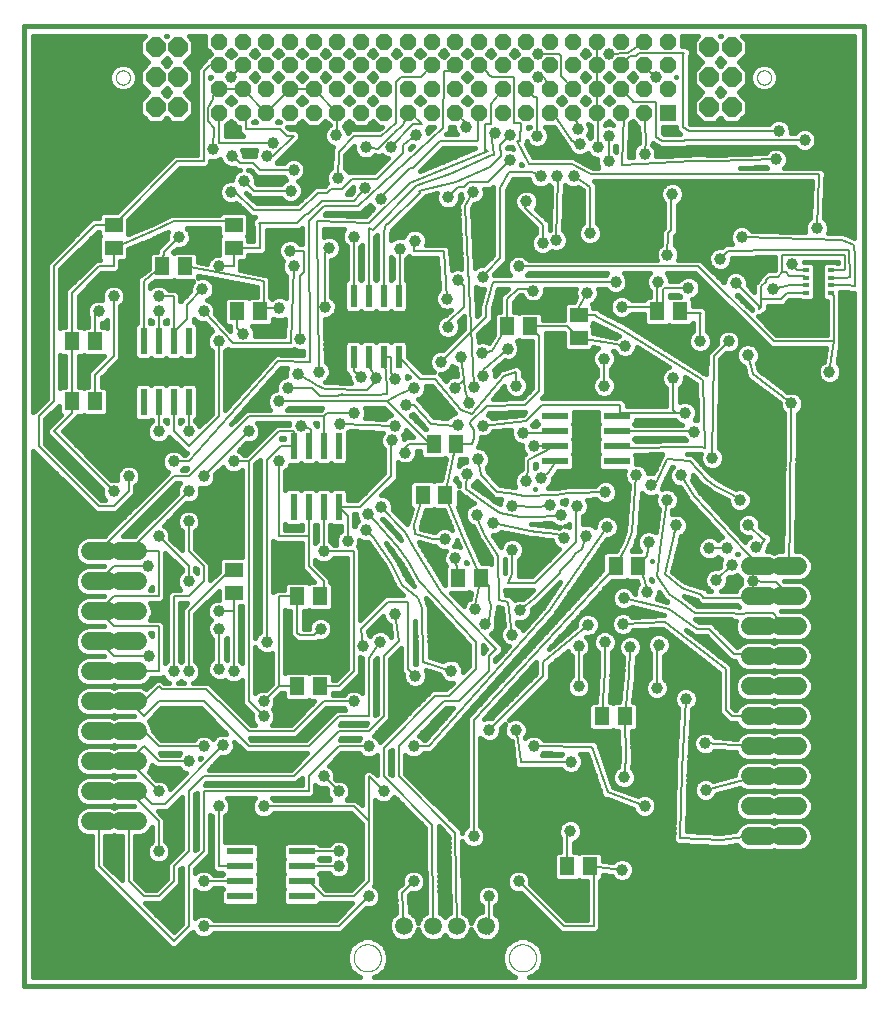
<source format=gtl>
G75*
%MOIN*%
%OFA0B0*%
%FSLAX25Y25*%
%IPPOS*%
%LPD*%
%AMOC8*
5,1,8,0,0,1.08239X$1,22.5*
%
%ADD10C,0.01600*%
%ADD11R,0.02400X0.07500*%
%ADD12C,0.06000*%
%ADD13C,0.00000*%
%ADD14OC8,0.06496*%
%ADD15R,0.05386X0.05386*%
%ADD16OC8,0.05386*%
%ADD17R,0.05118X0.05906*%
%ADD18R,0.05906X0.05118*%
%ADD19R,0.02362X0.08661*%
%ADD20R,0.08661X0.02362*%
%ADD21R,0.01969X0.01378*%
%ADD22C,0.05937*%
%ADD23C,0.00600*%
%ADD24C,0.03962*%
D10*
X0020000Y0035950D02*
X0300000Y0035950D01*
X0300000Y0355950D01*
X0020000Y0355950D01*
X0020000Y0035950D01*
X0023100Y0039050D02*
X0023100Y0214597D01*
X0042700Y0194997D01*
X0044047Y0193650D01*
X0050953Y0193650D01*
X0055953Y0198650D01*
X0057300Y0199997D01*
X0057300Y0202620D01*
X0058375Y0203695D01*
X0058981Y0205158D01*
X0058981Y0206742D01*
X0058375Y0208205D01*
X0057255Y0209325D01*
X0055792Y0209931D01*
X0054208Y0209931D01*
X0052745Y0209325D01*
X0051625Y0208205D01*
X0051019Y0206742D01*
X0051019Y0205158D01*
X0051179Y0204771D01*
X0050792Y0204931D01*
X0049272Y0204931D01*
X0033253Y0220950D01*
X0038300Y0225997D01*
X0039647Y0225997D01*
X0040000Y0226350D01*
X0040353Y0225997D01*
X0047128Y0225997D01*
X0048299Y0227169D01*
X0048299Y0234731D01*
X0047128Y0235903D01*
X0046040Y0235903D01*
X0046040Y0238737D01*
X0050953Y0243650D01*
X0052300Y0244997D01*
X0052300Y0262620D01*
X0053375Y0263695D01*
X0053981Y0265158D01*
X0053981Y0266742D01*
X0053375Y0268205D01*
X0052255Y0269325D01*
X0050792Y0269931D01*
X0049208Y0269931D01*
X0047745Y0269325D01*
X0046625Y0268205D01*
X0046019Y0266742D01*
X0046019Y0265158D01*
X0046179Y0264771D01*
X0045792Y0264931D01*
X0044208Y0264931D01*
X0042745Y0264325D01*
X0041625Y0263205D01*
X0041019Y0261742D01*
X0041019Y0260158D01*
X0041440Y0259141D01*
X0041440Y0255903D01*
X0040353Y0255903D01*
X0040000Y0255550D01*
X0039647Y0255903D01*
X0038560Y0255903D01*
X0038560Y0266257D01*
X0045953Y0273650D01*
X0050953Y0273650D01*
X0052300Y0274997D01*
X0052300Y0277651D01*
X0053781Y0277651D01*
X0054953Y0278822D01*
X0054953Y0281792D01*
X0064031Y0285596D01*
X0064093Y0285574D01*
X0064901Y0285961D01*
X0065727Y0286307D01*
X0065752Y0286368D01*
X0068203Y0287541D01*
X0067769Y0286492D01*
X0067769Y0284972D01*
X0065161Y0282364D01*
X0064511Y0281827D01*
X0064499Y0281702D01*
X0064410Y0281613D01*
X0064410Y0280903D01*
X0062872Y0280903D01*
X0061701Y0279731D01*
X0061701Y0275252D01*
X0059194Y0273250D01*
X0059047Y0273250D01*
X0058464Y0272667D01*
X0057820Y0272153D01*
X0057804Y0272007D01*
X0057700Y0271903D01*
X0057700Y0271078D01*
X0057608Y0270259D01*
X0057700Y0270144D01*
X0057700Y0257226D01*
X0056819Y0256345D01*
X0056819Y0246027D01*
X0057990Y0244856D01*
X0062010Y0244856D01*
X0062500Y0245346D01*
X0062990Y0244856D01*
X0067010Y0244856D01*
X0067500Y0245346D01*
X0067990Y0244856D01*
X0072010Y0244856D01*
X0072500Y0245346D01*
X0072990Y0244856D01*
X0077010Y0244856D01*
X0078181Y0246027D01*
X0078181Y0256345D01*
X0077010Y0257517D01*
X0076745Y0257517D01*
X0076750Y0257522D01*
X0076750Y0258570D01*
X0077745Y0257575D01*
X0079208Y0256969D01*
X0080527Y0256969D01*
X0082892Y0254386D01*
X0082745Y0254325D01*
X0081625Y0253205D01*
X0081019Y0251742D01*
X0081019Y0250158D01*
X0081625Y0248695D01*
X0082700Y0247620D01*
X0082700Y0226903D01*
X0078559Y0222761D01*
X0078375Y0223205D01*
X0077300Y0224280D01*
X0077300Y0224674D01*
X0078181Y0225555D01*
X0078181Y0235873D01*
X0077010Y0237044D01*
X0072990Y0237044D01*
X0072500Y0236554D01*
X0072010Y0237044D01*
X0067990Y0237044D01*
X0067500Y0236554D01*
X0067010Y0237044D01*
X0062990Y0237044D01*
X0062500Y0236554D01*
X0062010Y0237044D01*
X0057990Y0237044D01*
X0056819Y0235873D01*
X0056819Y0225555D01*
X0057990Y0224383D01*
X0062010Y0224383D01*
X0062500Y0224874D01*
X0062700Y0224674D01*
X0062700Y0224280D01*
X0061625Y0223205D01*
X0061019Y0221742D01*
X0061019Y0220158D01*
X0061625Y0218695D01*
X0062745Y0217575D01*
X0064208Y0216969D01*
X0065792Y0216969D01*
X0067255Y0217575D01*
X0068375Y0218695D01*
X0068559Y0219139D01*
X0072700Y0214997D01*
X0074047Y0213650D01*
X0074327Y0213650D01*
X0073970Y0213250D01*
X0073330Y0213250D01*
X0072255Y0214325D01*
X0070792Y0214931D01*
X0069208Y0214931D01*
X0067745Y0214325D01*
X0066625Y0213205D01*
X0066019Y0211742D01*
X0066019Y0210158D01*
X0066625Y0208695D01*
X0067745Y0207575D01*
X0068189Y0207391D01*
X0067700Y0206903D01*
X0067700Y0206903D01*
X0046747Y0185950D01*
X0041005Y0185950D01*
X0039168Y0185189D01*
X0037761Y0183782D01*
X0037000Y0181945D01*
X0037000Y0179955D01*
X0037761Y0178118D01*
X0039168Y0176711D01*
X0041005Y0175950D01*
X0039168Y0175189D01*
X0037761Y0173782D01*
X0037000Y0171945D01*
X0037000Y0169955D01*
X0037761Y0168118D01*
X0039168Y0166711D01*
X0041005Y0165950D01*
X0039168Y0165189D01*
X0037761Y0163782D01*
X0037000Y0161945D01*
X0037000Y0159955D01*
X0037761Y0158118D01*
X0039168Y0156711D01*
X0041005Y0155950D01*
X0039168Y0155189D01*
X0037761Y0153782D01*
X0037000Y0151945D01*
X0037000Y0149955D01*
X0037761Y0148118D01*
X0039168Y0146711D01*
X0041005Y0145950D01*
X0039168Y0145189D01*
X0037761Y0143782D01*
X0037000Y0141945D01*
X0037000Y0139955D01*
X0037761Y0138118D01*
X0039168Y0136711D01*
X0041005Y0135950D01*
X0039168Y0135189D01*
X0037761Y0133782D01*
X0037000Y0131945D01*
X0037000Y0129955D01*
X0037761Y0128118D01*
X0039168Y0126711D01*
X0041005Y0125950D01*
X0039168Y0125189D01*
X0037761Y0123782D01*
X0037000Y0121945D01*
X0037000Y0119955D01*
X0037761Y0118118D01*
X0039168Y0116711D01*
X0041005Y0115950D01*
X0039168Y0115189D01*
X0037761Y0113782D01*
X0037000Y0111945D01*
X0037000Y0109955D01*
X0037761Y0108118D01*
X0039168Y0106711D01*
X0041005Y0105950D01*
X0039168Y0105189D01*
X0037761Y0103782D01*
X0037000Y0101945D01*
X0037000Y0099955D01*
X0037761Y0098118D01*
X0039168Y0096711D01*
X0041005Y0095950D01*
X0039168Y0095189D01*
X0037761Y0093782D01*
X0037000Y0091945D01*
X0037000Y0089955D01*
X0037761Y0088118D01*
X0039168Y0086711D01*
X0041005Y0085950D01*
X0042700Y0085950D01*
X0042700Y0074997D01*
X0067700Y0049997D01*
X0069047Y0048650D01*
X0070953Y0048650D01*
X0075953Y0053650D01*
X0076441Y0054139D01*
X0076625Y0053695D01*
X0077745Y0052575D01*
X0079208Y0051969D01*
X0080792Y0051969D01*
X0082255Y0052575D01*
X0083330Y0053650D01*
X0125953Y0053650D01*
X0134272Y0061969D01*
X0135792Y0061969D01*
X0137255Y0062575D01*
X0138375Y0063695D01*
X0138981Y0065158D01*
X0138981Y0066742D01*
X0138375Y0068205D01*
X0137255Y0069325D01*
X0136811Y0069509D01*
X0137300Y0069997D01*
X0137300Y0098020D01*
X0137745Y0097575D01*
X0139208Y0096969D01*
X0140792Y0096969D01*
X0142255Y0097575D01*
X0143375Y0098695D01*
X0143559Y0099139D01*
X0153776Y0088922D01*
X0154154Y0060543D01*
X0153699Y0060354D01*
X0152301Y0058957D01*
X0151592Y0057244D01*
X0150882Y0058957D01*
X0149484Y0060354D01*
X0148788Y0060643D01*
X0148559Y0066257D01*
X0149272Y0066969D01*
X0150792Y0066969D01*
X0152255Y0067575D01*
X0153375Y0068695D01*
X0153981Y0070158D01*
X0153981Y0071742D01*
X0153375Y0073205D01*
X0152255Y0074325D01*
X0150792Y0074931D01*
X0149208Y0074931D01*
X0147745Y0074325D01*
X0146625Y0073205D01*
X0146019Y0071742D01*
X0146019Y0070222D01*
X0145229Y0069432D01*
X0145174Y0069429D01*
X0144561Y0068763D01*
X0143920Y0068123D01*
X0143920Y0068068D01*
X0143883Y0068028D01*
X0143920Y0067123D01*
X0143920Y0066217D01*
X0143959Y0066179D01*
X0144191Y0060493D01*
X0143856Y0060354D01*
X0142458Y0058957D01*
X0141702Y0057130D01*
X0141702Y0055154D01*
X0142458Y0053328D01*
X0143856Y0051930D01*
X0145682Y0051174D01*
X0147658Y0051174D01*
X0149484Y0051930D01*
X0150882Y0053328D01*
X0151592Y0055040D01*
X0152301Y0053328D01*
X0153699Y0051930D01*
X0155525Y0051174D01*
X0157501Y0051174D01*
X0159327Y0051930D01*
X0160450Y0053053D01*
X0161573Y0051930D01*
X0163399Y0051174D01*
X0165375Y0051174D01*
X0167201Y0051930D01*
X0168599Y0053328D01*
X0169308Y0055040D01*
X0170018Y0053328D01*
X0171415Y0051930D01*
X0173242Y0051174D01*
X0173886Y0051174D01*
X0174047Y0051012D01*
X0174388Y0051012D01*
X0174685Y0050843D01*
X0175307Y0051012D01*
X0175953Y0051012D01*
X0176194Y0051253D01*
X0176523Y0051343D01*
X0176801Y0051829D01*
X0177044Y0051930D01*
X0178442Y0053328D01*
X0179198Y0055154D01*
X0179198Y0057130D01*
X0178442Y0058957D01*
X0177300Y0060099D01*
X0177300Y0062620D01*
X0178375Y0063695D01*
X0178981Y0065158D01*
X0178981Y0066742D01*
X0178375Y0068205D01*
X0177255Y0069325D01*
X0175792Y0069931D01*
X0174208Y0069931D01*
X0172745Y0069325D01*
X0171625Y0068205D01*
X0171019Y0066742D01*
X0171019Y0065158D01*
X0171625Y0063695D01*
X0172700Y0062620D01*
X0172700Y0060886D01*
X0171415Y0060354D01*
X0170018Y0058957D01*
X0169308Y0057244D01*
X0168599Y0058957D01*
X0167201Y0060354D01*
X0166622Y0060594D01*
X0166273Y0084544D01*
X0166625Y0083695D01*
X0167745Y0082575D01*
X0169208Y0081969D01*
X0170792Y0081969D01*
X0172255Y0082575D01*
X0173375Y0083695D01*
X0173981Y0085158D01*
X0173981Y0086742D01*
X0173375Y0088205D01*
X0172300Y0089280D01*
X0172300Y0118770D01*
X0172995Y0118075D01*
X0174458Y0117469D01*
X0176042Y0117469D01*
X0177505Y0118075D01*
X0178625Y0119195D01*
X0179231Y0120658D01*
X0179231Y0122178D01*
X0180574Y0123521D01*
X0180044Y0122242D01*
X0180044Y0120658D01*
X0180650Y0119195D01*
X0181770Y0118075D01*
X0182641Y0117714D01*
X0182661Y0117638D01*
X0183527Y0110496D01*
X0183538Y0109666D01*
X0183639Y0109568D01*
X0183656Y0109427D01*
X0184309Y0108916D01*
X0184903Y0108337D01*
X0185045Y0108339D01*
X0185156Y0108252D01*
X0185979Y0108352D01*
X0199189Y0108530D01*
X0200220Y0107500D01*
X0201683Y0106894D01*
X0203267Y0106894D01*
X0204730Y0107500D01*
X0205850Y0108620D01*
X0206456Y0110083D01*
X0206456Y0111667D01*
X0205850Y0113130D01*
X0205508Y0113472D01*
X0207946Y0113444D01*
X0212261Y0100753D01*
X0212213Y0100621D01*
X0212562Y0099868D01*
X0212829Y0099083D01*
X0212956Y0099020D01*
X0213015Y0098892D01*
X0213794Y0098607D01*
X0214538Y0098241D01*
X0214672Y0098286D01*
X0223117Y0095197D01*
X0223625Y0093970D01*
X0224745Y0092850D01*
X0226208Y0092244D01*
X0227792Y0092244D01*
X0229255Y0092850D01*
X0230375Y0093970D01*
X0230981Y0095433D01*
X0230981Y0097017D01*
X0230375Y0098480D01*
X0229255Y0099600D01*
X0227792Y0100206D01*
X0226208Y0100206D01*
X0224745Y0099600D01*
X0224671Y0099526D01*
X0216523Y0102507D01*
X0211904Y0116092D01*
X0211911Y0116651D01*
X0211610Y0116959D01*
X0211471Y0117367D01*
X0210970Y0117614D01*
X0210579Y0118014D01*
X0210148Y0118019D01*
X0209762Y0118209D01*
X0209233Y0118029D01*
X0193369Y0118211D01*
X0192255Y0119325D01*
X0190792Y0119931D01*
X0189208Y0119931D01*
X0187745Y0119325D01*
X0187161Y0118741D01*
X0187138Y0118933D01*
X0187400Y0119195D01*
X0188006Y0120658D01*
X0188006Y0122242D01*
X0187400Y0123705D01*
X0186280Y0124825D01*
X0184817Y0125431D01*
X0183233Y0125431D01*
X0181954Y0124901D01*
X0194203Y0137150D01*
X0195550Y0138497D01*
X0195550Y0142885D01*
X0201343Y0147801D01*
X0201625Y0147120D01*
X0202700Y0146045D01*
X0202700Y0139280D01*
X0201625Y0138205D01*
X0201019Y0136742D01*
X0201019Y0135158D01*
X0201625Y0133695D01*
X0202745Y0132575D01*
X0204208Y0131969D01*
X0205792Y0131969D01*
X0207255Y0132575D01*
X0208375Y0133695D01*
X0208981Y0135158D01*
X0208981Y0136742D01*
X0208375Y0138205D01*
X0207300Y0139280D01*
X0207300Y0146045D01*
X0208375Y0147120D01*
X0208981Y0148583D01*
X0208981Y0150167D01*
X0208375Y0151630D01*
X0207436Y0152569D01*
X0208892Y0152569D01*
X0210355Y0153175D01*
X0211475Y0154295D01*
X0212081Y0155758D01*
X0212081Y0157342D01*
X0211475Y0158805D01*
X0210355Y0159925D01*
X0208892Y0160531D01*
X0207308Y0160531D01*
X0205845Y0159925D01*
X0204725Y0158805D01*
X0204119Y0157342D01*
X0204119Y0156188D01*
X0195088Y0148526D01*
X0215999Y0171222D01*
X0220822Y0171222D01*
X0221175Y0171575D01*
X0221528Y0171222D01*
X0224452Y0171222D01*
X0224804Y0170257D01*
X0224835Y0170141D01*
X0224525Y0169830D01*
X0223919Y0168367D01*
X0223919Y0166783D01*
X0223930Y0166757D01*
X0223720Y0166807D01*
X0223400Y0167580D01*
X0222280Y0168700D01*
X0220817Y0169306D01*
X0219233Y0169306D01*
X0217770Y0168700D01*
X0216650Y0167580D01*
X0216044Y0166117D01*
X0216044Y0164533D01*
X0216650Y0163070D01*
X0217770Y0161950D01*
X0219233Y0161344D01*
X0220817Y0161344D01*
X0222280Y0161950D01*
X0222661Y0162331D01*
X0233506Y0159741D01*
X0222974Y0159231D01*
X0222055Y0160150D01*
X0220592Y0160756D01*
X0219008Y0160756D01*
X0217545Y0160150D01*
X0216425Y0159030D01*
X0215819Y0157567D01*
X0215819Y0155983D01*
X0216425Y0154520D01*
X0217545Y0153400D01*
X0219008Y0152794D01*
X0220592Y0152794D01*
X0222055Y0153400D01*
X0223175Y0154520D01*
X0223224Y0154638D01*
X0233010Y0155112D01*
X0251700Y0140575D01*
X0251700Y0127247D01*
X0253047Y0125900D01*
X0255297Y0123650D01*
X0257541Y0123650D01*
X0257761Y0123118D01*
X0259168Y0121711D01*
X0261005Y0120950D01*
X0259168Y0120189D01*
X0257761Y0118782D01*
X0257660Y0118538D01*
X0250703Y0119017D01*
X0250625Y0119205D01*
X0249505Y0120325D01*
X0248042Y0120931D01*
X0246458Y0120931D01*
X0244995Y0120325D01*
X0243875Y0119205D01*
X0243269Y0117742D01*
X0243269Y0116158D01*
X0243875Y0114695D01*
X0244995Y0113575D01*
X0246458Y0112969D01*
X0248042Y0112969D01*
X0249505Y0113575D01*
X0250360Y0114430D01*
X0257419Y0113943D01*
X0257761Y0113118D01*
X0259168Y0111711D01*
X0261005Y0110950D01*
X0268995Y0110950D01*
X0270000Y0111366D01*
X0271005Y0110950D01*
X0278995Y0110950D01*
X0280832Y0111711D01*
X0282239Y0113118D01*
X0283000Y0114955D01*
X0283000Y0116945D01*
X0282239Y0118782D01*
X0280832Y0120189D01*
X0278995Y0120950D01*
X0271005Y0120950D01*
X0270000Y0120534D01*
X0268995Y0120950D01*
X0261005Y0120950D01*
X0268995Y0120950D01*
X0270000Y0121366D01*
X0271005Y0120950D01*
X0278995Y0120950D01*
X0280832Y0121711D01*
X0282239Y0123118D01*
X0283000Y0124955D01*
X0283000Y0126945D01*
X0282239Y0128782D01*
X0280832Y0130189D01*
X0278995Y0130950D01*
X0280832Y0131711D01*
X0282239Y0133118D01*
X0283000Y0134955D01*
X0283000Y0136945D01*
X0282239Y0138782D01*
X0280832Y0140189D01*
X0278995Y0140950D01*
X0271005Y0140950D01*
X0270000Y0140534D01*
X0268995Y0140950D01*
X0261005Y0140950D01*
X0259168Y0140189D01*
X0257761Y0138782D01*
X0257000Y0136945D01*
X0257000Y0134955D01*
X0257761Y0133118D01*
X0259168Y0131711D01*
X0261005Y0130950D01*
X0268995Y0130950D01*
X0270000Y0131366D01*
X0271005Y0130950D01*
X0278995Y0130950D01*
X0271005Y0130950D01*
X0270000Y0130534D01*
X0268995Y0130950D01*
X0261005Y0130950D01*
X0259168Y0130189D01*
X0257761Y0128782D01*
X0257541Y0128250D01*
X0257203Y0128250D01*
X0256300Y0129153D01*
X0256300Y0140911D01*
X0256400Y0141040D01*
X0256300Y0141843D01*
X0256300Y0142653D01*
X0256184Y0142768D01*
X0256164Y0142931D01*
X0255525Y0143428D01*
X0254953Y0144000D01*
X0254789Y0144000D01*
X0240861Y0154833D01*
X0242837Y0153435D01*
X0243372Y0152900D01*
X0243594Y0152900D01*
X0243775Y0152772D01*
X0244521Y0152900D01*
X0247422Y0152900D01*
X0254625Y0145697D01*
X0255972Y0144350D01*
X0257251Y0144350D01*
X0257761Y0143118D01*
X0259168Y0141711D01*
X0261005Y0140950D01*
X0268995Y0140950D01*
X0270000Y0141366D01*
X0271005Y0140950D01*
X0278995Y0140950D01*
X0280832Y0141711D01*
X0282239Y0143118D01*
X0283000Y0144955D01*
X0283000Y0146945D01*
X0282239Y0148782D01*
X0280832Y0150189D01*
X0278995Y0150950D01*
X0271005Y0150950D01*
X0270000Y0150534D01*
X0268995Y0150950D01*
X0270000Y0151366D01*
X0271005Y0150950D01*
X0278995Y0150950D01*
X0280832Y0151711D01*
X0282239Y0153118D01*
X0283000Y0154955D01*
X0283000Y0156945D01*
X0282239Y0158782D01*
X0280832Y0160189D01*
X0278995Y0160950D01*
X0280832Y0161711D01*
X0282239Y0163118D01*
X0283000Y0164955D01*
X0283000Y0166945D01*
X0282239Y0168782D01*
X0280832Y0170189D01*
X0278995Y0170950D01*
X0280832Y0171711D01*
X0282239Y0173118D01*
X0283000Y0174955D01*
X0283000Y0176945D01*
X0282239Y0178782D01*
X0280832Y0180189D01*
X0278995Y0180950D01*
X0277416Y0180950D01*
X0277628Y0190129D01*
X0277634Y0190136D01*
X0277650Y0191079D01*
X0277671Y0192024D01*
X0277665Y0192031D01*
X0278221Y0226896D01*
X0278230Y0226900D01*
X0279350Y0228020D01*
X0279956Y0229483D01*
X0279956Y0231067D01*
X0279350Y0232530D01*
X0278230Y0233650D01*
X0276767Y0234256D01*
X0275183Y0234256D01*
X0274753Y0234078D01*
X0265164Y0241311D01*
X0264499Y0243769D01*
X0264800Y0244070D01*
X0265406Y0245533D01*
X0265406Y0247117D01*
X0264800Y0248580D01*
X0263680Y0249700D01*
X0262217Y0250306D01*
X0260633Y0250306D01*
X0259170Y0249700D01*
X0258524Y0249054D01*
X0258981Y0250158D01*
X0258981Y0251742D01*
X0258375Y0253205D01*
X0257255Y0254325D01*
X0255792Y0254931D01*
X0254208Y0254931D01*
X0252745Y0254325D01*
X0251625Y0253205D01*
X0251019Y0251742D01*
X0251019Y0250222D01*
X0248385Y0247587D01*
X0247713Y0246933D01*
X0247713Y0246915D01*
X0247700Y0246903D01*
X0247700Y0245966D01*
X0247620Y0239958D01*
X0247210Y0240336D01*
X0246972Y0240327D01*
X0221497Y0256382D01*
X0221456Y0256506D01*
X0220705Y0256881D01*
X0219995Y0257329D01*
X0219868Y0257300D01*
X0212387Y0261040D01*
X0211438Y0261990D01*
X0209953Y0261990D01*
X0209953Y0263078D01*
X0209441Y0263590D01*
X0210130Y0263875D01*
X0211250Y0264995D01*
X0211856Y0266458D01*
X0211856Y0268042D01*
X0211646Y0268550D01*
X0213995Y0268550D01*
X0215070Y0267475D01*
X0216533Y0266869D01*
X0218117Y0266869D01*
X0219580Y0267475D01*
X0220700Y0268595D01*
X0221306Y0270058D01*
X0221306Y0271642D01*
X0220700Y0273105D01*
X0220155Y0273650D01*
X0228670Y0273650D01*
X0228125Y0273105D01*
X0227519Y0271642D01*
X0227519Y0270058D01*
X0228125Y0268595D01*
X0228960Y0267760D01*
X0228960Y0265903D01*
X0227872Y0265903D01*
X0226795Y0264825D01*
X0222680Y0264825D01*
X0221605Y0265900D01*
X0220142Y0266506D01*
X0218558Y0266506D01*
X0217095Y0265900D01*
X0215975Y0264780D01*
X0215369Y0263317D01*
X0215369Y0261733D01*
X0215975Y0260270D01*
X0217095Y0259150D01*
X0218558Y0258544D01*
X0220142Y0258544D01*
X0221605Y0259150D01*
X0222680Y0260225D01*
X0226701Y0260225D01*
X0226701Y0257169D01*
X0227872Y0255997D01*
X0234647Y0255997D01*
X0235000Y0256350D01*
X0235353Y0255997D01*
X0242128Y0255997D01*
X0243150Y0257020D01*
X0243150Y0254380D01*
X0242075Y0253305D01*
X0241469Y0251842D01*
X0241469Y0250258D01*
X0242075Y0248795D01*
X0243195Y0247675D01*
X0244658Y0247069D01*
X0246242Y0247069D01*
X0247705Y0247675D01*
X0248825Y0248795D01*
X0249431Y0250258D01*
X0249431Y0251842D01*
X0248825Y0253305D01*
X0247750Y0254380D01*
X0247750Y0259322D01*
X0247975Y0259547D01*
X0247975Y0261453D01*
X0246628Y0262800D01*
X0243299Y0262800D01*
X0243299Y0264731D01*
X0242961Y0265069D01*
X0243880Y0265450D01*
X0245000Y0266570D01*
X0245606Y0268033D01*
X0245606Y0269617D01*
X0245000Y0271080D01*
X0243880Y0272200D01*
X0242417Y0272806D01*
X0240833Y0272806D01*
X0239370Y0272200D01*
X0238295Y0271125D01*
X0235481Y0271125D01*
X0235481Y0271642D01*
X0234875Y0273105D01*
X0234330Y0273650D01*
X0243828Y0273650D01*
X0268378Y0249320D01*
X0269047Y0248650D01*
X0269053Y0248650D01*
X0269058Y0248646D01*
X0270005Y0248650D01*
X0287377Y0248650D01*
X0286797Y0244241D01*
X0286395Y0244075D01*
X0285275Y0242955D01*
X0284669Y0241492D01*
X0284669Y0239908D01*
X0285275Y0238445D01*
X0286395Y0237325D01*
X0287858Y0236719D01*
X0289442Y0236719D01*
X0290905Y0237325D01*
X0292025Y0238445D01*
X0292631Y0239908D01*
X0292631Y0241492D01*
X0292025Y0242955D01*
X0291355Y0243625D01*
X0292178Y0249876D01*
X0292300Y0249997D01*
X0292300Y0250799D01*
X0292405Y0251594D01*
X0292300Y0251731D01*
X0292300Y0267100D01*
X0292029Y0267370D01*
X0294374Y0267370D01*
X0296189Y0267258D01*
X0296247Y0267200D01*
X0296900Y0267200D01*
X0296900Y0039050D01*
X0188653Y0039050D01*
X0190184Y0039684D01*
X0192104Y0041605D01*
X0193144Y0044114D01*
X0193144Y0046830D01*
X0192104Y0049340D01*
X0190184Y0051260D01*
X0187674Y0052300D01*
X0184958Y0052300D01*
X0182449Y0051260D01*
X0180528Y0049340D01*
X0179489Y0046830D01*
X0179489Y0044114D01*
X0180528Y0041605D01*
X0182449Y0039684D01*
X0183979Y0039050D01*
X0136921Y0039050D01*
X0138451Y0039684D01*
X0140372Y0041605D01*
X0141411Y0044114D01*
X0141411Y0046830D01*
X0140372Y0049340D01*
X0138451Y0051260D01*
X0135942Y0052300D01*
X0133226Y0052300D01*
X0130716Y0051260D01*
X0128796Y0049340D01*
X0127756Y0046830D01*
X0127756Y0044114D01*
X0128796Y0041605D01*
X0130716Y0039684D01*
X0132247Y0039050D01*
X0023100Y0039050D01*
X0023100Y0039147D02*
X0132013Y0039147D01*
X0129655Y0040746D02*
X0023100Y0040746D01*
X0023100Y0042344D02*
X0128489Y0042344D01*
X0127827Y0043943D02*
X0023100Y0043943D01*
X0023100Y0045541D02*
X0127756Y0045541D01*
X0127884Y0047140D02*
X0023100Y0047140D01*
X0023100Y0048738D02*
X0068959Y0048738D01*
X0071041Y0048738D02*
X0128547Y0048738D01*
X0129793Y0050337D02*
X0072639Y0050337D01*
X0074238Y0051935D02*
X0132346Y0051935D01*
X0136822Y0051935D02*
X0143851Y0051935D01*
X0142373Y0053534D02*
X0083214Y0053534D01*
X0083330Y0058250D02*
X0082255Y0059325D01*
X0080792Y0059931D01*
X0079208Y0059931D01*
X0077745Y0059325D01*
X0077300Y0058880D01*
X0077300Y0068020D01*
X0077745Y0067575D01*
X0079208Y0066969D01*
X0080792Y0066969D01*
X0082255Y0067575D01*
X0083330Y0068650D01*
X0086224Y0068650D01*
X0086424Y0068450D01*
X0085933Y0067960D01*
X0085933Y0063940D01*
X0087105Y0062769D01*
X0097423Y0062769D01*
X0098594Y0063940D01*
X0098594Y0067960D01*
X0098104Y0068450D01*
X0098594Y0068940D01*
X0098594Y0072960D01*
X0098104Y0073450D01*
X0098594Y0073940D01*
X0098594Y0077960D01*
X0098104Y0078450D01*
X0098594Y0078940D01*
X0098594Y0082960D01*
X0097423Y0084131D01*
X0087300Y0084131D01*
X0087300Y0092620D01*
X0088375Y0093695D01*
X0088981Y0095158D01*
X0088981Y0096742D01*
X0088375Y0098205D01*
X0087930Y0098650D01*
X0097070Y0098650D01*
X0096625Y0098205D01*
X0096019Y0096742D01*
X0096019Y0095158D01*
X0096625Y0093695D01*
X0097745Y0092575D01*
X0099208Y0091969D01*
X0100792Y0091969D01*
X0102255Y0092575D01*
X0103330Y0093650D01*
X0129047Y0093650D01*
X0132700Y0089997D01*
X0132700Y0071903D01*
X0129047Y0068250D01*
X0120953Y0068250D01*
X0119067Y0070136D01*
X0119067Y0072960D01*
X0118576Y0073450D01*
X0118776Y0073650D01*
X0121670Y0073650D01*
X0122745Y0072575D01*
X0124208Y0071969D01*
X0125792Y0071969D01*
X0127255Y0072575D01*
X0128375Y0073695D01*
X0128981Y0075158D01*
X0128981Y0076742D01*
X0128375Y0078205D01*
X0128130Y0078450D01*
X0128375Y0078695D01*
X0128981Y0080158D01*
X0128981Y0081742D01*
X0128375Y0083205D01*
X0127255Y0084325D01*
X0125792Y0084931D01*
X0124208Y0084931D01*
X0122745Y0084325D01*
X0121670Y0083250D01*
X0118776Y0083250D01*
X0117895Y0084131D01*
X0107577Y0084131D01*
X0106406Y0082960D01*
X0106406Y0078940D01*
X0106896Y0078450D01*
X0106406Y0077960D01*
X0106406Y0073940D01*
X0106896Y0073450D01*
X0106406Y0072960D01*
X0106406Y0068940D01*
X0106896Y0068450D01*
X0106406Y0067960D01*
X0106406Y0063940D01*
X0107577Y0062769D01*
X0117895Y0062769D01*
X0118912Y0063785D01*
X0119047Y0063650D01*
X0129447Y0063650D01*
X0124047Y0058250D01*
X0083330Y0058250D01*
X0083251Y0058329D02*
X0124126Y0058329D01*
X0125725Y0059928D02*
X0080800Y0059928D01*
X0079200Y0059928D02*
X0077300Y0059928D01*
X0077300Y0061526D02*
X0127324Y0061526D01*
X0128922Y0063125D02*
X0118251Y0063125D01*
X0119684Y0069519D02*
X0130316Y0069519D01*
X0131915Y0071117D02*
X0119067Y0071117D01*
X0119067Y0072716D02*
X0122604Y0072716D01*
X0127396Y0072716D02*
X0132700Y0072716D01*
X0132700Y0074314D02*
X0128632Y0074314D01*
X0128981Y0075913D02*
X0132700Y0075913D01*
X0132700Y0077511D02*
X0128662Y0077511D01*
X0128547Y0079110D02*
X0132700Y0079110D01*
X0132700Y0080708D02*
X0128981Y0080708D01*
X0128747Y0082307D02*
X0132700Y0082307D01*
X0132700Y0083905D02*
X0127675Y0083905D01*
X0122325Y0083905D02*
X0118121Y0083905D01*
X0118776Y0078650D02*
X0121670Y0078650D01*
X0121870Y0078450D01*
X0121670Y0078250D01*
X0118776Y0078250D01*
X0118576Y0078450D01*
X0118776Y0078650D01*
X0130799Y0091898D02*
X0087300Y0091898D01*
X0087300Y0090299D02*
X0132398Y0090299D01*
X0132700Y0088701D02*
X0087300Y0088701D01*
X0087300Y0087102D02*
X0132700Y0087102D01*
X0132700Y0085504D02*
X0087300Y0085504D01*
X0082700Y0085504D02*
X0082300Y0085504D01*
X0082300Y0087102D02*
X0082700Y0087102D01*
X0082700Y0088701D02*
X0082300Y0088701D01*
X0082300Y0090299D02*
X0082700Y0090299D01*
X0082700Y0091898D02*
X0082300Y0091898D01*
X0082700Y0092620D02*
X0082700Y0074997D01*
X0084047Y0073650D01*
X0086224Y0073650D01*
X0086424Y0073450D01*
X0086224Y0073250D01*
X0083330Y0073250D01*
X0082255Y0074325D01*
X0080792Y0074931D01*
X0079208Y0074931D01*
X0077745Y0074325D01*
X0077300Y0073880D01*
X0077300Y0074997D01*
X0080953Y0078650D01*
X0082300Y0079997D01*
X0082300Y0093020D01*
X0082700Y0092620D01*
X0077700Y0091898D02*
X0077300Y0091898D01*
X0077300Y0093496D02*
X0077700Y0093496D01*
X0077700Y0095095D02*
X0077300Y0095095D01*
X0077300Y0096693D02*
X0077700Y0096693D01*
X0077700Y0098292D02*
X0077300Y0098292D01*
X0077300Y0099890D02*
X0077700Y0099890D01*
X0077700Y0099997D02*
X0077700Y0100397D01*
X0077300Y0099997D01*
X0077300Y0081503D01*
X0077700Y0081903D01*
X0077700Y0099997D01*
X0080553Y0103250D02*
X0080953Y0103650D01*
X0110953Y0103650D01*
X0112700Y0105397D01*
X0112700Y0104997D01*
X0112700Y0103250D01*
X0080553Y0103250D01*
X0081750Y0108250D02*
X0085701Y0112294D01*
X0087167Y0112294D01*
X0088630Y0112900D01*
X0089750Y0114020D01*
X0090356Y0115483D01*
X0090356Y0117067D01*
X0090162Y0117535D01*
X0092700Y0114997D01*
X0094047Y0113650D01*
X0114447Y0113650D01*
X0109047Y0108250D01*
X0081750Y0108250D01*
X0082953Y0109482D02*
X0110279Y0109482D01*
X0111877Y0111080D02*
X0084515Y0111080D01*
X0088095Y0112679D02*
X0113476Y0112679D01*
X0114047Y0118250D02*
X0095953Y0118250D01*
X0095553Y0118650D01*
X0109047Y0118650D01*
X0110953Y0118650D01*
X0120953Y0128650D01*
X0126670Y0128650D01*
X0127070Y0128250D01*
X0124047Y0128250D01*
X0122700Y0126903D01*
X0114047Y0118250D01*
X0114870Y0119073D02*
X0111375Y0119073D01*
X0112974Y0120671D02*
X0116468Y0120671D01*
X0118067Y0122270D02*
X0114572Y0122270D01*
X0116171Y0123868D02*
X0119665Y0123868D01*
X0121264Y0125467D02*
X0117769Y0125467D01*
X0119368Y0127065D02*
X0122862Y0127065D01*
X0125953Y0123650D02*
X0134447Y0123650D01*
X0134047Y0123250D01*
X0125553Y0123250D01*
X0125953Y0123650D01*
X0125953Y0118650D02*
X0132070Y0118650D01*
X0131670Y0118250D01*
X0125553Y0118250D01*
X0125953Y0118650D01*
X0125953Y0113650D02*
X0131670Y0113650D01*
X0132745Y0112575D01*
X0134208Y0111969D01*
X0135792Y0111969D01*
X0137255Y0112575D01*
X0137700Y0113020D01*
X0137700Y0106503D01*
X0135953Y0108250D01*
X0134047Y0108250D01*
X0132700Y0106903D01*
X0132700Y0096503D01*
X0130953Y0098250D01*
X0129047Y0098250D01*
X0127930Y0098250D01*
X0128375Y0098695D01*
X0128981Y0100158D01*
X0128981Y0101742D01*
X0128375Y0103205D01*
X0127255Y0104325D01*
X0125792Y0104931D01*
X0124272Y0104931D01*
X0123981Y0105222D01*
X0123981Y0106742D01*
X0123375Y0108205D01*
X0122255Y0109325D01*
X0121811Y0109509D01*
X0125953Y0113650D01*
X0124981Y0112679D02*
X0132641Y0112679D01*
X0137359Y0112679D02*
X0137700Y0112679D01*
X0137700Y0111080D02*
X0123383Y0111080D01*
X0121877Y0109482D02*
X0137700Y0109482D01*
X0137700Y0107883D02*
X0136320Y0107883D01*
X0133680Y0107883D02*
X0123508Y0107883D01*
X0123981Y0106284D02*
X0132700Y0106284D01*
X0132700Y0104686D02*
X0126384Y0104686D01*
X0128424Y0103087D02*
X0132700Y0103087D01*
X0132700Y0101489D02*
X0128981Y0101489D01*
X0128870Y0099890D02*
X0132700Y0099890D01*
X0132700Y0098292D02*
X0127972Y0098292D01*
X0129201Y0093496D02*
X0103177Y0093496D01*
X0103330Y0098250D02*
X0102930Y0098650D01*
X0115953Y0098650D01*
X0117300Y0099997D01*
X0117300Y0103020D01*
X0117745Y0102575D01*
X0119208Y0101969D01*
X0120728Y0101969D01*
X0121019Y0101678D01*
X0121019Y0100158D01*
X0121625Y0098695D01*
X0122070Y0098250D01*
X0103330Y0098250D01*
X0103288Y0098292D02*
X0122028Y0098292D01*
X0121130Y0099890D02*
X0117193Y0099890D01*
X0117300Y0101489D02*
X0121019Y0101489D01*
X0112700Y0104686D02*
X0111989Y0104686D01*
X0096712Y0098292D02*
X0088288Y0098292D01*
X0088981Y0096693D02*
X0096019Y0096693D01*
X0096045Y0095095D02*
X0088955Y0095095D01*
X0088177Y0093496D02*
X0096823Y0093496D01*
X0097649Y0083905D02*
X0107351Y0083905D01*
X0106406Y0082307D02*
X0098594Y0082307D01*
X0098594Y0080708D02*
X0106406Y0080708D01*
X0106406Y0079110D02*
X0098594Y0079110D01*
X0098594Y0077511D02*
X0106406Y0077511D01*
X0106406Y0075913D02*
X0098594Y0075913D01*
X0098594Y0074314D02*
X0106406Y0074314D01*
X0106406Y0072716D02*
X0098594Y0072716D01*
X0098594Y0071117D02*
X0106406Y0071117D01*
X0106406Y0069519D02*
X0098594Y0069519D01*
X0098594Y0067920D02*
X0106406Y0067920D01*
X0106406Y0066322D02*
X0098594Y0066322D01*
X0098594Y0064723D02*
X0106406Y0064723D01*
X0107221Y0063125D02*
X0097779Y0063125D01*
X0086749Y0063125D02*
X0077300Y0063125D01*
X0077300Y0064723D02*
X0085933Y0064723D01*
X0085933Y0066322D02*
X0077300Y0066322D01*
X0077300Y0067920D02*
X0077400Y0067920D01*
X0082600Y0067920D02*
X0085933Y0067920D01*
X0083383Y0074314D02*
X0082266Y0074314D01*
X0082700Y0075913D02*
X0078215Y0075913D01*
X0077734Y0074314D02*
X0077300Y0074314D01*
X0079814Y0077511D02*
X0082700Y0077511D01*
X0082700Y0079110D02*
X0081412Y0079110D01*
X0082300Y0080708D02*
X0082700Y0080708D01*
X0082700Y0082307D02*
X0082300Y0082307D01*
X0082300Y0083905D02*
X0082700Y0083905D01*
X0077700Y0083905D02*
X0077300Y0083905D01*
X0077300Y0082307D02*
X0077700Y0082307D01*
X0077700Y0085504D02*
X0077300Y0085504D01*
X0077300Y0087102D02*
X0077700Y0087102D01*
X0077700Y0088701D02*
X0077300Y0088701D01*
X0077300Y0090299D02*
X0077700Y0090299D01*
X0072700Y0090299D02*
X0067300Y0090299D01*
X0067300Y0088701D02*
X0072700Y0088701D01*
X0072700Y0087102D02*
X0067300Y0087102D01*
X0067300Y0085504D02*
X0072700Y0085504D01*
X0072700Y0083905D02*
X0067675Y0083905D01*
X0067300Y0084280D02*
X0067300Y0091903D01*
X0065953Y0093250D01*
X0064803Y0094400D01*
X0066313Y0094400D01*
X0066324Y0094389D01*
X0067264Y0094400D01*
X0068203Y0094400D01*
X0068214Y0094411D01*
X0068229Y0094411D01*
X0068886Y0095083D01*
X0069550Y0095747D01*
X0069550Y0095763D01*
X0072700Y0098987D01*
X0072700Y0081903D01*
X0069047Y0078250D01*
X0067700Y0076903D01*
X0067700Y0071903D01*
X0064047Y0068250D01*
X0060953Y0068250D01*
X0057300Y0071903D01*
X0057300Y0085950D01*
X0058995Y0085950D01*
X0060832Y0086711D01*
X0062239Y0088118D01*
X0062700Y0089231D01*
X0062700Y0084280D01*
X0061625Y0083205D01*
X0061019Y0081742D01*
X0061019Y0080158D01*
X0061625Y0078695D01*
X0062745Y0077575D01*
X0064208Y0076969D01*
X0065792Y0076969D01*
X0067255Y0077575D01*
X0068375Y0078695D01*
X0068981Y0080158D01*
X0068981Y0081742D01*
X0068375Y0083205D01*
X0067300Y0084280D01*
X0068747Y0082307D02*
X0072700Y0082307D01*
X0071506Y0080708D02*
X0068981Y0080708D01*
X0068547Y0079110D02*
X0069907Y0079110D01*
X0069047Y0078250D02*
X0069047Y0078250D01*
X0068309Y0077511D02*
X0067101Y0077511D01*
X0067700Y0075913D02*
X0057300Y0075913D01*
X0057300Y0077511D02*
X0062899Y0077511D01*
X0061453Y0079110D02*
X0057300Y0079110D01*
X0057300Y0080708D02*
X0061019Y0080708D01*
X0061253Y0082307D02*
X0057300Y0082307D01*
X0057300Y0083905D02*
X0062325Y0083905D01*
X0062700Y0085504D02*
X0057300Y0085504D01*
X0052700Y0085504D02*
X0047300Y0085504D01*
X0047300Y0085950D02*
X0048995Y0085950D01*
X0050000Y0086366D01*
X0051005Y0085950D01*
X0052700Y0085950D01*
X0052700Y0071503D01*
X0047300Y0076903D01*
X0047300Y0085950D01*
X0047300Y0083905D02*
X0052700Y0083905D01*
X0052700Y0082307D02*
X0047300Y0082307D01*
X0047300Y0080708D02*
X0052700Y0080708D01*
X0052700Y0079110D02*
X0047300Y0079110D01*
X0047300Y0077511D02*
X0052700Y0077511D01*
X0052700Y0075913D02*
X0048290Y0075913D01*
X0049888Y0074314D02*
X0052700Y0074314D01*
X0052700Y0072716D02*
X0051487Y0072716D01*
X0048179Y0069519D02*
X0023100Y0069519D01*
X0023100Y0071117D02*
X0046580Y0071117D01*
X0044982Y0072716D02*
X0023100Y0072716D01*
X0023100Y0074314D02*
X0043383Y0074314D01*
X0042700Y0075913D02*
X0023100Y0075913D01*
X0023100Y0077511D02*
X0042700Y0077511D01*
X0042700Y0079110D02*
X0023100Y0079110D01*
X0023100Y0080708D02*
X0042700Y0080708D01*
X0042700Y0082307D02*
X0023100Y0082307D01*
X0023100Y0083905D02*
X0042700Y0083905D01*
X0042700Y0085504D02*
X0023100Y0085504D01*
X0023100Y0087102D02*
X0038777Y0087102D01*
X0037520Y0088701D02*
X0023100Y0088701D01*
X0023100Y0090299D02*
X0037000Y0090299D01*
X0037000Y0091898D02*
X0023100Y0091898D01*
X0023100Y0093496D02*
X0037643Y0093496D01*
X0039074Y0095095D02*
X0023100Y0095095D01*
X0023100Y0096693D02*
X0039211Y0096693D01*
X0041005Y0095950D02*
X0048995Y0095950D01*
X0050000Y0095534D01*
X0051005Y0095950D01*
X0056747Y0095950D01*
X0056747Y0095950D01*
X0051005Y0095950D01*
X0050000Y0096366D01*
X0048995Y0095950D01*
X0041005Y0095950D01*
X0037689Y0098292D02*
X0023100Y0098292D01*
X0023100Y0099890D02*
X0037027Y0099890D01*
X0037000Y0101489D02*
X0023100Y0101489D01*
X0023100Y0103087D02*
X0037473Y0103087D01*
X0038665Y0104686D02*
X0023100Y0104686D01*
X0023100Y0106284D02*
X0040198Y0106284D01*
X0041005Y0105950D02*
X0048995Y0105950D01*
X0050000Y0105534D01*
X0051005Y0105950D01*
X0056747Y0105950D01*
X0056747Y0105950D01*
X0051005Y0105950D01*
X0050000Y0106366D01*
X0048995Y0105950D01*
X0041005Y0105950D01*
X0037996Y0107883D02*
X0023100Y0107883D01*
X0023100Y0109482D02*
X0037196Y0109482D01*
X0037000Y0111080D02*
X0023100Y0111080D01*
X0023100Y0112679D02*
X0037304Y0112679D01*
X0038256Y0114277D02*
X0023100Y0114277D01*
X0023100Y0115876D02*
X0040826Y0115876D01*
X0041005Y0115950D02*
X0048995Y0115950D01*
X0050000Y0115534D01*
X0051005Y0115950D01*
X0056747Y0115950D01*
X0056747Y0115950D01*
X0051005Y0115950D01*
X0050000Y0116366D01*
X0048995Y0115950D01*
X0041005Y0115950D01*
X0038405Y0117474D02*
X0023100Y0117474D01*
X0023100Y0119073D02*
X0037366Y0119073D01*
X0037000Y0120671D02*
X0023100Y0120671D01*
X0023100Y0122270D02*
X0037135Y0122270D01*
X0037847Y0123868D02*
X0023100Y0123868D01*
X0023100Y0125467D02*
X0039839Y0125467D01*
X0041005Y0125950D02*
X0048995Y0125950D01*
X0050000Y0125534D01*
X0051005Y0125950D01*
X0056747Y0125950D01*
X0056747Y0125950D01*
X0051005Y0125950D01*
X0050000Y0126366D01*
X0048995Y0125950D01*
X0041005Y0125950D01*
X0038814Y0127065D02*
X0023100Y0127065D01*
X0023100Y0128664D02*
X0037535Y0128664D01*
X0037000Y0130262D02*
X0023100Y0130262D01*
X0023100Y0131861D02*
X0037000Y0131861D01*
X0037627Y0133459D02*
X0023100Y0133459D01*
X0023100Y0135058D02*
X0039037Y0135058D01*
X0039300Y0136656D02*
X0023100Y0136656D01*
X0023100Y0138255D02*
X0037704Y0138255D01*
X0037042Y0139853D02*
X0023100Y0139853D01*
X0023100Y0141452D02*
X0037000Y0141452D01*
X0037458Y0143050D02*
X0023100Y0143050D01*
X0023100Y0144649D02*
X0038628Y0144649D01*
X0040288Y0146247D02*
X0023100Y0146247D01*
X0023100Y0147846D02*
X0038033Y0147846D01*
X0037212Y0149444D02*
X0023100Y0149444D01*
X0023100Y0151043D02*
X0037000Y0151043D01*
X0037289Y0152641D02*
X0023100Y0152641D01*
X0023100Y0154240D02*
X0038219Y0154240D01*
X0040736Y0155838D02*
X0023100Y0155838D01*
X0023100Y0157437D02*
X0038442Y0157437D01*
X0037381Y0159035D02*
X0023100Y0159035D01*
X0023100Y0160634D02*
X0037000Y0160634D01*
X0037119Y0162232D02*
X0023100Y0162232D01*
X0023100Y0163831D02*
X0037810Y0163831D01*
X0039749Y0165429D02*
X0023100Y0165429D01*
X0023100Y0167028D02*
X0038851Y0167028D01*
X0037550Y0168626D02*
X0023100Y0168626D01*
X0023100Y0170225D02*
X0037000Y0170225D01*
X0037000Y0171823D02*
X0023100Y0171823D01*
X0023100Y0173422D02*
X0037612Y0173422D01*
X0038999Y0175020D02*
X0023100Y0175020D01*
X0023100Y0176619D02*
X0039390Y0176619D01*
X0041005Y0175950D02*
X0046747Y0175950D01*
X0046747Y0175950D01*
X0041005Y0175950D01*
X0037720Y0178218D02*
X0023100Y0178218D01*
X0023100Y0179816D02*
X0037058Y0179816D01*
X0037000Y0181415D02*
X0023100Y0181415D01*
X0023100Y0183013D02*
X0037443Y0183013D01*
X0038590Y0184612D02*
X0023100Y0184612D01*
X0023100Y0186210D02*
X0047007Y0186210D01*
X0048606Y0187809D02*
X0023100Y0187809D01*
X0023100Y0189407D02*
X0050204Y0189407D01*
X0051803Y0191006D02*
X0023100Y0191006D01*
X0023100Y0192604D02*
X0053401Y0192604D01*
X0055000Y0194203D02*
X0051505Y0194203D01*
X0053104Y0195801D02*
X0056598Y0195801D01*
X0058197Y0197400D02*
X0054702Y0197400D01*
X0056301Y0198998D02*
X0059795Y0198998D01*
X0061394Y0200597D02*
X0057300Y0200597D01*
X0057300Y0202195D02*
X0062993Y0202195D01*
X0064591Y0203794D02*
X0058416Y0203794D01*
X0058981Y0205392D02*
X0066190Y0205392D01*
X0067788Y0206991D02*
X0058878Y0206991D01*
X0057991Y0208589D02*
X0066731Y0208589D01*
X0066019Y0210188D02*
X0044015Y0210188D01*
X0042416Y0211786D02*
X0066037Y0211786D01*
X0066805Y0213385D02*
X0040818Y0213385D01*
X0039219Y0214983D02*
X0072714Y0214983D01*
X0073195Y0213385D02*
X0074090Y0213385D01*
X0071116Y0216582D02*
X0037621Y0216582D01*
X0036022Y0218180D02*
X0062140Y0218180D01*
X0061176Y0219779D02*
X0034424Y0219779D01*
X0033680Y0221377D02*
X0061019Y0221377D01*
X0061530Y0222976D02*
X0035278Y0222976D01*
X0036877Y0224574D02*
X0057799Y0224574D01*
X0056819Y0226173D02*
X0047303Y0226173D01*
X0048299Y0227771D02*
X0056819Y0227771D01*
X0056819Y0229370D02*
X0048299Y0229370D01*
X0048299Y0230968D02*
X0056819Y0230968D01*
X0056819Y0232567D02*
X0048299Y0232567D01*
X0048299Y0234165D02*
X0056819Y0234165D01*
X0056819Y0235764D02*
X0047266Y0235764D01*
X0046040Y0237362D02*
X0082700Y0237362D01*
X0082700Y0235764D02*
X0078181Y0235764D01*
X0078181Y0234165D02*
X0082700Y0234165D01*
X0082700Y0232567D02*
X0078181Y0232567D01*
X0078181Y0230968D02*
X0082700Y0230968D01*
X0082700Y0229370D02*
X0078181Y0229370D01*
X0078181Y0227771D02*
X0082700Y0227771D01*
X0081970Y0226173D02*
X0078181Y0226173D01*
X0077300Y0224574D02*
X0080372Y0224574D01*
X0078773Y0222976D02*
X0078470Y0222976D01*
X0072700Y0224280D02*
X0072300Y0223880D01*
X0072300Y0224674D01*
X0072500Y0224874D01*
X0072700Y0224674D01*
X0072700Y0224280D01*
X0072700Y0224574D02*
X0072300Y0224574D01*
X0067700Y0224574D02*
X0067300Y0224574D01*
X0067300Y0224674D02*
X0067300Y0224280D01*
X0067700Y0223880D01*
X0067700Y0224674D01*
X0067500Y0224874D01*
X0067300Y0224674D01*
X0067860Y0218180D02*
X0069517Y0218180D01*
X0062700Y0224574D02*
X0062201Y0224574D01*
X0052009Y0208589D02*
X0045613Y0208589D01*
X0047212Y0206991D02*
X0051122Y0206991D01*
X0051019Y0205392D02*
X0048810Y0205392D01*
X0045502Y0202195D02*
X0042007Y0202195D01*
X0040409Y0203794D02*
X0043904Y0203794D01*
X0042305Y0205392D02*
X0038810Y0205392D01*
X0037212Y0206991D02*
X0040707Y0206991D01*
X0039108Y0208589D02*
X0035613Y0208589D01*
X0034015Y0210188D02*
X0037510Y0210188D01*
X0035911Y0211786D02*
X0032416Y0211786D01*
X0030818Y0213385D02*
X0034313Y0213385D01*
X0032714Y0214983D02*
X0029219Y0214983D01*
X0027621Y0216582D02*
X0031116Y0216582D01*
X0029517Y0218180D02*
X0027300Y0218180D01*
X0027300Y0216903D02*
X0045953Y0198250D01*
X0047070Y0198250D01*
X0046625Y0198695D01*
X0046019Y0200158D01*
X0046019Y0201678D01*
X0027700Y0219997D01*
X0027700Y0221903D01*
X0029047Y0223250D01*
X0032333Y0226536D01*
X0031701Y0227169D01*
X0031701Y0229398D01*
X0027300Y0224997D01*
X0027300Y0216903D01*
X0027300Y0219779D02*
X0027919Y0219779D01*
X0027700Y0221377D02*
X0027300Y0221377D01*
X0027300Y0222976D02*
X0028773Y0222976D01*
X0027300Y0224574D02*
X0030372Y0224574D01*
X0031970Y0226173D02*
X0028476Y0226173D01*
X0030074Y0227771D02*
X0031701Y0227771D01*
X0031673Y0229370D02*
X0031701Y0229370D01*
X0027700Y0231903D02*
X0024047Y0228250D01*
X0023100Y0227303D01*
X0023100Y0352850D01*
X0060364Y0352850D01*
X0058748Y0351234D01*
X0058748Y0346886D01*
X0061574Y0344060D01*
X0058748Y0341234D01*
X0058748Y0336886D01*
X0061574Y0334060D01*
X0058748Y0331234D01*
X0058748Y0326886D01*
X0061822Y0323812D01*
X0066170Y0323812D01*
X0067697Y0325339D01*
X0069224Y0323812D01*
X0073571Y0323812D01*
X0076646Y0326886D01*
X0076646Y0331234D01*
X0073819Y0334060D01*
X0076646Y0336886D01*
X0076646Y0341234D01*
X0073819Y0344060D01*
X0076646Y0346886D01*
X0076646Y0351234D01*
X0075030Y0352850D01*
X0080539Y0352850D01*
X0080504Y0352815D01*
X0080504Y0348927D01*
X0082497Y0346934D01*
X0080504Y0344941D01*
X0080504Y0344707D01*
X0079747Y0343950D01*
X0077700Y0341903D01*
X0077700Y0313250D01*
X0070307Y0313250D01*
X0068960Y0311903D01*
X0051306Y0294249D01*
X0046219Y0294249D01*
X0045047Y0293078D01*
X0045047Y0291990D01*
X0042787Y0291990D01*
X0029047Y0278250D01*
X0027700Y0276903D01*
X0027700Y0231903D01*
X0027700Y0232567D02*
X0023100Y0232567D01*
X0023100Y0234165D02*
X0027700Y0234165D01*
X0027700Y0235764D02*
X0023100Y0235764D01*
X0023100Y0237362D02*
X0027700Y0237362D01*
X0027700Y0238961D02*
X0023100Y0238961D01*
X0023100Y0240559D02*
X0027700Y0240559D01*
X0027700Y0242158D02*
X0023100Y0242158D01*
X0023100Y0243756D02*
X0027700Y0243756D01*
X0027700Y0245355D02*
X0023100Y0245355D01*
X0023100Y0246953D02*
X0027700Y0246953D01*
X0027700Y0248552D02*
X0023100Y0248552D01*
X0023100Y0250151D02*
X0027700Y0250151D01*
X0027700Y0251749D02*
X0023100Y0251749D01*
X0023100Y0253348D02*
X0027700Y0253348D01*
X0027700Y0254946D02*
X0023100Y0254946D01*
X0023100Y0256545D02*
X0027700Y0256545D01*
X0027700Y0258143D02*
X0023100Y0258143D01*
X0023100Y0259742D02*
X0027700Y0259742D01*
X0027700Y0261340D02*
X0023100Y0261340D01*
X0023100Y0262939D02*
X0027700Y0262939D01*
X0027700Y0264537D02*
X0023100Y0264537D01*
X0023100Y0266136D02*
X0027700Y0266136D01*
X0027700Y0267734D02*
X0023100Y0267734D01*
X0023100Y0269333D02*
X0027700Y0269333D01*
X0027700Y0270931D02*
X0023100Y0270931D01*
X0023100Y0272530D02*
X0027700Y0272530D01*
X0027700Y0274128D02*
X0023100Y0274128D01*
X0023100Y0275727D02*
X0027700Y0275727D01*
X0028123Y0277325D02*
X0023100Y0277325D01*
X0023100Y0278924D02*
X0029721Y0278924D01*
X0031320Y0280522D02*
X0023100Y0280522D01*
X0023100Y0282121D02*
X0032918Y0282121D01*
X0034517Y0283719D02*
X0023100Y0283719D01*
X0023100Y0285318D02*
X0036115Y0285318D01*
X0037714Y0286916D02*
X0023100Y0286916D01*
X0023100Y0288515D02*
X0039312Y0288515D01*
X0040911Y0290113D02*
X0023100Y0290113D01*
X0023100Y0291712D02*
X0042509Y0291712D01*
X0045280Y0293310D02*
X0023100Y0293310D01*
X0023100Y0294909D02*
X0051966Y0294909D01*
X0053565Y0296507D02*
X0023100Y0296507D01*
X0023100Y0298106D02*
X0055163Y0298106D01*
X0056762Y0299704D02*
X0023100Y0299704D01*
X0023100Y0301303D02*
X0058360Y0301303D01*
X0059959Y0302901D02*
X0023100Y0302901D01*
X0023100Y0304500D02*
X0061557Y0304500D01*
X0063156Y0306098D02*
X0023100Y0306098D01*
X0023100Y0307697D02*
X0064754Y0307697D01*
X0066353Y0309295D02*
X0023100Y0309295D01*
X0023100Y0310894D02*
X0067951Y0310894D01*
X0069550Y0312492D02*
X0023100Y0312492D01*
X0023100Y0314091D02*
X0077700Y0314091D01*
X0077700Y0315689D02*
X0023100Y0315689D01*
X0023100Y0317288D02*
X0077700Y0317288D01*
X0077700Y0318887D02*
X0023100Y0318887D01*
X0023100Y0320485D02*
X0077700Y0320485D01*
X0077700Y0322084D02*
X0023100Y0322084D01*
X0023100Y0323682D02*
X0077700Y0323682D01*
X0077700Y0325281D02*
X0075040Y0325281D01*
X0076638Y0326879D02*
X0077700Y0326879D01*
X0077700Y0328478D02*
X0076646Y0328478D01*
X0076646Y0330076D02*
X0077700Y0330076D01*
X0077700Y0331675D02*
X0076205Y0331675D01*
X0077700Y0333273D02*
X0074607Y0333273D01*
X0074631Y0334872D02*
X0077700Y0334872D01*
X0077700Y0336470D02*
X0076229Y0336470D01*
X0076646Y0338069D02*
X0077700Y0338069D01*
X0077700Y0339667D02*
X0076646Y0339667D01*
X0076614Y0341266D02*
X0077700Y0341266D01*
X0078661Y0342864D02*
X0075016Y0342864D01*
X0074222Y0344463D02*
X0080260Y0344463D01*
X0081624Y0346061D02*
X0075820Y0346061D01*
X0076646Y0347660D02*
X0081772Y0347660D01*
X0080504Y0349258D02*
X0076646Y0349258D01*
X0076646Y0350857D02*
X0080504Y0350857D01*
X0080504Y0352455D02*
X0075424Y0352455D01*
X0067766Y0352850D02*
X0067697Y0352781D01*
X0067628Y0352850D01*
X0067766Y0352850D01*
X0067697Y0345339D02*
X0066418Y0344060D01*
X0067697Y0342781D01*
X0068976Y0344060D01*
X0067697Y0345339D01*
X0068573Y0344463D02*
X0066820Y0344463D01*
X0067614Y0342864D02*
X0067780Y0342864D01*
X0061172Y0344463D02*
X0023100Y0344463D01*
X0023100Y0346061D02*
X0059573Y0346061D01*
X0058748Y0347660D02*
X0023100Y0347660D01*
X0023100Y0349258D02*
X0058748Y0349258D01*
X0058748Y0350857D02*
X0023100Y0350857D01*
X0023100Y0352455D02*
X0059969Y0352455D01*
X0060378Y0342864D02*
X0055801Y0342864D01*
X0055771Y0342895D02*
X0054057Y0343604D01*
X0052203Y0343604D01*
X0050489Y0342895D01*
X0049177Y0341583D01*
X0048468Y0339869D01*
X0048468Y0338015D01*
X0049177Y0336301D01*
X0050489Y0334990D01*
X0052203Y0334280D01*
X0054057Y0334280D01*
X0055771Y0334990D01*
X0057082Y0336301D01*
X0057792Y0338015D01*
X0057792Y0339869D01*
X0057082Y0341583D01*
X0055771Y0342895D01*
X0057214Y0341266D02*
X0058780Y0341266D01*
X0058748Y0339667D02*
X0057792Y0339667D01*
X0057792Y0338069D02*
X0058748Y0338069D01*
X0059164Y0336470D02*
X0057152Y0336470D01*
X0055486Y0334872D02*
X0060763Y0334872D01*
X0060787Y0333273D02*
X0023100Y0333273D01*
X0023100Y0331675D02*
X0059189Y0331675D01*
X0058748Y0330076D02*
X0023100Y0330076D01*
X0023100Y0328478D02*
X0058748Y0328478D01*
X0058755Y0326879D02*
X0023100Y0326879D01*
X0023100Y0325281D02*
X0060354Y0325281D01*
X0067697Y0332781D02*
X0066418Y0334060D01*
X0067697Y0335339D01*
X0068976Y0334060D01*
X0067697Y0332781D01*
X0067205Y0333273D02*
X0068189Y0333273D01*
X0068164Y0334872D02*
X0067229Y0334872D01*
X0067638Y0325281D02*
X0067755Y0325281D01*
X0082300Y0338863D02*
X0082300Y0339257D01*
X0082497Y0339060D01*
X0082300Y0338863D01*
X0089134Y0332423D02*
X0087897Y0331186D01*
X0089134Y0329949D01*
X0090371Y0331186D01*
X0089134Y0332423D01*
X0088385Y0331675D02*
X0089883Y0331675D01*
X0089261Y0330076D02*
X0089007Y0330076D01*
X0089134Y0324549D02*
X0091127Y0322556D01*
X0091950Y0322556D01*
X0091950Y0320747D01*
X0093197Y0319500D01*
X0087550Y0319500D01*
X0087550Y0322966D01*
X0089134Y0324549D01*
X0088266Y0323682D02*
X0090001Y0323682D01*
X0091950Y0322084D02*
X0087550Y0322084D01*
X0087550Y0320485D02*
X0092212Y0320485D01*
X0092923Y0314900D02*
X0097602Y0314900D01*
X0097019Y0313492D01*
X0097019Y0312750D01*
X0093506Y0312750D01*
X0093506Y0313492D01*
X0092923Y0314900D01*
X0093258Y0314091D02*
X0097267Y0314091D01*
X0095547Y0308150D02*
X0097797Y0305900D01*
X0106670Y0305900D01*
X0107640Y0304930D01*
X0106845Y0304600D01*
X0105770Y0303525D01*
X0097678Y0303525D01*
X0097556Y0303647D01*
X0097556Y0305167D01*
X0096950Y0306630D01*
X0095830Y0307750D01*
X0094864Y0308150D01*
X0095547Y0308150D01*
X0095883Y0307697D02*
X0096000Y0307697D01*
X0097170Y0306098D02*
X0097599Y0306098D01*
X0097556Y0304500D02*
X0106745Y0304500D01*
X0111460Y0304495D02*
X0112255Y0304825D01*
X0113375Y0305945D01*
X0113981Y0307408D01*
X0113981Y0308992D01*
X0113375Y0310455D01*
X0112255Y0311575D01*
X0110792Y0312181D01*
X0109208Y0312181D01*
X0107745Y0311575D01*
X0106670Y0310500D01*
X0104398Y0310500D01*
X0104465Y0310662D01*
X0110953Y0317150D01*
X0112300Y0318497D01*
X0112300Y0320403D01*
X0110953Y0321750D01*
X0108703Y0321750D01*
X0107896Y0322556D01*
X0110763Y0322556D01*
X0112756Y0324549D01*
X0114749Y0322556D01*
X0118637Y0322556D01*
X0120630Y0324549D01*
X0122068Y0323111D01*
X0121920Y0323050D01*
X0120800Y0321930D01*
X0120194Y0320467D01*
X0120194Y0318883D01*
X0120800Y0317420D01*
X0121920Y0316300D01*
X0123279Y0315737D01*
X0122725Y0315212D01*
X0122725Y0315177D01*
X0122700Y0315153D01*
X0122700Y0314230D01*
X0122562Y0308892D01*
X0122520Y0308875D01*
X0121400Y0307755D01*
X0120794Y0306292D01*
X0120794Y0304708D01*
X0121193Y0303745D01*
X0120300Y0302853D01*
X0120297Y0302850D01*
X0117147Y0302850D01*
X0115800Y0301503D01*
X0111297Y0297000D01*
X0097678Y0297000D01*
X0094284Y0300394D01*
X0094303Y0300394D01*
X0095772Y0298925D01*
X0105770Y0298925D01*
X0106845Y0297850D01*
X0108308Y0297244D01*
X0109892Y0297244D01*
X0111355Y0297850D01*
X0112475Y0298970D01*
X0113081Y0300433D01*
X0113081Y0302017D01*
X0112475Y0303480D01*
X0111460Y0304495D01*
X0111470Y0304500D02*
X0120880Y0304500D01*
X0120794Y0306098D02*
X0113439Y0306098D01*
X0113981Y0307697D02*
X0121376Y0307697D01*
X0122572Y0309295D02*
X0113855Y0309295D01*
X0112936Y0310894D02*
X0122614Y0310894D01*
X0122655Y0312492D02*
X0106295Y0312492D01*
X0107064Y0310894D02*
X0104697Y0310894D01*
X0107894Y0314091D02*
X0122696Y0314091D01*
X0123228Y0315689D02*
X0109492Y0315689D01*
X0111091Y0317288D02*
X0120932Y0317288D01*
X0120194Y0318887D02*
X0112300Y0318887D01*
X0112218Y0320485D02*
X0120201Y0320485D01*
X0120953Y0322084D02*
X0108369Y0322084D01*
X0105431Y0324000D02*
X0104882Y0324549D01*
X0104332Y0324000D01*
X0105431Y0324000D01*
X0111888Y0323682D02*
X0113623Y0323682D01*
X0119763Y0323682D02*
X0121497Y0323682D01*
X0126867Y0322912D02*
X0128504Y0324549D01*
X0130497Y0322556D01*
X0134385Y0322556D01*
X0136378Y0324549D01*
X0138371Y0322556D01*
X0139328Y0322556D01*
X0138394Y0321750D01*
X0129297Y0321750D01*
X0128115Y0320567D01*
X0127550Y0321930D01*
X0126867Y0322613D01*
X0126867Y0322912D01*
X0127397Y0322084D02*
X0138780Y0322084D01*
X0137245Y0323682D02*
X0135511Y0323682D01*
X0129371Y0323682D02*
X0127637Y0323682D01*
X0128504Y0329949D02*
X0127267Y0331186D01*
X0128504Y0332423D01*
X0129741Y0331186D01*
X0128504Y0329949D01*
X0128377Y0330076D02*
X0128631Y0330076D01*
X0129253Y0331675D02*
X0127755Y0331675D01*
X0128504Y0337823D02*
X0127267Y0339060D01*
X0128504Y0340297D01*
X0129741Y0339060D01*
X0128504Y0337823D01*
X0128258Y0338069D02*
X0128750Y0338069D01*
X0129134Y0339667D02*
X0127874Y0339667D01*
X0121867Y0339060D02*
X0120630Y0340297D01*
X0119393Y0339060D01*
X0120630Y0337823D01*
X0121867Y0339060D01*
X0121260Y0339667D02*
X0120000Y0339667D01*
X0120384Y0338069D02*
X0120876Y0338069D01*
X0113993Y0339060D02*
X0112756Y0340297D01*
X0111519Y0339060D01*
X0112756Y0337823D01*
X0113993Y0339060D01*
X0113386Y0339667D02*
X0112126Y0339667D01*
X0112510Y0338069D02*
X0113002Y0338069D01*
X0112756Y0332423D02*
X0113993Y0331186D01*
X0112756Y0329949D01*
X0111519Y0331186D01*
X0112756Y0332423D01*
X0112007Y0331675D02*
X0113505Y0331675D01*
X0112883Y0330076D02*
X0112629Y0330076D01*
X0104882Y0337823D02*
X0106119Y0339060D01*
X0104882Y0340297D01*
X0103645Y0339060D01*
X0104882Y0337823D01*
X0104636Y0338069D02*
X0105128Y0338069D01*
X0105512Y0339667D02*
X0104252Y0339667D01*
X0104882Y0345697D02*
X0103645Y0346934D01*
X0104882Y0348171D01*
X0106119Y0346934D01*
X0104882Y0345697D01*
X0104518Y0346061D02*
X0105246Y0346061D01*
X0105394Y0347660D02*
X0104370Y0347660D01*
X0098245Y0346934D02*
X0097008Y0345697D01*
X0095771Y0346934D01*
X0097008Y0348171D01*
X0098245Y0346934D01*
X0097520Y0347660D02*
X0096496Y0347660D01*
X0096644Y0346061D02*
X0097372Y0346061D01*
X0097008Y0340297D02*
X0098245Y0339060D01*
X0097008Y0337823D01*
X0095771Y0339060D01*
X0097008Y0340297D01*
X0096378Y0339667D02*
X0097638Y0339667D01*
X0097254Y0338069D02*
X0096762Y0338069D01*
X0089134Y0345697D02*
X0087897Y0346934D01*
X0089134Y0348171D01*
X0090371Y0346934D01*
X0089134Y0345697D01*
X0088770Y0346061D02*
X0089498Y0346061D01*
X0089646Y0347660D02*
X0088622Y0347660D01*
X0097008Y0324549D02*
X0096550Y0324092D01*
X0096550Y0324000D01*
X0097557Y0324000D01*
X0097008Y0324549D01*
X0085557Y0311877D02*
X0086150Y0310445D01*
X0087270Y0309325D01*
X0088733Y0308719D01*
X0090317Y0308719D01*
X0090431Y0308766D01*
X0091047Y0308150D01*
X0091111Y0308150D01*
X0091158Y0308107D01*
X0092055Y0308150D01*
X0092286Y0308150D01*
X0091320Y0307750D01*
X0090200Y0306630D01*
X0089594Y0305167D01*
X0089594Y0304756D01*
X0088283Y0304756D01*
X0086820Y0304150D01*
X0085700Y0303030D01*
X0085094Y0301567D01*
X0085094Y0299983D01*
X0085700Y0298520D01*
X0086820Y0297400D01*
X0088283Y0296794D01*
X0089867Y0296794D01*
X0090936Y0297237D01*
X0094425Y0293747D01*
X0095772Y0292400D01*
X0097247Y0292400D01*
X0096225Y0291378D01*
X0096225Y0289472D01*
X0096450Y0289247D01*
X0096450Y0284510D01*
X0094953Y0284510D01*
X0094953Y0285597D01*
X0094600Y0285950D01*
X0094953Y0286303D01*
X0094953Y0293078D01*
X0093781Y0294249D01*
X0086219Y0294249D01*
X0085220Y0293250D01*
X0070394Y0293250D01*
X0069867Y0293436D01*
X0069478Y0293250D01*
X0069047Y0293250D01*
X0068652Y0292855D01*
X0063018Y0290159D01*
X0054953Y0286779D01*
X0054953Y0291390D01*
X0072213Y0308650D01*
X0080953Y0308650D01*
X0082300Y0309997D01*
X0082300Y0310969D01*
X0083792Y0310969D01*
X0085255Y0311575D01*
X0085557Y0311877D01*
X0085964Y0310894D02*
X0082300Y0310894D01*
X0081598Y0309295D02*
X0087341Y0309295D01*
X0089980Y0306098D02*
X0069661Y0306098D01*
X0068062Y0304500D02*
X0087665Y0304500D01*
X0085647Y0302901D02*
X0066464Y0302901D01*
X0064865Y0301303D02*
X0085094Y0301303D01*
X0085209Y0299704D02*
X0063267Y0299704D01*
X0061668Y0298106D02*
X0086114Y0298106D01*
X0085280Y0293310D02*
X0070223Y0293310D01*
X0069604Y0293310D02*
X0056873Y0293310D01*
X0055274Y0291712D02*
X0066263Y0291712D01*
X0062909Y0290113D02*
X0054953Y0290113D01*
X0054953Y0288515D02*
X0059095Y0288515D01*
X0055280Y0286916D02*
X0054953Y0286916D01*
X0055738Y0282121D02*
X0064867Y0282121D01*
X0066517Y0283719D02*
X0059553Y0283719D01*
X0063367Y0285318D02*
X0067769Y0285318D01*
X0067945Y0286916D02*
X0066899Y0286916D01*
X0071022Y0281719D02*
X0069926Y0280624D01*
X0070000Y0280550D01*
X0070353Y0280903D01*
X0077128Y0280903D01*
X0078299Y0279731D01*
X0078299Y0277423D01*
X0081082Y0276893D01*
X0081625Y0278205D01*
X0082745Y0279325D01*
X0084208Y0279931D01*
X0085047Y0279931D01*
X0085047Y0285597D01*
X0085400Y0285950D01*
X0085047Y0286303D01*
X0085047Y0288650D01*
X0074430Y0288650D01*
X0075125Y0287955D01*
X0075731Y0286492D01*
X0075731Y0284908D01*
X0075125Y0283445D01*
X0074005Y0282325D01*
X0072542Y0281719D01*
X0071022Y0281719D01*
X0073512Y0282121D02*
X0085047Y0282121D01*
X0085047Y0283719D02*
X0075239Y0283719D01*
X0075731Y0285318D02*
X0085047Y0285318D01*
X0085047Y0286916D02*
X0075555Y0286916D01*
X0074565Y0288515D02*
X0085047Y0288515D01*
X0088346Y0290950D02*
X0090000Y0289690D01*
X0090000Y0290950D01*
X0094953Y0291712D02*
X0096559Y0291712D01*
X0096225Y0290113D02*
X0094953Y0290113D01*
X0094953Y0288515D02*
X0096450Y0288515D01*
X0096450Y0286916D02*
X0094953Y0286916D01*
X0094953Y0285318D02*
X0096450Y0285318D01*
X0101050Y0285318D02*
X0112754Y0285318D01*
X0112739Y0286916D02*
X0101050Y0286916D01*
X0101050Y0288125D02*
X0101050Y0281147D01*
X0099703Y0279800D01*
X0097797Y0279800D01*
X0097687Y0279910D01*
X0094953Y0279910D01*
X0094953Y0278822D01*
X0093781Y0277651D01*
X0092300Y0277651D01*
X0092300Y0274997D01*
X0092098Y0274796D01*
X0100217Y0273250D01*
X0100953Y0273250D01*
X0101126Y0273077D01*
X0101366Y0273031D01*
X0101780Y0272423D01*
X0102300Y0271903D01*
X0102300Y0271658D01*
X0102438Y0271456D01*
X0102300Y0270733D01*
X0102300Y0265730D01*
X0102800Y0265230D01*
X0103020Y0265450D01*
X0104483Y0266056D01*
X0106067Y0266056D01*
X0107330Y0265533D01*
X0107585Y0272735D01*
X0106625Y0273695D01*
X0106019Y0275158D01*
X0106019Y0276742D01*
X0106512Y0277933D01*
X0105500Y0278945D01*
X0104894Y0280408D01*
X0104894Y0281992D01*
X0105500Y0283455D01*
X0106620Y0284575D01*
X0108083Y0285181D01*
X0109667Y0285181D01*
X0111130Y0284575D01*
X0112250Y0283455D01*
X0112325Y0283275D01*
X0112774Y0283275D01*
X0112721Y0288768D01*
X0112078Y0288125D01*
X0101050Y0288125D01*
X0101050Y0283719D02*
X0105764Y0283719D01*
X0104947Y0282121D02*
X0101050Y0282121D01*
X0100425Y0280522D02*
X0104894Y0280522D01*
X0105521Y0278924D02*
X0094953Y0278924D01*
X0092300Y0277325D02*
X0106261Y0277325D01*
X0106019Y0275727D02*
X0092300Y0275727D01*
X0095605Y0274128D02*
X0106445Y0274128D01*
X0107578Y0272530D02*
X0101707Y0272530D01*
X0102338Y0270931D02*
X0107521Y0270931D01*
X0107465Y0269333D02*
X0102300Y0269333D01*
X0102300Y0267734D02*
X0107408Y0267734D01*
X0107352Y0266136D02*
X0102300Y0266136D01*
X0097700Y0266136D02*
X0083007Y0266136D01*
X0083000Y0266120D02*
X0083606Y0267583D01*
X0083606Y0269167D01*
X0083000Y0270630D01*
X0081880Y0271750D01*
X0080500Y0272322D01*
X0097700Y0269047D01*
X0097700Y0265903D01*
X0095353Y0265903D01*
X0095000Y0265550D01*
X0094647Y0265903D01*
X0087872Y0265903D01*
X0086701Y0264731D01*
X0086701Y0257169D01*
X0087872Y0255997D01*
X0088960Y0255997D01*
X0088960Y0254571D01*
X0083938Y0260055D01*
X0083981Y0260158D01*
X0083981Y0261742D01*
X0083375Y0263205D01*
X0082255Y0264325D01*
X0081253Y0264740D01*
X0081880Y0265000D01*
X0083000Y0266120D01*
X0083606Y0267734D02*
X0097700Y0267734D01*
X0096198Y0269333D02*
X0083537Y0269333D01*
X0082699Y0270931D02*
X0087802Y0270931D01*
X0086701Y0264537D02*
X0081743Y0264537D01*
X0083485Y0262939D02*
X0086701Y0262939D01*
X0086701Y0261340D02*
X0083981Y0261340D01*
X0084225Y0259742D02*
X0086701Y0259742D01*
X0086701Y0258143D02*
X0085689Y0258143D01*
X0087153Y0256545D02*
X0087325Y0256545D01*
X0088616Y0254946D02*
X0088960Y0254946D01*
X0088233Y0248553D02*
X0088722Y0248019D01*
X0088796Y0248016D01*
X0088849Y0247964D01*
X0089738Y0247974D01*
X0090626Y0247935D01*
X0090680Y0247985D01*
X0109073Y0248200D01*
X0109971Y0248168D01*
X0110017Y0248211D01*
X0110079Y0248211D01*
X0110152Y0248285D01*
X0111458Y0247744D01*
X0113042Y0247744D01*
X0113115Y0247774D01*
X0113127Y0246449D01*
X0105672Y0246607D01*
X0105595Y0246675D01*
X0104734Y0246626D01*
X0103871Y0246645D01*
X0103796Y0246573D01*
X0103693Y0246567D01*
X0103118Y0245923D01*
X0102496Y0245326D01*
X0102493Y0245222D01*
X0087300Y0228192D01*
X0087300Y0247620D01*
X0088233Y0248553D01*
X0088232Y0248552D02*
X0088234Y0248552D01*
X0087300Y0246953D02*
X0113122Y0246953D01*
X0107842Y0241960D02*
X0107369Y0240817D01*
X0107369Y0239490D01*
X0105945Y0238900D01*
X0104825Y0237780D01*
X0104219Y0236317D01*
X0104219Y0234931D01*
X0104208Y0234931D01*
X0102745Y0234325D01*
X0101625Y0233205D01*
X0101019Y0231742D01*
X0101019Y0230158D01*
X0101625Y0228695D01*
X0102070Y0228250D01*
X0094047Y0228250D01*
X0092700Y0226903D01*
X0089123Y0223326D01*
X0105786Y0242003D01*
X0107842Y0241960D01*
X0107369Y0240559D02*
X0104498Y0240559D01*
X0103072Y0238961D02*
X0106092Y0238961D01*
X0104652Y0237362D02*
X0101646Y0237362D01*
X0100220Y0235764D02*
X0104219Y0235764D01*
X0102585Y0234165D02*
X0098794Y0234165D01*
X0097367Y0232567D02*
X0101361Y0232567D01*
X0101019Y0230968D02*
X0095941Y0230968D01*
X0094515Y0229370D02*
X0101345Y0229370D01*
X0097930Y0223650D02*
X0108494Y0223650D01*
X0108494Y0223250D01*
X0104047Y0223250D01*
X0102700Y0221903D01*
X0094047Y0213250D01*
X0093330Y0213250D01*
X0092255Y0214325D01*
X0091811Y0214509D01*
X0094272Y0216969D01*
X0095792Y0216969D01*
X0097255Y0217575D01*
X0098375Y0218695D01*
X0098981Y0220158D01*
X0098981Y0221742D01*
X0098375Y0223205D01*
X0097930Y0223650D01*
X0098470Y0222976D02*
X0103773Y0222976D01*
X0102175Y0221377D02*
X0098981Y0221377D01*
X0098824Y0219779D02*
X0100576Y0219779D01*
X0098978Y0218180D02*
X0097860Y0218180D01*
X0097379Y0216582D02*
X0093884Y0216582D01*
X0092286Y0214983D02*
X0095781Y0214983D01*
X0094182Y0213385D02*
X0093195Y0213385D01*
X0097300Y0209997D02*
X0098700Y0211397D01*
X0098700Y0154030D01*
X0097625Y0152955D01*
X0097300Y0152170D01*
X0097300Y0209997D01*
X0097300Y0209997D01*
X0097490Y0210188D02*
X0098700Y0210188D01*
X0098700Y0208589D02*
X0097300Y0208589D01*
X0097300Y0206991D02*
X0098700Y0206991D01*
X0098700Y0205392D02*
X0097300Y0205392D01*
X0097300Y0203794D02*
X0098700Y0203794D01*
X0098700Y0202195D02*
X0097300Y0202195D01*
X0097300Y0200597D02*
X0098700Y0200597D01*
X0098700Y0198998D02*
X0097300Y0198998D01*
X0097300Y0197400D02*
X0098700Y0197400D01*
X0098700Y0195801D02*
X0097300Y0195801D01*
X0097300Y0194203D02*
X0098700Y0194203D01*
X0098700Y0192604D02*
X0097300Y0192604D01*
X0097300Y0191006D02*
X0098700Y0191006D01*
X0098700Y0189407D02*
X0097300Y0189407D01*
X0097300Y0187809D02*
X0098700Y0187809D01*
X0098700Y0186210D02*
X0097300Y0186210D01*
X0097300Y0184612D02*
X0098700Y0184612D01*
X0098700Y0183013D02*
X0097300Y0183013D01*
X0097300Y0181415D02*
X0098700Y0181415D01*
X0098700Y0179816D02*
X0097300Y0179816D01*
X0097300Y0178218D02*
X0098700Y0178218D01*
X0098700Y0176619D02*
X0097300Y0176619D01*
X0097300Y0175020D02*
X0098700Y0175020D01*
X0098700Y0173422D02*
X0097300Y0173422D01*
X0097300Y0171823D02*
X0098700Y0171823D01*
X0098700Y0170225D02*
X0097300Y0170225D01*
X0097300Y0168626D02*
X0098700Y0168626D01*
X0098700Y0167028D02*
X0097300Y0167028D01*
X0097300Y0165429D02*
X0098700Y0165429D01*
X0098700Y0163831D02*
X0097300Y0163831D01*
X0097300Y0162232D02*
X0098700Y0162232D01*
X0098700Y0160634D02*
X0097300Y0160634D01*
X0097300Y0159035D02*
X0098700Y0159035D01*
X0098700Y0157437D02*
X0097300Y0157437D01*
X0097300Y0155838D02*
X0098700Y0155838D01*
X0098700Y0154240D02*
X0097300Y0154240D01*
X0097300Y0152641D02*
X0097495Y0152641D01*
X0097300Y0149230D02*
X0097625Y0148445D01*
X0098745Y0147325D01*
X0100208Y0146719D01*
X0101792Y0146719D01*
X0102700Y0147095D01*
X0102700Y0136903D01*
X0100728Y0134931D01*
X0099208Y0134931D01*
X0097745Y0134325D01*
X0097300Y0133880D01*
X0097300Y0149230D01*
X0097300Y0147846D02*
X0098224Y0147846D01*
X0097300Y0146247D02*
X0102700Y0146247D01*
X0102700Y0144649D02*
X0097300Y0144649D01*
X0097300Y0143050D02*
X0102700Y0143050D01*
X0102700Y0141452D02*
X0097300Y0141452D01*
X0097300Y0139853D02*
X0102700Y0139853D01*
X0102700Y0138255D02*
X0097300Y0138255D01*
X0097300Y0136656D02*
X0102454Y0136656D01*
X0100855Y0135058D02*
X0097300Y0135058D01*
X0092700Y0135058D02*
X0083895Y0135058D01*
X0083050Y0135903D02*
X0085703Y0133250D01*
X0085953Y0133250D01*
X0087300Y0131903D01*
X0095953Y0123250D01*
X0097070Y0123250D01*
X0096625Y0123695D01*
X0096019Y0125158D01*
X0096019Y0126678D01*
X0092700Y0129997D01*
X0092700Y0138020D01*
X0092255Y0137575D01*
X0090792Y0136969D01*
X0089208Y0136969D01*
X0087745Y0137575D01*
X0087144Y0138176D01*
X0086042Y0137719D01*
X0084458Y0137719D01*
X0082995Y0138325D01*
X0081875Y0139445D01*
X0081269Y0140908D01*
X0081269Y0142492D01*
X0081875Y0143955D01*
X0082950Y0145030D01*
X0082950Y0151870D01*
X0081875Y0152945D01*
X0081269Y0154408D01*
X0081269Y0155992D01*
X0081875Y0157455D01*
X0082370Y0157950D01*
X0081625Y0158695D01*
X0081019Y0160158D01*
X0081019Y0161742D01*
X0081625Y0163205D01*
X0082745Y0164325D01*
X0084208Y0164931D01*
X0085047Y0164931D01*
X0085047Y0167745D01*
X0077300Y0159997D01*
X0077300Y0144280D01*
X0078375Y0143205D01*
X0078981Y0141742D01*
X0078981Y0140158D01*
X0078375Y0138695D01*
X0077255Y0137575D01*
X0076470Y0137250D01*
X0081703Y0137250D01*
X0083050Y0135903D01*
X0082296Y0136656D02*
X0092700Y0136656D01*
X0092700Y0133459D02*
X0085493Y0133459D01*
X0087342Y0131861D02*
X0092700Y0131861D01*
X0092700Y0130262D02*
X0088941Y0130262D01*
X0090539Y0128664D02*
X0094034Y0128664D01*
X0095632Y0127065D02*
X0092138Y0127065D01*
X0093736Y0125467D02*
X0096019Y0125467D01*
X0096553Y0123868D02*
X0095335Y0123868D01*
X0090223Y0117474D02*
X0090187Y0117474D01*
X0090356Y0115876D02*
X0091822Y0115876D01*
X0093420Y0114277D02*
X0089857Y0114277D01*
X0087635Y0120062D02*
X0087167Y0120256D01*
X0085583Y0120256D01*
X0084120Y0119650D01*
X0083025Y0118555D01*
X0082255Y0119325D01*
X0080792Y0119931D01*
X0079208Y0119931D01*
X0077745Y0119325D01*
X0076670Y0118250D01*
X0065953Y0118250D01*
X0063000Y0121203D01*
X0063000Y0121945D01*
X0062239Y0123782D01*
X0061662Y0124359D01*
X0065953Y0128650D01*
X0079047Y0128650D01*
X0087635Y0120062D01*
X0087026Y0120671D02*
X0063532Y0120671D01*
X0062865Y0122270D02*
X0085428Y0122270D01*
X0083829Y0123868D02*
X0062153Y0123868D01*
X0062769Y0125467D02*
X0082231Y0125467D01*
X0080632Y0127065D02*
X0064368Y0127065D01*
X0065130Y0119073D02*
X0077492Y0119073D01*
X0082508Y0119073D02*
X0083542Y0119073D01*
X0079026Y0112044D02*
X0078907Y0111922D01*
X0078821Y0112129D01*
X0079026Y0112044D01*
X0074108Y0107010D02*
X0068975Y0101757D01*
X0068375Y0103205D01*
X0067255Y0104325D01*
X0065792Y0104931D01*
X0064272Y0104931D01*
X0061662Y0107541D01*
X0062239Y0108118D01*
X0062924Y0109773D01*
X0064047Y0108650D01*
X0071670Y0108650D01*
X0072745Y0107575D01*
X0074108Y0107010D01*
X0073399Y0106284D02*
X0062918Y0106284D01*
X0062004Y0107883D02*
X0072437Y0107883D01*
X0071837Y0104686D02*
X0066384Y0104686D01*
X0068424Y0103087D02*
X0070275Y0103087D01*
X0072021Y0098292D02*
X0072700Y0098292D01*
X0072700Y0096693D02*
X0070459Y0096693D01*
X0068898Y0095095D02*
X0072700Y0095095D01*
X0072700Y0093496D02*
X0065706Y0093496D01*
X0067300Y0091898D02*
X0072700Y0091898D01*
X0062700Y0088701D02*
X0062480Y0088701D01*
X0062700Y0087102D02*
X0061223Y0087102D01*
X0057300Y0074314D02*
X0067700Y0074314D01*
X0067700Y0072716D02*
X0057300Y0072716D01*
X0058085Y0071117D02*
X0066915Y0071117D01*
X0065316Y0069519D02*
X0059684Y0069519D01*
X0060553Y0063650D02*
X0065953Y0063650D01*
X0070953Y0068650D01*
X0072300Y0069997D01*
X0072300Y0074997D01*
X0072700Y0075397D01*
X0072700Y0074997D01*
X0072700Y0056903D01*
X0070000Y0054203D01*
X0060553Y0063650D01*
X0061078Y0063125D02*
X0072700Y0063125D01*
X0072700Y0064723D02*
X0067026Y0064723D01*
X0068624Y0066322D02*
X0072700Y0066322D01*
X0072700Y0067920D02*
X0070223Y0067920D01*
X0071821Y0069519D02*
X0072700Y0069519D01*
X0072700Y0071117D02*
X0072300Y0071117D01*
X0072300Y0072716D02*
X0072700Y0072716D01*
X0072700Y0074314D02*
X0072300Y0074314D01*
X0072700Y0061526D02*
X0062676Y0061526D01*
X0064275Y0059928D02*
X0072700Y0059928D01*
X0072700Y0058329D02*
X0065873Y0058329D01*
X0067472Y0056731D02*
X0072528Y0056731D01*
X0070929Y0055132D02*
X0069071Y0055132D01*
X0065762Y0051935D02*
X0023100Y0051935D01*
X0023100Y0050337D02*
X0067361Y0050337D01*
X0064164Y0053534D02*
X0023100Y0053534D01*
X0023100Y0055132D02*
X0062565Y0055132D01*
X0060967Y0056731D02*
X0023100Y0056731D01*
X0023100Y0058329D02*
X0059368Y0058329D01*
X0057770Y0059928D02*
X0023100Y0059928D01*
X0023100Y0061526D02*
X0056171Y0061526D01*
X0054573Y0063125D02*
X0023100Y0063125D01*
X0023100Y0064723D02*
X0052974Y0064723D01*
X0051376Y0066322D02*
X0023100Y0066322D01*
X0023100Y0067920D02*
X0049777Y0067920D01*
X0075836Y0053534D02*
X0076786Y0053534D01*
X0050198Y0106284D02*
X0049802Y0106284D01*
X0049174Y0115876D02*
X0050826Y0115876D01*
X0062804Y0109482D02*
X0063216Y0109482D01*
X0065953Y0113250D02*
X0065553Y0113650D01*
X0072070Y0113650D01*
X0071670Y0113250D01*
X0065953Y0113250D01*
X0060909Y0135112D02*
X0060832Y0135189D01*
X0058995Y0135950D01*
X0051005Y0135950D01*
X0050000Y0135534D01*
X0048995Y0135950D01*
X0041005Y0135950D01*
X0048995Y0135950D01*
X0050000Y0136366D01*
X0051005Y0135950D01*
X0058995Y0135950D01*
X0060832Y0136711D01*
X0062239Y0138118D01*
X0062459Y0138650D01*
X0065953Y0138650D01*
X0066441Y0139139D01*
X0066625Y0138695D01*
X0067745Y0137575D01*
X0068530Y0137250D01*
X0066953Y0137250D01*
X0065953Y0138250D01*
X0064047Y0138250D01*
X0062700Y0136903D01*
X0062700Y0136903D01*
X0060909Y0135112D01*
X0060699Y0136656D02*
X0062454Y0136656D01*
X0062296Y0138255D02*
X0067065Y0138255D01*
X0071470Y0137250D02*
X0072255Y0137575D01*
X0072500Y0137820D01*
X0072745Y0137575D01*
X0073530Y0137250D01*
X0071470Y0137250D01*
X0077935Y0138255D02*
X0083165Y0138255D01*
X0081706Y0139853D02*
X0078855Y0139853D01*
X0078981Y0141452D02*
X0081269Y0141452D01*
X0081500Y0143050D02*
X0078439Y0143050D01*
X0077300Y0144649D02*
X0082569Y0144649D01*
X0082950Y0146247D02*
X0077300Y0146247D01*
X0077300Y0147846D02*
X0082950Y0147846D01*
X0082950Y0149444D02*
X0077300Y0149444D01*
X0077300Y0151043D02*
X0082950Y0151043D01*
X0082179Y0152641D02*
X0077300Y0152641D01*
X0077300Y0154240D02*
X0081339Y0154240D01*
X0081269Y0155838D02*
X0077300Y0155838D01*
X0077300Y0157437D02*
X0081867Y0157437D01*
X0081484Y0159035D02*
X0077300Y0159035D01*
X0077937Y0160634D02*
X0081019Y0160634D01*
X0081222Y0162232D02*
X0079535Y0162232D01*
X0081134Y0163831D02*
X0082251Y0163831D01*
X0082732Y0165429D02*
X0085047Y0165429D01*
X0085047Y0167028D02*
X0084331Y0167028D01*
X0082300Y0171503D02*
X0082300Y0176903D01*
X0080953Y0178250D01*
X0077300Y0181903D01*
X0077300Y0187620D01*
X0078375Y0188695D01*
X0078981Y0190158D01*
X0078981Y0191742D01*
X0078375Y0193205D01*
X0077255Y0194325D01*
X0075792Y0194931D01*
X0074208Y0194931D01*
X0072745Y0194325D01*
X0071625Y0193205D01*
X0071019Y0191742D01*
X0071019Y0190158D01*
X0071625Y0188695D01*
X0072700Y0187620D01*
X0072700Y0181503D01*
X0068981Y0185222D01*
X0068981Y0186742D01*
X0068375Y0188205D01*
X0067255Y0189325D01*
X0066811Y0189509D01*
X0074272Y0196969D01*
X0075792Y0196969D01*
X0077255Y0197575D01*
X0078375Y0198695D01*
X0078981Y0200158D01*
X0078981Y0201742D01*
X0078821Y0202129D01*
X0079208Y0201969D01*
X0080792Y0201969D01*
X0082255Y0202575D01*
X0083375Y0203695D01*
X0083981Y0205158D01*
X0083981Y0206678D01*
X0086441Y0209139D01*
X0086625Y0208695D01*
X0087745Y0207575D01*
X0089208Y0206969D01*
X0090792Y0206969D01*
X0092255Y0207575D01*
X0092700Y0208020D01*
X0092700Y0179249D01*
X0086219Y0179249D01*
X0085047Y0178078D01*
X0085047Y0174250D01*
X0082300Y0171503D01*
X0082300Y0171823D02*
X0082621Y0171823D01*
X0082300Y0173422D02*
X0084219Y0173422D01*
X0085047Y0175020D02*
X0082300Y0175020D01*
X0082300Y0176619D02*
X0085047Y0176619D01*
X0085187Y0178218D02*
X0080985Y0178218D01*
X0079387Y0179816D02*
X0092700Y0179816D01*
X0092700Y0181415D02*
X0077788Y0181415D01*
X0077300Y0183013D02*
X0092700Y0183013D01*
X0092700Y0184612D02*
X0077300Y0184612D01*
X0077300Y0186210D02*
X0092700Y0186210D01*
X0092700Y0187809D02*
X0077489Y0187809D01*
X0078670Y0189407D02*
X0092700Y0189407D01*
X0092700Y0191006D02*
X0078981Y0191006D01*
X0078624Y0192604D02*
X0092700Y0192604D01*
X0092700Y0194203D02*
X0077377Y0194203D01*
X0076832Y0197400D02*
X0092700Y0197400D01*
X0092700Y0198998D02*
X0078501Y0198998D01*
X0078981Y0200597D02*
X0092700Y0200597D01*
X0092700Y0202195D02*
X0081338Y0202195D01*
X0083416Y0203794D02*
X0092700Y0203794D01*
X0092700Y0205392D02*
X0083981Y0205392D01*
X0084293Y0206991D02*
X0089155Y0206991D01*
X0090845Y0206991D02*
X0092700Y0206991D01*
X0086731Y0208589D02*
X0085892Y0208589D01*
X0074410Y0208613D02*
X0074047Y0208250D01*
X0072930Y0208250D01*
X0073330Y0208650D01*
X0074123Y0208650D01*
X0074180Y0208600D01*
X0074410Y0208613D01*
X0074387Y0208589D02*
X0073269Y0208589D01*
X0072070Y0203650D02*
X0071625Y0203205D01*
X0071019Y0201742D01*
X0071019Y0200222D01*
X0056747Y0185950D01*
X0053253Y0185950D01*
X0070953Y0203650D01*
X0072070Y0203650D01*
X0071207Y0202195D02*
X0069498Y0202195D01*
X0071019Y0200597D02*
X0067899Y0200597D01*
X0066301Y0198998D02*
X0069795Y0198998D01*
X0068197Y0197400D02*
X0064702Y0197400D01*
X0063104Y0195801D02*
X0066598Y0195801D01*
X0065000Y0194203D02*
X0061505Y0194203D01*
X0059907Y0192604D02*
X0063401Y0192604D01*
X0061803Y0191006D02*
X0058308Y0191006D01*
X0056710Y0189407D02*
X0060204Y0189407D01*
X0058606Y0187809D02*
X0055111Y0187809D01*
X0053513Y0186210D02*
X0057007Y0186210D01*
X0067057Y0189407D02*
X0071330Y0189407D01*
X0071019Y0191006D02*
X0068308Y0191006D01*
X0069907Y0192604D02*
X0071376Y0192604D01*
X0071505Y0194203D02*
X0072623Y0194203D01*
X0073104Y0195801D02*
X0092700Y0195801D01*
X0103300Y0184397D02*
X0104047Y0183650D01*
X0112700Y0183650D01*
X0112700Y0176903D01*
X0112700Y0174997D01*
X0116795Y0170903D01*
X0115353Y0170903D01*
X0115000Y0170550D01*
X0114647Y0170903D01*
X0107872Y0170903D01*
X0106701Y0169731D01*
X0106701Y0168250D01*
X0104047Y0168250D01*
X0103300Y0167503D01*
X0103300Y0184397D01*
X0103300Y0183013D02*
X0112700Y0183013D01*
X0112700Y0181415D02*
X0103300Y0181415D01*
X0103300Y0179816D02*
X0112700Y0179816D01*
X0112700Y0178218D02*
X0103300Y0178218D01*
X0103300Y0176619D02*
X0112700Y0176619D01*
X0112700Y0175020D02*
X0103300Y0175020D01*
X0103300Y0173422D02*
X0114275Y0173422D01*
X0115874Y0171823D02*
X0103300Y0171823D01*
X0103300Y0170225D02*
X0107195Y0170225D01*
X0106701Y0168626D02*
X0103300Y0168626D01*
X0107300Y0161570D02*
X0107872Y0160997D01*
X0108960Y0160997D01*
X0108960Y0152987D01*
X0109950Y0151997D01*
X0111297Y0150650D01*
X0117703Y0150650D01*
X0118272Y0151219D01*
X0119792Y0151219D01*
X0121255Y0151825D01*
X0122375Y0152945D01*
X0122981Y0154408D01*
X0122981Y0155992D01*
X0122375Y0157455D01*
X0121255Y0158575D01*
X0119792Y0159181D01*
X0118208Y0159181D01*
X0116745Y0158575D01*
X0115625Y0157455D01*
X0115019Y0155992D01*
X0115019Y0155250D01*
X0113560Y0155250D01*
X0113560Y0160997D01*
X0114647Y0160997D01*
X0115000Y0161350D01*
X0115353Y0160997D01*
X0122128Y0160997D01*
X0123299Y0162169D01*
X0123299Y0169731D01*
X0122300Y0170730D01*
X0122300Y0171903D01*
X0120953Y0173250D01*
X0117300Y0176903D01*
X0117300Y0178020D01*
X0117745Y0177575D01*
X0119208Y0176969D01*
X0120792Y0176969D01*
X0122255Y0177575D01*
X0123330Y0178650D01*
X0127700Y0178650D01*
X0127700Y0141903D01*
X0124047Y0138250D01*
X0123299Y0138250D01*
X0123299Y0139731D01*
X0122128Y0140903D01*
X0115353Y0140903D01*
X0115000Y0140550D01*
X0114647Y0140903D01*
X0107872Y0140903D01*
X0107300Y0140330D01*
X0107300Y0161570D01*
X0107300Y0160634D02*
X0108960Y0160634D01*
X0108960Y0159035D02*
X0107300Y0159035D01*
X0107300Y0157437D02*
X0108960Y0157437D01*
X0108960Y0155838D02*
X0107300Y0155838D01*
X0107300Y0154240D02*
X0108960Y0154240D01*
X0109306Y0152641D02*
X0107300Y0152641D01*
X0107300Y0151043D02*
X0110904Y0151043D01*
X0107300Y0149444D02*
X0127700Y0149444D01*
X0127700Y0147846D02*
X0107300Y0147846D01*
X0107300Y0146247D02*
X0127700Y0146247D01*
X0127700Y0144649D02*
X0107300Y0144649D01*
X0107300Y0143050D02*
X0127700Y0143050D01*
X0127249Y0141452D02*
X0107300Y0141452D01*
X0106701Y0133650D02*
X0106701Y0132169D01*
X0107872Y0130997D01*
X0114647Y0130997D01*
X0115000Y0131350D01*
X0115353Y0130997D01*
X0116795Y0130997D01*
X0109047Y0123250D01*
X0102930Y0123250D01*
X0103375Y0123695D01*
X0103981Y0125158D01*
X0103981Y0126742D01*
X0103375Y0128205D01*
X0103130Y0128450D01*
X0103375Y0128695D01*
X0103981Y0130158D01*
X0103981Y0131678D01*
X0105953Y0133650D01*
X0106701Y0133650D01*
X0106701Y0133459D02*
X0105762Y0133459D01*
X0107009Y0131861D02*
X0104163Y0131861D01*
X0103981Y0130262D02*
X0116059Y0130262D01*
X0114461Y0128664D02*
X0103344Y0128664D01*
X0103847Y0127065D02*
X0112862Y0127065D01*
X0111264Y0125467D02*
X0103981Y0125467D01*
X0103447Y0123868D02*
X0109665Y0123868D01*
X0123299Y0133250D02*
X0123299Y0133650D01*
X0125953Y0133650D01*
X0130953Y0138650D01*
X0132300Y0139997D01*
X0132300Y0145628D01*
X0132383Y0145594D01*
X0132661Y0145594D01*
X0132700Y0145330D01*
X0132700Y0133880D01*
X0132255Y0134325D01*
X0130792Y0134931D01*
X0129208Y0134931D01*
X0127745Y0134325D01*
X0126670Y0133250D01*
X0123299Y0133250D01*
X0123299Y0133459D02*
X0126879Y0133459D01*
X0127360Y0135058D02*
X0132700Y0135058D01*
X0132700Y0136656D02*
X0128959Y0136656D01*
X0130557Y0138255D02*
X0132700Y0138255D01*
X0132700Y0139853D02*
X0132156Y0139853D01*
X0132300Y0141452D02*
X0132700Y0141452D01*
X0132700Y0143050D02*
X0132300Y0143050D01*
X0132300Y0144649D02*
X0132700Y0144649D01*
X0137300Y0144649D02*
X0137700Y0144649D01*
X0137700Y0144997D02*
X0137700Y0145280D01*
X0137300Y0144740D01*
X0137300Y0126503D01*
X0137700Y0126903D01*
X0137700Y0144997D01*
X0137700Y0143050D02*
X0137300Y0143050D01*
X0137300Y0141452D02*
X0137700Y0141452D01*
X0137700Y0139853D02*
X0137300Y0139853D01*
X0137300Y0138255D02*
X0137700Y0138255D01*
X0137700Y0136656D02*
X0137300Y0136656D01*
X0137300Y0135058D02*
X0137700Y0135058D01*
X0137700Y0133459D02*
X0137300Y0133459D01*
X0137300Y0131861D02*
X0137700Y0131861D01*
X0137700Y0130262D02*
X0137300Y0130262D01*
X0137300Y0128664D02*
X0137700Y0128664D01*
X0137700Y0127065D02*
X0137300Y0127065D01*
X0139572Y0122270D02*
X0143567Y0122270D01*
X0145165Y0123868D02*
X0141171Y0123868D01*
X0140953Y0123650D02*
X0142300Y0124997D01*
X0142300Y0144997D01*
X0145950Y0148647D01*
X0145950Y0140747D01*
X0146519Y0140178D01*
X0146519Y0138658D01*
X0147125Y0137195D01*
X0148245Y0136075D01*
X0149708Y0135469D01*
X0151292Y0135469D01*
X0152755Y0136075D01*
X0153875Y0137195D01*
X0154481Y0138658D01*
X0154481Y0140242D01*
X0154040Y0141308D01*
X0158651Y0139958D01*
X0159050Y0138995D01*
X0160170Y0137875D01*
X0161633Y0137269D01*
X0163066Y0137269D01*
X0160797Y0135000D01*
X0156297Y0135000D01*
X0154950Y0133653D01*
X0138705Y0117408D01*
X0138375Y0118205D01*
X0137255Y0119325D01*
X0136811Y0119509D01*
X0140953Y0123650D01*
X0142300Y0125467D02*
X0146764Y0125467D01*
X0148362Y0127065D02*
X0142300Y0127065D01*
X0142300Y0128664D02*
X0149961Y0128664D01*
X0151559Y0130262D02*
X0142300Y0130262D01*
X0142300Y0131861D02*
X0153158Y0131861D01*
X0154757Y0133459D02*
X0142300Y0133459D01*
X0142300Y0135058D02*
X0160855Y0135058D01*
X0162454Y0136656D02*
X0153336Y0136656D01*
X0154314Y0138255D02*
X0159790Y0138255D01*
X0158694Y0139853D02*
X0154481Y0139853D01*
X0150862Y0143431D02*
X0150550Y0143431D01*
X0150550Y0157922D01*
X0150892Y0144251D01*
X0150725Y0143682D01*
X0150862Y0143431D01*
X0150882Y0144649D02*
X0150550Y0144649D01*
X0150550Y0146247D02*
X0150842Y0146247D01*
X0150802Y0147846D02*
X0150550Y0147846D01*
X0150550Y0149444D02*
X0150762Y0149444D01*
X0150722Y0151043D02*
X0150550Y0151043D01*
X0150550Y0152641D02*
X0150682Y0152641D01*
X0150642Y0154240D02*
X0150550Y0154240D01*
X0150550Y0155838D02*
X0150602Y0155838D01*
X0150550Y0157437D02*
X0150562Y0157437D01*
X0155164Y0157437D02*
X0161401Y0157437D01*
X0159926Y0159035D02*
X0155124Y0159035D01*
X0155084Y0160634D02*
X0158450Y0160634D01*
X0156975Y0162232D02*
X0155080Y0162232D01*
X0155041Y0162351D02*
X0155025Y0162960D01*
X0154751Y0163221D01*
X0154010Y0165445D01*
X0168450Y0149801D01*
X0168450Y0142653D01*
X0166406Y0140609D01*
X0166406Y0142042D01*
X0165800Y0143505D01*
X0164680Y0144625D01*
X0163217Y0145231D01*
X0161633Y0145231D01*
X0160170Y0144625D01*
X0159923Y0144379D01*
X0155457Y0145686D01*
X0155064Y0161434D01*
X0155233Y0161774D01*
X0155041Y0162351D01*
X0155499Y0163831D02*
X0154547Y0163831D01*
X0154024Y0165429D02*
X0154015Y0165429D01*
X0150096Y0169593D02*
X0148056Y0171293D01*
X0144796Y0177622D01*
X0144827Y0177806D01*
X0144370Y0178449D01*
X0144008Y0179150D01*
X0143831Y0179207D01*
X0140694Y0183623D01*
X0142858Y0181203D01*
X0146306Y0176463D01*
X0149526Y0170626D01*
X0149514Y0170315D01*
X0149971Y0169820D01*
X0150096Y0169593D01*
X0149597Y0170225D02*
X0149338Y0170225D01*
X0148865Y0171823D02*
X0147783Y0171823D01*
X0147983Y0173422D02*
X0146959Y0173422D01*
X0147102Y0175020D02*
X0146136Y0175020D01*
X0146192Y0176619D02*
X0145312Y0176619D01*
X0145030Y0178218D02*
X0144534Y0178218D01*
X0143867Y0179816D02*
X0143398Y0179816D01*
X0142669Y0181415D02*
X0142262Y0181415D01*
X0141239Y0183013D02*
X0141127Y0183013D01*
X0137755Y0179816D02*
X0132300Y0179816D01*
X0132300Y0178218D02*
X0138891Y0178218D01*
X0140027Y0176619D02*
X0132300Y0176619D01*
X0132300Y0175020D02*
X0140961Y0175020D01*
X0140430Y0176051D02*
X0143975Y0169170D01*
X0144021Y0168668D01*
X0144394Y0168357D01*
X0144617Y0167925D01*
X0145097Y0167771D01*
X0146622Y0166500D01*
X0140547Y0166500D01*
X0139200Y0165153D01*
X0132300Y0158253D01*
X0132300Y0181903D01*
X0131560Y0182642D01*
X0131981Y0183658D01*
X0131981Y0184608D01*
X0133283Y0184069D01*
X0134734Y0184069D01*
X0140430Y0176051D01*
X0141785Y0173422D02*
X0132300Y0173422D01*
X0132300Y0171823D02*
X0142608Y0171823D01*
X0143432Y0170225D02*
X0132300Y0170225D01*
X0132300Y0168626D02*
X0144071Y0168626D01*
X0145989Y0167028D02*
X0132300Y0167028D01*
X0132300Y0165429D02*
X0139477Y0165429D01*
X0137878Y0163831D02*
X0132300Y0163831D01*
X0132300Y0162232D02*
X0136280Y0162232D01*
X0134681Y0160634D02*
X0132300Y0160634D01*
X0132300Y0159035D02*
X0133083Y0159035D01*
X0136391Y0155838D02*
X0142078Y0155838D01*
X0141994Y0156520D02*
X0142509Y0152355D01*
X0142250Y0152980D01*
X0141130Y0154100D01*
X0139667Y0154706D01*
X0138083Y0154706D01*
X0136620Y0154100D01*
X0135500Y0152980D01*
X0135471Y0152909D01*
X0135430Y0152950D01*
X0135069Y0153100D01*
X0134917Y0154364D01*
X0139894Y0159341D01*
X0139894Y0159258D01*
X0140500Y0157795D01*
X0141620Y0156675D01*
X0141994Y0156520D01*
X0140858Y0157437D02*
X0137990Y0157437D01*
X0139588Y0159035D02*
X0139986Y0159035D01*
X0140793Y0154240D02*
X0142276Y0154240D01*
X0142390Y0152641D02*
X0142473Y0152641D01*
X0145148Y0147846D02*
X0145950Y0147846D01*
X0145950Y0146247D02*
X0143550Y0146247D01*
X0142300Y0144649D02*
X0145950Y0144649D01*
X0145950Y0143050D02*
X0142300Y0143050D01*
X0142300Y0141452D02*
X0145950Y0141452D01*
X0146519Y0139853D02*
X0142300Y0139853D01*
X0142300Y0138255D02*
X0146686Y0138255D01*
X0147664Y0136656D02*
X0142300Y0136656D01*
X0155443Y0146247D02*
X0168450Y0146247D01*
X0168450Y0144649D02*
X0164623Y0144649D01*
X0165988Y0143050D02*
X0168450Y0143050D01*
X0167249Y0141452D02*
X0166406Y0141452D01*
X0168450Y0147846D02*
X0155403Y0147846D01*
X0155363Y0149444D02*
X0168450Y0149444D01*
X0167303Y0151043D02*
X0155323Y0151043D01*
X0155283Y0152641D02*
X0165828Y0152641D01*
X0164352Y0154240D02*
X0155243Y0154240D01*
X0155203Y0155838D02*
X0162877Y0155838D01*
X0166674Y0162832D02*
X0162487Y0167122D01*
X0168297Y0167122D01*
X0168650Y0167475D01*
X0169003Y0167122D01*
X0169046Y0167122D01*
X0168672Y0165267D01*
X0168270Y0165100D01*
X0167150Y0163980D01*
X0166674Y0162832D01*
X0167088Y0163831D02*
X0165699Y0163831D01*
X0164139Y0165429D02*
X0168705Y0165429D01*
X0169027Y0167028D02*
X0162579Y0167028D01*
X0160351Y0169641D02*
X0152035Y0183362D01*
X0151662Y0184023D01*
X0155392Y0183056D01*
X0155622Y0182825D01*
X0156282Y0182825D01*
X0156920Y0182660D01*
X0157119Y0182776D01*
X0158145Y0181750D01*
X0159608Y0181144D01*
X0160689Y0181144D01*
X0160500Y0180955D01*
X0159894Y0179492D01*
X0159894Y0177908D01*
X0160500Y0176445D01*
X0160720Y0176225D01*
X0160351Y0175856D01*
X0160351Y0169641D01*
X0160351Y0170225D02*
X0159997Y0170225D01*
X0160351Y0171823D02*
X0159028Y0171823D01*
X0158059Y0173422D02*
X0160351Y0173422D01*
X0160351Y0175020D02*
X0157091Y0175020D01*
X0156122Y0176619D02*
X0160428Y0176619D01*
X0159894Y0178218D02*
X0155153Y0178218D01*
X0154184Y0179816D02*
X0160028Y0179816D01*
X0158955Y0181415D02*
X0153215Y0181415D01*
X0152247Y0183013D02*
X0155434Y0183013D01*
X0156868Y0187425D02*
X0152622Y0188526D01*
X0152519Y0189507D01*
X0154071Y0194872D01*
X0156497Y0194872D01*
X0156850Y0195225D01*
X0157203Y0194872D01*
X0160163Y0194872D01*
X0162936Y0188219D01*
X0162655Y0188500D01*
X0161192Y0189106D01*
X0159608Y0189106D01*
X0158145Y0188500D01*
X0157070Y0187425D01*
X0156868Y0187425D01*
X0157453Y0187809D02*
X0155389Y0187809D01*
X0152530Y0189407D02*
X0162441Y0189407D01*
X0161774Y0191006D02*
X0152953Y0191006D01*
X0153415Y0192604D02*
X0161108Y0192604D01*
X0160442Y0194203D02*
X0153877Y0194203D01*
X0149381Y0195213D02*
X0148105Y0190802D01*
X0147798Y0190424D01*
X0147847Y0189959D01*
X0143211Y0194860D01*
X0143231Y0194908D01*
X0143231Y0196492D01*
X0142625Y0197955D01*
X0141505Y0199075D01*
X0140042Y0199681D01*
X0139284Y0199681D01*
X0143353Y0203750D01*
X0144700Y0205097D01*
X0144700Y0210720D01*
X0144870Y0210550D01*
X0146333Y0209944D01*
X0147917Y0209944D01*
X0149380Y0210550D01*
X0150500Y0211670D01*
X0151106Y0213133D01*
X0151106Y0214550D01*
X0152151Y0214550D01*
X0152151Y0213069D01*
X0153322Y0211897D01*
X0160097Y0211897D01*
X0160450Y0212250D01*
X0160794Y0211906D01*
X0159287Y0204778D01*
X0157203Y0204778D01*
X0156850Y0204425D01*
X0156497Y0204778D01*
X0149722Y0204778D01*
X0148551Y0203606D01*
X0148551Y0196044D01*
X0149381Y0195213D01*
X0148793Y0195801D02*
X0143231Y0195801D01*
X0142855Y0197400D02*
X0148551Y0197400D01*
X0148551Y0198998D02*
X0141582Y0198998D01*
X0140199Y0200597D02*
X0148551Y0200597D01*
X0148551Y0202195D02*
X0141798Y0202195D01*
X0143353Y0203750D02*
X0143353Y0203750D01*
X0143396Y0203794D02*
X0148738Y0203794D01*
X0144700Y0205392D02*
X0159417Y0205392D01*
X0159755Y0206991D02*
X0144700Y0206991D01*
X0144700Y0208589D02*
X0160093Y0208589D01*
X0160431Y0210188D02*
X0148506Y0210188D01*
X0150548Y0211786D02*
X0160769Y0211786D01*
X0165132Y0210188D02*
X0165782Y0210188D01*
X0165570Y0210100D02*
X0164991Y0209521D01*
X0165494Y0211897D01*
X0167444Y0211897D01*
X0167444Y0210883D01*
X0167517Y0210706D01*
X0167033Y0210706D01*
X0165570Y0210100D01*
X0165470Y0211786D02*
X0167444Y0211786D01*
X0171459Y0215656D02*
X0171700Y0215897D01*
X0171700Y0216433D01*
X0172021Y0217289D01*
X0172295Y0217524D01*
X0172343Y0218148D01*
X0172563Y0218734D01*
X0172468Y0218944D01*
X0173792Y0218944D01*
X0175255Y0219550D01*
X0176375Y0220670D01*
X0176488Y0220942D01*
X0182633Y0221518D01*
X0182519Y0221242D01*
X0182519Y0219658D01*
X0183125Y0218195D01*
X0184245Y0217075D01*
X0185708Y0216469D01*
X0186119Y0216469D01*
X0186119Y0215158D01*
X0186725Y0213695D01*
X0187009Y0213411D01*
X0186919Y0213322D01*
X0186384Y0213039D01*
X0186271Y0212673D01*
X0186000Y0212403D01*
X0186000Y0211797D01*
X0185821Y0211219D01*
X0186000Y0210880D01*
X0186000Y0208358D01*
X0185957Y0208186D01*
X0185145Y0207850D01*
X0184025Y0206730D01*
X0183419Y0205267D01*
X0183419Y0203683D01*
X0183959Y0202380D01*
X0183027Y0202542D01*
X0182976Y0202606D01*
X0182099Y0202703D01*
X0181230Y0202854D01*
X0181164Y0202807D01*
X0178808Y0203069D01*
X0174667Y0207390D01*
X0174340Y0208960D01*
X0174800Y0209420D01*
X0175406Y0210883D01*
X0175406Y0212467D01*
X0174800Y0213930D01*
X0173680Y0215050D01*
X0172217Y0215656D01*
X0171459Y0215656D01*
X0171756Y0216582D02*
X0185436Y0216582D01*
X0186191Y0214983D02*
X0173747Y0214983D01*
X0175026Y0213385D02*
X0186982Y0213385D01*
X0185997Y0211786D02*
X0175406Y0211786D01*
X0175118Y0210188D02*
X0186000Y0210188D01*
X0186000Y0208589D02*
X0174417Y0208589D01*
X0175050Y0206991D02*
X0184286Y0206991D01*
X0183471Y0205392D02*
X0176582Y0205392D01*
X0178114Y0203794D02*
X0183419Y0203794D01*
X0179292Y0198387D02*
X0178694Y0196942D01*
X0178694Y0196625D01*
X0176901Y0197920D01*
X0176897Y0197942D01*
X0176131Y0198476D01*
X0175374Y0199022D01*
X0175352Y0199019D01*
X0169787Y0202898D01*
X0169818Y0203241D01*
X0170080Y0203350D01*
X0171146Y0204416D01*
X0175993Y0199358D01*
X0176524Y0198694D01*
X0176642Y0198681D01*
X0176724Y0198596D01*
X0177573Y0198578D01*
X0179292Y0198387D01*
X0178884Y0197400D02*
X0177621Y0197400D01*
X0176281Y0198998D02*
X0175408Y0198998D01*
X0174806Y0200597D02*
X0173088Y0200597D01*
X0173274Y0202195D02*
X0170795Y0202195D01*
X0170524Y0203794D02*
X0171742Y0203794D01*
X0166560Y0199540D02*
X0170042Y0197112D01*
X0168745Y0196575D01*
X0167625Y0195455D01*
X0167019Y0193992D01*
X0167019Y0192408D01*
X0167625Y0190945D01*
X0168745Y0189825D01*
X0169831Y0189375D01*
X0169985Y0188904D01*
X0170133Y0188829D01*
X0171482Y0185981D01*
X0171447Y0185824D01*
X0171882Y0185138D01*
X0172229Y0184404D01*
X0172381Y0184350D01*
X0175885Y0178817D01*
X0175914Y0176891D01*
X0175778Y0177028D01*
X0172747Y0177028D01*
X0168656Y0186451D01*
X0164802Y0195697D01*
X0165149Y0196044D01*
X0165149Y0200853D01*
X0165218Y0200771D01*
X0165278Y0200433D01*
X0165806Y0200065D01*
X0166218Y0199571D01*
X0166560Y0199540D01*
X0167337Y0198998D02*
X0165149Y0198998D01*
X0165149Y0197400D02*
X0169630Y0197400D01*
X0167971Y0195801D02*
X0164907Y0195801D01*
X0165425Y0194203D02*
X0167106Y0194203D01*
X0167019Y0192604D02*
X0166092Y0192604D01*
X0166758Y0191006D02*
X0167600Y0191006D01*
X0167424Y0189407D02*
X0169754Y0189407D01*
X0170617Y0187809D02*
X0168091Y0187809D01*
X0168761Y0186210D02*
X0171374Y0186210D01*
X0172131Y0184612D02*
X0169455Y0184612D01*
X0170149Y0183013D02*
X0173228Y0183013D01*
X0174240Y0181415D02*
X0170843Y0181415D01*
X0171537Y0179816D02*
X0175252Y0179816D01*
X0175894Y0178218D02*
X0172231Y0178218D01*
X0167733Y0177028D02*
X0167609Y0177312D01*
X0167491Y0177028D01*
X0167733Y0177028D01*
X0165412Y0182372D02*
X0164667Y0182681D01*
X0163586Y0182681D01*
X0163775Y0182870D01*
X0164381Y0184333D01*
X0164381Y0184748D01*
X0164424Y0184650D01*
X0164784Y0183786D01*
X0164802Y0183778D01*
X0165412Y0182372D01*
X0165134Y0183013D02*
X0163834Y0183013D01*
X0164381Y0184612D02*
X0164440Y0184612D01*
X0176436Y0186544D02*
X0178996Y0182503D01*
X0179525Y0183780D01*
X0180645Y0184900D01*
X0182108Y0185506D01*
X0183692Y0185506D01*
X0185155Y0184900D01*
X0186275Y0183780D01*
X0186881Y0182317D01*
X0186881Y0180733D01*
X0186275Y0179270D01*
X0185200Y0178195D01*
X0185200Y0173763D01*
X0185377Y0173173D01*
X0185200Y0172845D01*
X0185200Y0172800D01*
X0189597Y0172800D01*
X0198537Y0181740D01*
X0197970Y0181975D01*
X0196850Y0183095D01*
X0196244Y0184558D01*
X0196244Y0184586D01*
X0190953Y0185316D01*
X0189543Y0185457D01*
X0189416Y0185375D01*
X0188614Y0185550D01*
X0187798Y0185631D01*
X0187702Y0185749D01*
X0179289Y0187584D01*
X0178855Y0187150D01*
X0177392Y0186544D01*
X0176436Y0186544D01*
X0176648Y0186210D02*
X0185587Y0186210D01*
X0185444Y0184612D02*
X0196058Y0184612D01*
X0196932Y0183013D02*
X0186593Y0183013D01*
X0186881Y0181415D02*
X0198212Y0181415D01*
X0196613Y0179816D02*
X0186501Y0179816D01*
X0185223Y0178218D02*
X0195015Y0178218D01*
X0193416Y0176619D02*
X0185200Y0176619D01*
X0185200Y0175020D02*
X0191818Y0175020D01*
X0190219Y0173422D02*
X0185302Y0173422D01*
X0180600Y0174005D02*
X0180600Y0178195D01*
X0180493Y0178301D01*
X0180560Y0173930D01*
X0180600Y0174005D01*
X0180600Y0175020D02*
X0180543Y0175020D01*
X0180519Y0176619D02*
X0180600Y0176619D01*
X0180577Y0178218D02*
X0180495Y0178218D01*
X0179207Y0183013D02*
X0178673Y0183013D01*
X0177660Y0184612D02*
X0180356Y0184612D01*
X0189160Y0190139D02*
X0191746Y0190222D01*
X0191783Y0190190D01*
X0192691Y0190253D01*
X0193601Y0190282D01*
X0193635Y0190318D01*
X0195990Y0190480D01*
X0196845Y0189625D01*
X0197966Y0189161D01*
X0197575Y0189046D01*
X0192433Y0189755D01*
X0192402Y0189794D01*
X0191497Y0189884D01*
X0190595Y0190009D01*
X0190556Y0189978D01*
X0189336Y0190100D01*
X0189160Y0190139D01*
X0194956Y0189407D02*
X0197371Y0189407D01*
X0198282Y0189030D02*
X0198465Y0188930D01*
X0198679Y0189019D01*
X0198308Y0189019D01*
X0198282Y0189030D01*
X0200646Y0189331D02*
X0201355Y0189625D01*
X0201750Y0190020D01*
X0201750Y0189027D01*
X0201017Y0189331D01*
X0200646Y0189331D01*
X0200829Y0189407D02*
X0201750Y0189407D01*
X0206350Y0190021D02*
X0206350Y0190907D01*
X0206452Y0192650D01*
X0206755Y0192775D01*
X0207875Y0193895D01*
X0208481Y0195358D01*
X0208481Y0196942D01*
X0207953Y0198216D01*
X0210693Y0198277D01*
X0211695Y0197275D01*
X0213158Y0196669D01*
X0214742Y0196669D01*
X0216205Y0197275D01*
X0217325Y0198395D01*
X0217931Y0199858D01*
X0217931Y0201442D01*
X0217325Y0202905D01*
X0216205Y0204025D01*
X0214742Y0204631D01*
X0213158Y0204631D01*
X0211695Y0204025D01*
X0210575Y0202905D01*
X0210563Y0202875D01*
X0203799Y0202725D01*
X0202312Y0202725D01*
X0202137Y0202850D01*
X0201385Y0202725D01*
X0200622Y0202725D01*
X0200470Y0202573D01*
X0197310Y0202046D01*
X0194813Y0201993D01*
X0194830Y0202000D01*
X0195950Y0203120D01*
X0196556Y0204583D01*
X0196556Y0205354D01*
X0196924Y0205612D01*
X0197001Y0206045D01*
X0198215Y0207769D01*
X0202423Y0207769D01*
X0203594Y0208940D01*
X0203594Y0212960D01*
X0203104Y0213450D01*
X0203594Y0213940D01*
X0203594Y0217960D01*
X0203104Y0218450D01*
X0203594Y0218940D01*
X0203594Y0222960D01*
X0203104Y0223450D01*
X0203594Y0223940D01*
X0203594Y0227375D01*
X0211406Y0227375D01*
X0211406Y0223940D01*
X0211896Y0223450D01*
X0211406Y0222960D01*
X0211406Y0218940D01*
X0211896Y0218450D01*
X0211406Y0217960D01*
X0211406Y0213940D01*
X0211896Y0213450D01*
X0211406Y0212960D01*
X0211406Y0208940D01*
X0212577Y0207769D01*
X0220610Y0207769D01*
X0220319Y0207067D01*
X0220319Y0205483D01*
X0220925Y0204020D01*
X0221736Y0203208D01*
X0220457Y0187860D01*
X0219151Y0184147D01*
X0217510Y0181128D01*
X0214047Y0181128D01*
X0212876Y0179956D01*
X0212876Y0174621D01*
X0168340Y0126283D01*
X0167700Y0125643D01*
X0167700Y0125588D01*
X0167663Y0125548D01*
X0167700Y0124643D01*
X0167700Y0089280D01*
X0166625Y0088205D01*
X0166237Y0087268D01*
X0166237Y0087966D01*
X0166223Y0087980D01*
X0166223Y0087999D01*
X0165551Y0088651D01*
X0147300Y0106903D01*
X0147300Y0113020D01*
X0147745Y0112575D01*
X0149208Y0111969D01*
X0150792Y0111969D01*
X0152255Y0112575D01*
X0153330Y0113650D01*
X0154124Y0113650D01*
X0154181Y0113599D01*
X0155066Y0113650D01*
X0155953Y0113650D01*
X0156007Y0113704D01*
X0156083Y0113709D01*
X0156673Y0114370D01*
X0157300Y0114997D01*
X0157300Y0115074D01*
X0192947Y0155074D01*
X0192969Y0155076D01*
X0193579Y0155783D01*
X0194201Y0156481D01*
X0194200Y0156502D01*
X0196213Y0158835D01*
X0196354Y0158861D01*
X0196823Y0159542D01*
X0197364Y0160169D01*
X0197353Y0160312D01*
X0214427Y0185119D01*
X0215167Y0185119D01*
X0216630Y0185725D01*
X0217750Y0186845D01*
X0218356Y0188308D01*
X0218356Y0189892D01*
X0217750Y0191355D01*
X0216630Y0192475D01*
X0215167Y0193081D01*
X0213583Y0193081D01*
X0212120Y0192475D01*
X0211000Y0191355D01*
X0210394Y0189892D01*
X0210394Y0189136D01*
X0209905Y0189625D01*
X0208442Y0190231D01*
X0206858Y0190231D01*
X0206350Y0190021D01*
X0206356Y0191006D02*
X0210855Y0191006D01*
X0210394Y0189407D02*
X0210123Y0189407D01*
X0212432Y0192604D02*
X0206450Y0192604D01*
X0208002Y0194203D02*
X0220986Y0194203D01*
X0221119Y0195801D02*
X0208481Y0195801D01*
X0208291Y0197400D02*
X0211570Y0197400D01*
X0216330Y0197400D02*
X0221252Y0197400D01*
X0221386Y0198998D02*
X0217575Y0198998D01*
X0217931Y0200597D02*
X0221519Y0200597D01*
X0221652Y0202195D02*
X0217619Y0202195D01*
X0216436Y0203794D02*
X0221151Y0203794D01*
X0220357Y0205392D02*
X0196610Y0205392D01*
X0196229Y0203794D02*
X0211464Y0203794D01*
X0211757Y0208589D02*
X0203243Y0208589D01*
X0203594Y0210188D02*
X0211406Y0210188D01*
X0211406Y0211786D02*
X0203594Y0211786D01*
X0203169Y0213385D02*
X0211831Y0213385D01*
X0211406Y0214983D02*
X0203594Y0214983D01*
X0203594Y0216582D02*
X0211406Y0216582D01*
X0211626Y0218180D02*
X0203374Y0218180D01*
X0203594Y0219779D02*
X0211406Y0219779D01*
X0211406Y0221377D02*
X0203594Y0221377D01*
X0203578Y0222976D02*
X0211422Y0222976D01*
X0211406Y0224574D02*
X0203594Y0224574D01*
X0203594Y0226173D02*
X0211406Y0226173D01*
X0212708Y0232219D02*
X0214292Y0232219D01*
X0215755Y0232825D01*
X0216875Y0233945D01*
X0217481Y0235408D01*
X0217481Y0236992D01*
X0216875Y0238455D01*
X0215800Y0239530D01*
X0215800Y0241870D01*
X0216875Y0242945D01*
X0217481Y0244408D01*
X0217481Y0245992D01*
X0216875Y0247455D01*
X0216541Y0247789D01*
X0216888Y0247732D01*
X0217100Y0247220D01*
X0218220Y0246100D01*
X0219683Y0245494D01*
X0221267Y0245494D01*
X0222730Y0246100D01*
X0223850Y0247220D01*
X0224456Y0248683D01*
X0224456Y0249080D01*
X0235049Y0242404D01*
X0234195Y0242050D01*
X0233075Y0240930D01*
X0232469Y0239467D01*
X0232469Y0237883D01*
X0233075Y0236420D01*
X0234150Y0235345D01*
X0234150Y0229500D01*
X0221200Y0229500D01*
X0221200Y0230403D01*
X0219853Y0231750D01*
X0219628Y0231975D01*
X0192728Y0231975D01*
X0192853Y0232100D01*
X0194200Y0233447D01*
X0194200Y0253650D01*
X0200047Y0253650D01*
X0200047Y0248822D01*
X0201219Y0247651D01*
X0208781Y0247651D01*
X0209953Y0248822D01*
X0209953Y0248983D01*
X0211540Y0248697D01*
X0211245Y0248575D01*
X0210125Y0247455D01*
X0209519Y0245992D01*
X0209519Y0244408D01*
X0210125Y0242945D01*
X0211200Y0241870D01*
X0211200Y0239530D01*
X0210125Y0238455D01*
X0209519Y0236992D01*
X0209519Y0235408D01*
X0210125Y0233945D01*
X0211245Y0232825D01*
X0212708Y0232219D01*
X0211868Y0232567D02*
X0193320Y0232567D01*
X0194200Y0234165D02*
X0210034Y0234165D01*
X0209519Y0235764D02*
X0194200Y0235764D01*
X0194200Y0237362D02*
X0209672Y0237362D01*
X0210631Y0238961D02*
X0194200Y0238961D01*
X0194200Y0240559D02*
X0211200Y0240559D01*
X0210912Y0242158D02*
X0194200Y0242158D01*
X0194200Y0243756D02*
X0209789Y0243756D01*
X0209519Y0245355D02*
X0194200Y0245355D01*
X0194200Y0246953D02*
X0209917Y0246953D01*
X0209682Y0248552D02*
X0211222Y0248552D01*
X0211670Y0253348D02*
X0217487Y0253348D01*
X0218220Y0252850D02*
X0218363Y0252909D01*
X0210482Y0256850D01*
X0210072Y0256850D01*
X0209953Y0256970D01*
X0209953Y0256303D01*
X0209600Y0255950D01*
X0209953Y0255597D01*
X0209953Y0253656D01*
X0217644Y0252274D01*
X0218220Y0252850D01*
X0221379Y0256545D02*
X0227325Y0256545D01*
X0226701Y0258143D02*
X0218182Y0258143D01*
X0216503Y0259742D02*
X0214985Y0259742D01*
X0215532Y0261340D02*
X0212088Y0261340D01*
X0209953Y0262939D02*
X0215369Y0262939D01*
X0215874Y0264537D02*
X0210792Y0264537D01*
X0211723Y0266136D02*
X0217664Y0266136D01*
X0219839Y0267734D02*
X0228960Y0267734D01*
X0228960Y0266136D02*
X0221036Y0266136D01*
X0221006Y0269333D02*
X0227819Y0269333D01*
X0227519Y0270931D02*
X0221306Y0270931D01*
X0220938Y0272530D02*
X0227887Y0272530D01*
X0231004Y0278250D02*
X0188330Y0278250D01*
X0187255Y0279325D01*
X0185792Y0279931D01*
X0184208Y0279931D01*
X0182745Y0279325D01*
X0181625Y0278205D01*
X0181019Y0276742D01*
X0181019Y0275158D01*
X0181625Y0273695D01*
X0182170Y0273150D01*
X0176981Y0273150D01*
X0176981Y0273217D01*
X0176868Y0273490D01*
X0179803Y0276425D01*
X0181150Y0277772D01*
X0181150Y0301542D01*
X0183145Y0305225D01*
X0188369Y0305225D01*
X0188369Y0305158D01*
X0188975Y0303695D01*
X0190095Y0302575D01*
X0191558Y0301969D01*
X0193142Y0301969D01*
X0194605Y0302575D01*
X0195050Y0303020D01*
X0195495Y0302575D01*
X0195793Y0302451D01*
X0195334Y0288201D01*
X0195325Y0288198D01*
X0195325Y0290703D01*
X0190829Y0295199D01*
X0191000Y0295370D01*
X0191606Y0296833D01*
X0191606Y0298417D01*
X0191000Y0299880D01*
X0189880Y0301000D01*
X0188417Y0301606D01*
X0186833Y0301606D01*
X0185370Y0301000D01*
X0184250Y0299880D01*
X0183644Y0298417D01*
X0183644Y0296833D01*
X0184250Y0295370D01*
X0184875Y0294745D01*
X0184875Y0294647D01*
X0186222Y0293300D01*
X0190725Y0288797D01*
X0190725Y0287005D01*
X0189650Y0285930D01*
X0189044Y0284467D01*
X0189044Y0282883D01*
X0189650Y0281420D01*
X0190770Y0280300D01*
X0192233Y0279694D01*
X0193817Y0279694D01*
X0195280Y0280300D01*
X0196073Y0281092D01*
X0196733Y0280819D01*
X0198317Y0280819D01*
X0199780Y0281425D01*
X0200900Y0282545D01*
X0201506Y0284008D01*
X0201506Y0285592D01*
X0200900Y0287055D01*
X0199930Y0288025D01*
X0200413Y0302983D01*
X0200562Y0303132D01*
X0201120Y0302575D01*
X0202583Y0301969D01*
X0204167Y0301969D01*
X0204912Y0302277D01*
X0206475Y0301300D01*
X0206475Y0290380D01*
X0205400Y0289305D01*
X0204794Y0287842D01*
X0204794Y0286258D01*
X0205400Y0284795D01*
X0206520Y0283675D01*
X0207983Y0283069D01*
X0209567Y0283069D01*
X0211030Y0283675D01*
X0212150Y0284795D01*
X0212756Y0286258D01*
X0212756Y0287842D01*
X0212150Y0289305D01*
X0211075Y0290380D01*
X0211075Y0301915D01*
X0211230Y0302164D01*
X0211075Y0302837D01*
X0211075Y0303528D01*
X0210868Y0303735D01*
X0210802Y0304020D01*
X0210315Y0304325D01*
X0282668Y0304325D01*
X0282204Y0292260D01*
X0282120Y0292225D01*
X0281000Y0291105D01*
X0280394Y0289642D01*
X0280394Y0288058D01*
X0280656Y0287426D01*
X0262794Y0287909D01*
X0262775Y0287955D01*
X0261655Y0289075D01*
X0260192Y0289681D01*
X0258608Y0289681D01*
X0257145Y0289075D01*
X0256025Y0287955D01*
X0255419Y0286492D01*
X0255419Y0284908D01*
X0256025Y0283445D01*
X0256195Y0283275D01*
X0253722Y0283275D01*
X0252928Y0282481D01*
X0251408Y0282481D01*
X0249945Y0281875D01*
X0248825Y0280755D01*
X0248219Y0279292D01*
X0248219Y0277708D01*
X0248825Y0276245D01*
X0249945Y0275125D01*
X0251408Y0274519D01*
X0252992Y0274519D01*
X0254455Y0275125D01*
X0255575Y0276245D01*
X0256181Y0277708D01*
X0256181Y0278675D01*
X0263728Y0278675D01*
X0264178Y0279125D01*
X0270375Y0279125D01*
X0270375Y0274728D01*
X0270372Y0274725D01*
X0267672Y0274725D01*
X0266325Y0273378D01*
X0265200Y0272253D01*
X0265200Y0271803D01*
X0263625Y0270228D01*
X0263625Y0267403D01*
X0261356Y0269672D01*
X0261356Y0271192D01*
X0260750Y0272655D01*
X0259630Y0273775D01*
X0258167Y0274381D01*
X0256583Y0274381D01*
X0255120Y0273775D01*
X0254000Y0272655D01*
X0253394Y0271192D01*
X0253394Y0270646D01*
X0246397Y0277580D01*
X0245728Y0278250D01*
X0245722Y0278250D01*
X0245717Y0278254D01*
X0244770Y0278250D01*
X0238296Y0278250D01*
X0238631Y0279058D01*
X0238631Y0280642D01*
X0238025Y0282105D01*
X0237052Y0283078D01*
X0237145Y0286068D01*
X0238075Y0286997D01*
X0238075Y0296557D01*
X0238480Y0296725D01*
X0239600Y0297845D01*
X0240206Y0299308D01*
X0240206Y0300892D01*
X0239600Y0302355D01*
X0238480Y0303475D01*
X0237017Y0304081D01*
X0235433Y0304081D01*
X0233970Y0303475D01*
X0232850Y0302355D01*
X0232244Y0300892D01*
X0232244Y0299308D01*
X0232850Y0297845D01*
X0233475Y0297220D01*
X0233475Y0288903D01*
X0233274Y0288702D01*
X0232606Y0288074D01*
X0232605Y0288032D01*
X0232575Y0288003D01*
X0232575Y0287086D01*
X0232455Y0283250D01*
X0232395Y0283225D01*
X0231275Y0282105D01*
X0230669Y0280642D01*
X0230669Y0279058D01*
X0231004Y0278250D01*
X0230725Y0278924D02*
X0187656Y0278924D01*
X0190548Y0280522D02*
X0181150Y0280522D01*
X0181150Y0278924D02*
X0182344Y0278924D01*
X0181261Y0277325D02*
X0180703Y0277325D01*
X0181019Y0275727D02*
X0179104Y0275727D01*
X0177506Y0274128D02*
X0181445Y0274128D01*
X0176550Y0279678D02*
X0173278Y0276406D01*
X0172208Y0276406D01*
X0170745Y0275800D01*
X0170541Y0275596D01*
X0169578Y0295432D01*
X0170272Y0296744D01*
X0170567Y0296744D01*
X0172030Y0297350D01*
X0173150Y0298470D01*
X0173756Y0299933D01*
X0173756Y0301517D01*
X0173618Y0301850D01*
X0175753Y0301850D01*
X0176478Y0302576D01*
X0176374Y0302383D01*
X0176550Y0301790D01*
X0176550Y0279678D01*
X0176550Y0280522D02*
X0170302Y0280522D01*
X0170380Y0278924D02*
X0175796Y0278924D01*
X0174198Y0277325D02*
X0170457Y0277325D01*
X0170535Y0275727D02*
X0170672Y0275727D01*
X0165929Y0275727D02*
X0162680Y0275727D01*
X0162745Y0274810D02*
X0162300Y0281032D01*
X0162300Y0281903D01*
X0162233Y0281970D01*
X0162226Y0282064D01*
X0161568Y0282634D01*
X0160953Y0283250D01*
X0160858Y0283250D01*
X0160786Y0283312D01*
X0159918Y0283250D01*
X0154150Y0283250D01*
X0154381Y0283808D01*
X0154381Y0285392D01*
X0153775Y0286855D01*
X0152655Y0287975D01*
X0151192Y0288581D01*
X0149608Y0288581D01*
X0148145Y0287975D01*
X0147025Y0286855D01*
X0146539Y0285681D01*
X0146117Y0285856D01*
X0144533Y0285856D01*
X0143070Y0285250D01*
X0142497Y0284677D01*
X0142522Y0287098D01*
X0142695Y0287917D01*
X0142862Y0288085D01*
X0143381Y0288344D01*
X0143510Y0288733D01*
X0153317Y0298540D01*
X0153706Y0298669D01*
X0153965Y0299188D01*
X0154204Y0299426D01*
X0157757Y0300281D01*
X0157544Y0299767D01*
X0157544Y0298183D01*
X0158150Y0296720D01*
X0159270Y0295600D01*
X0160733Y0294994D01*
X0162317Y0294994D01*
X0163780Y0295600D01*
X0164900Y0296720D01*
X0164909Y0296741D01*
X0164922Y0296468D01*
X0164771Y0296183D01*
X0164967Y0295549D01*
X0165961Y0275076D01*
X0165467Y0275281D01*
X0163883Y0275281D01*
X0162745Y0274810D01*
X0162565Y0277325D02*
X0165852Y0277325D01*
X0165774Y0278924D02*
X0162451Y0278924D01*
X0162336Y0280522D02*
X0165697Y0280522D01*
X0165619Y0282121D02*
X0162161Y0282121D01*
X0165541Y0283719D02*
X0154344Y0283719D01*
X0154381Y0285318D02*
X0165464Y0285318D01*
X0165386Y0286916D02*
X0153714Y0286916D01*
X0151352Y0288515D02*
X0165308Y0288515D01*
X0165231Y0290113D02*
X0144891Y0290113D01*
X0143438Y0288515D02*
X0149448Y0288515D01*
X0147086Y0286916D02*
X0142520Y0286916D01*
X0142503Y0285318D02*
X0143233Y0285318D01*
X0137903Y0285318D02*
X0137300Y0285318D01*
X0137300Y0285897D02*
X0137638Y0286235D01*
X0137914Y0286354D01*
X0137759Y0271787D01*
X0137500Y0271528D01*
X0137300Y0271728D01*
X0137300Y0285897D01*
X0137300Y0283719D02*
X0137886Y0283719D01*
X0137869Y0282121D02*
X0137300Y0282121D01*
X0137300Y0280522D02*
X0137852Y0280522D01*
X0137835Y0278924D02*
X0137300Y0278924D01*
X0137300Y0277325D02*
X0137818Y0277325D01*
X0137801Y0275727D02*
X0137300Y0275727D01*
X0137300Y0274128D02*
X0137784Y0274128D01*
X0137767Y0272530D02*
X0137300Y0272530D01*
X0132700Y0272530D02*
X0132300Y0272530D01*
X0132300Y0271728D02*
X0132300Y0282570D01*
X0132700Y0282970D01*
X0132700Y0271728D01*
X0132500Y0271528D01*
X0132300Y0271728D01*
X0132300Y0274128D02*
X0132700Y0274128D01*
X0132700Y0275727D02*
X0132300Y0275727D01*
X0132300Y0277325D02*
X0132700Y0277325D01*
X0132700Y0278924D02*
X0132300Y0278924D01*
X0132300Y0280522D02*
X0132700Y0280522D01*
X0132700Y0282121D02*
X0132300Y0282121D01*
X0127700Y0282121D02*
X0125906Y0282121D01*
X0125906Y0282892D02*
X0125300Y0284355D01*
X0124180Y0285475D01*
X0122717Y0286081D01*
X0121133Y0286081D01*
X0120322Y0285745D01*
X0120296Y0288588D01*
X0126884Y0288414D01*
X0126650Y0288180D01*
X0126044Y0286717D01*
X0126044Y0285133D01*
X0126650Y0283670D01*
X0127700Y0282620D01*
X0127700Y0271728D01*
X0126800Y0270828D01*
X0126800Y0261672D01*
X0127972Y0260500D01*
X0132028Y0260500D01*
X0132500Y0260972D01*
X0132972Y0260500D01*
X0137028Y0260500D01*
X0137500Y0260972D01*
X0137972Y0260500D01*
X0142028Y0260500D01*
X0142500Y0260972D01*
X0142972Y0260500D01*
X0147028Y0260500D01*
X0148200Y0261672D01*
X0148200Y0270828D01*
X0147625Y0271403D01*
X0147625Y0278545D01*
X0148377Y0279297D01*
X0148802Y0278767D01*
X0148946Y0278752D01*
X0149047Y0278650D01*
X0149874Y0278650D01*
X0150696Y0278560D01*
X0150809Y0278650D01*
X0157859Y0278650D01*
X0158597Y0268327D01*
X0157750Y0267480D01*
X0157144Y0266017D01*
X0157144Y0264433D01*
X0157750Y0262970D01*
X0158870Y0261850D01*
X0160333Y0261244D01*
X0161917Y0261244D01*
X0162343Y0261420D01*
X0160640Y0259717D01*
X0159270Y0259150D01*
X0158150Y0258030D01*
X0157544Y0256567D01*
X0157544Y0254983D01*
X0158150Y0253520D01*
X0159270Y0252400D01*
X0160733Y0251794D01*
X0162317Y0251794D01*
X0163780Y0252400D01*
X0164900Y0253520D01*
X0165506Y0254983D01*
X0165506Y0256567D01*
X0165063Y0257636D01*
X0166727Y0259300D01*
X0166926Y0255204D01*
X0159778Y0248056D01*
X0158258Y0248056D01*
X0156795Y0247450D01*
X0155675Y0246330D01*
X0155069Y0244867D01*
X0155069Y0243283D01*
X0155675Y0241820D01*
X0156680Y0240815D01*
X0156520Y0240830D01*
X0156423Y0240750D01*
X0153153Y0240750D01*
X0148200Y0245703D01*
X0148200Y0250228D01*
X0147028Y0251400D01*
X0142972Y0251400D01*
X0142500Y0250928D01*
X0142028Y0251400D01*
X0137972Y0251400D01*
X0137500Y0250928D01*
X0137028Y0251400D01*
X0132972Y0251400D01*
X0132500Y0250928D01*
X0132028Y0251400D01*
X0127972Y0251400D01*
X0126800Y0250228D01*
X0126800Y0241072D01*
X0127700Y0240172D01*
X0127700Y0239997D01*
X0127843Y0239854D01*
X0127874Y0239654D01*
X0128500Y0239198D01*
X0128519Y0239178D01*
X0128519Y0238333D01*
X0129029Y0237101D01*
X0120890Y0237359D01*
X0120601Y0237492D01*
X0120680Y0237525D01*
X0121800Y0238645D01*
X0122406Y0240108D01*
X0122406Y0241692D01*
X0121800Y0243155D01*
X0120695Y0244260D01*
X0120566Y0258544D01*
X0121142Y0258544D01*
X0122605Y0259150D01*
X0123725Y0260270D01*
X0124331Y0261733D01*
X0124331Y0263317D01*
X0123725Y0264780D01*
X0122650Y0265855D01*
X0122650Y0278119D01*
X0122717Y0278119D01*
X0124180Y0278725D01*
X0125300Y0279845D01*
X0125906Y0281308D01*
X0125906Y0282892D01*
X0125563Y0283719D02*
X0126630Y0283719D01*
X0126044Y0285318D02*
X0124337Y0285318D01*
X0126126Y0286916D02*
X0120311Y0286916D01*
X0120297Y0288515D02*
X0123060Y0288515D01*
X0120487Y0293184D02*
X0120953Y0293650D01*
X0131582Y0293650D01*
X0132491Y0293616D01*
X0132528Y0293650D01*
X0132578Y0293650D01*
X0133221Y0294293D01*
X0135567Y0296470D01*
X0135650Y0296270D01*
X0136637Y0295283D01*
X0134095Y0292825D01*
X0120487Y0293184D01*
X0120613Y0293310D02*
X0134597Y0293310D01*
X0133884Y0294909D02*
X0136250Y0294909D01*
X0129180Y0300150D02*
X0127703Y0300150D01*
X0128500Y0300947D01*
X0128500Y0300947D01*
X0129869Y0302316D01*
X0129869Y0301333D01*
X0129970Y0301088D01*
X0129180Y0300150D01*
X0128856Y0301303D02*
X0129881Y0301303D01*
X0128341Y0307294D02*
X0128150Y0307755D01*
X0127160Y0308745D01*
X0127275Y0313223D01*
X0130094Y0316041D01*
X0130094Y0314833D01*
X0130700Y0313370D01*
X0131820Y0312250D01*
X0133283Y0311644D01*
X0134867Y0311644D01*
X0136330Y0312250D01*
X0137059Y0312979D01*
X0137069Y0312978D01*
X0137172Y0312875D01*
X0137998Y0312875D01*
X0138818Y0312784D01*
X0138932Y0312875D01*
X0139078Y0312875D01*
X0139411Y0313209D01*
X0140145Y0312475D01*
X0141349Y0311976D01*
X0136722Y0307350D01*
X0128397Y0307350D01*
X0128341Y0307294D01*
X0128174Y0307697D02*
X0137069Y0307697D01*
X0138668Y0309295D02*
X0127174Y0309295D01*
X0127215Y0310894D02*
X0140266Y0310894D01*
X0140127Y0312492D02*
X0136573Y0312492D01*
X0131577Y0312492D02*
X0127257Y0312492D01*
X0128144Y0314091D02*
X0130401Y0314091D01*
X0130094Y0315689D02*
X0129742Y0315689D01*
X0120349Y0302901D02*
X0112715Y0302901D01*
X0113081Y0301303D02*
X0115600Y0301303D01*
X0114002Y0299704D02*
X0112779Y0299704D01*
X0112403Y0298106D02*
X0111611Y0298106D01*
X0106589Y0298106D02*
X0096572Y0298106D01*
X0094993Y0299704D02*
X0094973Y0299704D01*
X0091665Y0296507D02*
X0060070Y0296507D01*
X0058471Y0294909D02*
X0093263Y0294909D01*
X0094720Y0293310D02*
X0094862Y0293310D01*
X0085047Y0280522D02*
X0077508Y0280522D01*
X0078299Y0278924D02*
X0082344Y0278924D01*
X0081261Y0277325D02*
X0078814Y0277325D01*
X0078299Y0272741D02*
X0080319Y0272356D01*
X0078833Y0272356D01*
X0078241Y0272111D01*
X0078299Y0272169D01*
X0078299Y0272741D01*
X0078299Y0272530D02*
X0079407Y0272530D01*
X0076617Y0270997D02*
X0076250Y0270630D01*
X0075644Y0269167D01*
X0075644Y0267647D01*
X0072300Y0264303D01*
X0072300Y0266903D01*
X0070953Y0268250D01*
X0068330Y0268250D01*
X0067255Y0269325D01*
X0065792Y0269931D01*
X0064208Y0269931D01*
X0062745Y0269325D01*
X0062300Y0268880D01*
X0062300Y0269843D01*
X0063744Y0270997D01*
X0069647Y0270997D01*
X0070000Y0271350D01*
X0070353Y0270997D01*
X0076617Y0270997D01*
X0076551Y0270931D02*
X0063662Y0270931D01*
X0062763Y0269333D02*
X0062300Y0269333D01*
X0057700Y0269333D02*
X0052237Y0269333D01*
X0053570Y0267734D02*
X0057700Y0267734D01*
X0057700Y0266136D02*
X0053981Y0266136D01*
X0053724Y0264537D02*
X0057700Y0264537D01*
X0057700Y0262939D02*
X0052619Y0262939D01*
X0052300Y0261340D02*
X0057700Y0261340D01*
X0057700Y0259742D02*
X0052300Y0259742D01*
X0052300Y0258143D02*
X0057700Y0258143D01*
X0057018Y0256545D02*
X0052300Y0256545D01*
X0052300Y0254946D02*
X0056819Y0254946D01*
X0056819Y0253348D02*
X0052300Y0253348D01*
X0052300Y0251749D02*
X0056819Y0251749D01*
X0056819Y0250151D02*
X0052300Y0250151D01*
X0052300Y0248552D02*
X0056819Y0248552D01*
X0056819Y0246953D02*
X0052300Y0246953D01*
X0052300Y0245355D02*
X0057491Y0245355D01*
X0051059Y0243756D02*
X0082700Y0243756D01*
X0082700Y0242158D02*
X0049461Y0242158D01*
X0047862Y0240559D02*
X0082700Y0240559D01*
X0082700Y0238961D02*
X0046264Y0238961D01*
X0042955Y0242158D02*
X0038560Y0242158D01*
X0038560Y0243756D02*
X0044554Y0243756D01*
X0046152Y0245355D02*
X0038560Y0245355D01*
X0038560Y0245997D02*
X0039647Y0245997D01*
X0040000Y0246350D01*
X0040353Y0245997D01*
X0046795Y0245997D01*
X0041440Y0240643D01*
X0041440Y0238737D01*
X0041440Y0235903D01*
X0040353Y0235903D01*
X0040000Y0235550D01*
X0039647Y0235903D01*
X0038560Y0235903D01*
X0038560Y0245997D01*
X0038560Y0240559D02*
X0041440Y0240559D01*
X0041440Y0238961D02*
X0038560Y0238961D01*
X0038560Y0237362D02*
X0041440Y0237362D01*
X0040214Y0235764D02*
X0039786Y0235764D01*
X0033960Y0235903D02*
X0032872Y0235903D01*
X0032300Y0235330D01*
X0032300Y0246570D01*
X0032872Y0245997D01*
X0033960Y0245997D01*
X0033960Y0235903D01*
X0032734Y0235764D02*
X0032300Y0235764D01*
X0032300Y0237362D02*
X0033960Y0237362D01*
X0033960Y0238961D02*
X0032300Y0238961D01*
X0032300Y0240559D02*
X0033960Y0240559D01*
X0033960Y0242158D02*
X0032300Y0242158D01*
X0032300Y0243756D02*
X0033960Y0243756D01*
X0033960Y0245355D02*
X0032300Y0245355D01*
X0032300Y0255330D02*
X0032300Y0274997D01*
X0044693Y0287390D01*
X0045047Y0287390D01*
X0045047Y0286303D01*
X0045400Y0285950D01*
X0045047Y0285597D01*
X0045047Y0278822D01*
X0045620Y0278250D01*
X0044047Y0278250D01*
X0042700Y0276903D01*
X0033960Y0268163D01*
X0033960Y0255903D01*
X0032872Y0255903D01*
X0032300Y0255330D01*
X0032300Y0256545D02*
X0033960Y0256545D01*
X0033960Y0258143D02*
X0032300Y0258143D01*
X0032300Y0259742D02*
X0033960Y0259742D01*
X0033960Y0261340D02*
X0032300Y0261340D01*
X0032300Y0262939D02*
X0033960Y0262939D01*
X0033960Y0264537D02*
X0032300Y0264537D01*
X0032300Y0266136D02*
X0033960Y0266136D01*
X0033960Y0267734D02*
X0032300Y0267734D01*
X0032300Y0269333D02*
X0035130Y0269333D01*
X0036728Y0270931D02*
X0032300Y0270931D01*
X0032300Y0272530D02*
X0038327Y0272530D01*
X0039926Y0274128D02*
X0032300Y0274128D01*
X0033029Y0275727D02*
X0041524Y0275727D01*
X0043123Y0277325D02*
X0034628Y0277325D01*
X0036226Y0278924D02*
X0045047Y0278924D01*
X0045047Y0280522D02*
X0037825Y0280522D01*
X0039423Y0282121D02*
X0045047Y0282121D01*
X0045047Y0283719D02*
X0041022Y0283719D01*
X0042620Y0285318D02*
X0045047Y0285318D01*
X0045047Y0286916D02*
X0044219Y0286916D01*
X0052300Y0277325D02*
X0061701Y0277325D01*
X0061701Y0275727D02*
X0052300Y0275727D01*
X0051431Y0274128D02*
X0060294Y0274128D01*
X0058292Y0272530D02*
X0044832Y0272530D01*
X0043234Y0270931D02*
X0057684Y0270931D01*
X0054953Y0278924D02*
X0061701Y0278924D01*
X0062492Y0280522D02*
X0054953Y0280522D01*
X0047763Y0269333D02*
X0041635Y0269333D01*
X0040037Y0267734D02*
X0046430Y0267734D01*
X0046019Y0266136D02*
X0038560Y0266136D01*
X0038560Y0264537D02*
X0043257Y0264537D01*
X0041515Y0262939D02*
X0038560Y0262939D01*
X0038560Y0261340D02*
X0041019Y0261340D01*
X0041191Y0259742D02*
X0038560Y0259742D01*
X0038560Y0258143D02*
X0041440Y0258143D01*
X0041440Y0256545D02*
X0038560Y0256545D01*
X0046040Y0256545D02*
X0047700Y0256545D01*
X0047128Y0255903D02*
X0047700Y0255330D01*
X0047700Y0258020D01*
X0047255Y0257575D01*
X0046040Y0257072D01*
X0046040Y0255903D01*
X0047128Y0255903D01*
X0062300Y0257226D02*
X0062300Y0258020D01*
X0062700Y0257620D01*
X0062700Y0257226D01*
X0062500Y0257026D01*
X0062300Y0257226D01*
X0067300Y0257226D02*
X0067300Y0257620D01*
X0067700Y0258020D01*
X0067700Y0257226D01*
X0067500Y0257026D01*
X0067300Y0257226D01*
X0072300Y0264537D02*
X0072534Y0264537D01*
X0072300Y0266136D02*
X0074133Y0266136D01*
X0075644Y0267734D02*
X0071469Y0267734D01*
X0067237Y0269333D02*
X0075713Y0269333D01*
X0076750Y0258143D02*
X0077177Y0258143D01*
X0077982Y0256545D02*
X0080915Y0256545D01*
X0082379Y0254946D02*
X0078181Y0254946D01*
X0078181Y0253348D02*
X0081767Y0253348D01*
X0081022Y0251749D02*
X0078181Y0251749D01*
X0078181Y0250151D02*
X0081022Y0250151D01*
X0081768Y0248552D02*
X0078181Y0248552D01*
X0078181Y0246953D02*
X0082700Y0246953D01*
X0082700Y0245355D02*
X0077509Y0245355D01*
X0087300Y0245355D02*
X0102526Y0245355D01*
X0101186Y0243756D02*
X0087300Y0243756D01*
X0087300Y0242158D02*
X0099759Y0242158D01*
X0098333Y0240559D02*
X0087300Y0240559D01*
X0087300Y0238961D02*
X0096907Y0238961D01*
X0095481Y0237362D02*
X0087300Y0237362D01*
X0087300Y0235764D02*
X0094055Y0235764D01*
X0092629Y0234165D02*
X0087300Y0234165D01*
X0087300Y0232567D02*
X0091203Y0232567D01*
X0089777Y0230968D02*
X0087300Y0230968D01*
X0087300Y0229370D02*
X0088351Y0229370D01*
X0091663Y0226173D02*
X0091970Y0226173D01*
X0093089Y0227771D02*
X0093569Y0227771D01*
X0090372Y0224574D02*
X0090237Y0224574D01*
X0105789Y0218486D02*
X0105953Y0218650D01*
X0106819Y0218650D01*
X0106819Y0218486D01*
X0105789Y0218486D01*
X0107930Y0228250D02*
X0108330Y0228650D01*
X0119447Y0228650D01*
X0119047Y0228250D01*
X0107930Y0228250D01*
X0117173Y0223650D02*
X0117700Y0223650D01*
X0117700Y0222895D01*
X0117650Y0222958D01*
X0117362Y0223581D01*
X0117173Y0223650D01*
X0117642Y0222976D02*
X0117700Y0222976D01*
X0117500Y0210346D02*
X0117990Y0209856D01*
X0122010Y0209856D01*
X0122500Y0210346D01*
X0122990Y0209856D01*
X0127010Y0209856D01*
X0128181Y0211027D01*
X0128181Y0220626D01*
X0128696Y0221141D01*
X0139835Y0220591D01*
X0139475Y0220230D01*
X0138869Y0218767D01*
X0138869Y0217183D01*
X0139475Y0215720D01*
X0140100Y0215095D01*
X0140100Y0207003D01*
X0131111Y0198014D01*
X0128181Y0198014D01*
X0128181Y0200873D01*
X0127010Y0202044D01*
X0122990Y0202044D01*
X0122500Y0201554D01*
X0122010Y0202044D01*
X0117990Y0202044D01*
X0117500Y0201554D01*
X0117010Y0202044D01*
X0112990Y0202044D01*
X0112500Y0201554D01*
X0112010Y0202044D01*
X0107990Y0202044D01*
X0107300Y0201354D01*
X0107300Y0207620D01*
X0108375Y0208695D01*
X0108856Y0209856D01*
X0112010Y0209856D01*
X0112500Y0210346D01*
X0112990Y0209856D01*
X0117010Y0209856D01*
X0117500Y0210346D01*
X0117342Y0210188D02*
X0117658Y0210188D01*
X0112658Y0210188D02*
X0112342Y0210188D01*
X0108269Y0208589D02*
X0140100Y0208589D01*
X0140088Y0206991D02*
X0107300Y0206991D01*
X0107300Y0205392D02*
X0138490Y0205392D01*
X0136891Y0203794D02*
X0107300Y0203794D01*
X0107300Y0202195D02*
X0135293Y0202195D01*
X0133694Y0200597D02*
X0128181Y0200597D01*
X0128181Y0198998D02*
X0132095Y0198998D01*
X0130769Y0193414D02*
X0130769Y0192658D01*
X0131375Y0191195D01*
X0131482Y0191087D01*
X0130700Y0190305D01*
X0130300Y0189339D01*
X0130300Y0191761D01*
X0130300Y0193414D01*
X0130769Y0193414D01*
X0130791Y0192604D02*
X0130300Y0192604D01*
X0130300Y0191006D02*
X0131400Y0191006D01*
X0130328Y0189407D02*
X0130300Y0189407D01*
X0125700Y0189383D02*
X0125700Y0187780D01*
X0124625Y0186705D01*
X0124019Y0185242D01*
X0124019Y0183658D01*
X0124188Y0183250D01*
X0123330Y0183250D01*
X0122300Y0184280D01*
X0122300Y0189674D01*
X0122500Y0189874D01*
X0122990Y0189383D01*
X0125700Y0189383D01*
X0125700Y0187809D02*
X0122300Y0187809D01*
X0122300Y0189407D02*
X0122966Y0189407D01*
X0122300Y0186210D02*
X0124420Y0186210D01*
X0124019Y0184612D02*
X0122300Y0184612D01*
X0117700Y0184612D02*
X0117300Y0184612D01*
X0117700Y0184280D02*
X0117300Y0183880D01*
X0117300Y0189674D01*
X0117500Y0189874D01*
X0117700Y0189674D01*
X0117700Y0184280D01*
X0117700Y0186210D02*
X0117300Y0186210D01*
X0117300Y0187809D02*
X0117700Y0187809D01*
X0117700Y0189407D02*
X0117300Y0189407D01*
X0112700Y0189407D02*
X0112034Y0189407D01*
X0112010Y0189383D02*
X0112500Y0189874D01*
X0112700Y0189674D01*
X0112700Y0188250D01*
X0107300Y0188250D01*
X0107300Y0190074D01*
X0107990Y0189383D01*
X0112010Y0189383D01*
X0107966Y0189407D02*
X0107300Y0189407D01*
X0117584Y0176619D02*
X0127700Y0176619D01*
X0127700Y0175020D02*
X0119182Y0175020D01*
X0120781Y0173422D02*
X0127700Y0173422D01*
X0127700Y0171823D02*
X0122300Y0171823D01*
X0122805Y0170225D02*
X0127700Y0170225D01*
X0127700Y0168626D02*
X0123299Y0168626D01*
X0123299Y0167028D02*
X0127700Y0167028D01*
X0127700Y0165429D02*
X0123299Y0165429D01*
X0123299Y0163831D02*
X0127700Y0163831D01*
X0127700Y0162232D02*
X0123299Y0162232D01*
X0120144Y0159035D02*
X0127700Y0159035D01*
X0127700Y0157437D02*
X0122383Y0157437D01*
X0122981Y0155838D02*
X0127700Y0155838D01*
X0127700Y0154240D02*
X0122911Y0154240D01*
X0122071Y0152641D02*
X0127700Y0152641D01*
X0127700Y0151043D02*
X0118095Y0151043D01*
X0115019Y0155838D02*
X0113560Y0155838D01*
X0113560Y0157437D02*
X0115617Y0157437D01*
X0113560Y0159035D02*
X0117856Y0159035D01*
X0113560Y0160634D02*
X0127700Y0160634D01*
X0134932Y0154240D02*
X0136957Y0154240D01*
X0125651Y0139853D02*
X0123177Y0139853D01*
X0123299Y0138255D02*
X0124052Y0138255D01*
X0137974Y0120671D02*
X0141968Y0120671D01*
X0140370Y0119073D02*
X0137508Y0119073D01*
X0138678Y0117474D02*
X0138771Y0117474D01*
X0142300Y0114497D02*
X0142700Y0114897D01*
X0142700Y0106503D01*
X0142300Y0106903D01*
X0142300Y0114497D01*
X0142300Y0114277D02*
X0142700Y0114277D01*
X0142700Y0112679D02*
X0142300Y0112679D01*
X0142300Y0111080D02*
X0142700Y0111080D01*
X0142700Y0109482D02*
X0142300Y0109482D01*
X0142300Y0107883D02*
X0142700Y0107883D01*
X0147300Y0107883D02*
X0167700Y0107883D01*
X0167700Y0106284D02*
X0147918Y0106284D01*
X0149517Y0104686D02*
X0167700Y0104686D01*
X0167700Y0103087D02*
X0151115Y0103087D01*
X0152714Y0101489D02*
X0167700Y0101489D01*
X0167700Y0099890D02*
X0154312Y0099890D01*
X0155911Y0098292D02*
X0167700Y0098292D01*
X0167700Y0096693D02*
X0157509Y0096693D01*
X0159108Y0095095D02*
X0167700Y0095095D01*
X0167700Y0093496D02*
X0160706Y0093496D01*
X0162305Y0091898D02*
X0167700Y0091898D01*
X0167700Y0090299D02*
X0163903Y0090299D01*
X0165502Y0088701D02*
X0167121Y0088701D01*
X0172300Y0090299D02*
X0199219Y0090299D01*
X0198875Y0089955D02*
X0198269Y0088492D01*
X0198269Y0086908D01*
X0198875Y0085445D01*
X0198960Y0085360D01*
X0198960Y0080903D01*
X0197872Y0080903D01*
X0196701Y0079731D01*
X0196701Y0072169D01*
X0197872Y0070997D01*
X0204647Y0070997D01*
X0205000Y0071350D01*
X0205353Y0070997D01*
X0207700Y0070997D01*
X0207700Y0058250D01*
X0200953Y0058250D01*
X0188981Y0070222D01*
X0188981Y0071742D01*
X0188375Y0073205D01*
X0187255Y0074325D01*
X0185792Y0074931D01*
X0184208Y0074931D01*
X0182745Y0074325D01*
X0181625Y0073205D01*
X0181019Y0071742D01*
X0181019Y0070158D01*
X0181625Y0068695D01*
X0182745Y0067575D01*
X0184208Y0066969D01*
X0185728Y0066969D01*
X0197700Y0054997D01*
X0199047Y0053650D01*
X0210953Y0053650D01*
X0212300Y0054997D01*
X0212300Y0071170D01*
X0213299Y0072169D01*
X0213299Y0073162D01*
X0216022Y0072878D01*
X0216150Y0072570D01*
X0217270Y0071450D01*
X0218733Y0070844D01*
X0220317Y0070844D01*
X0221780Y0071450D01*
X0222900Y0072570D01*
X0223506Y0074033D01*
X0223506Y0075617D01*
X0222900Y0077080D01*
X0221780Y0078200D01*
X0220317Y0078806D01*
X0218733Y0078806D01*
X0217270Y0078200D01*
X0216521Y0077451D01*
X0213299Y0077787D01*
X0213299Y0079731D01*
X0212128Y0080903D01*
X0205353Y0080903D01*
X0205000Y0080550D01*
X0204647Y0080903D01*
X0203560Y0080903D01*
X0203560Y0083933D01*
X0204505Y0084325D01*
X0205625Y0085445D01*
X0206231Y0086908D01*
X0206231Y0088492D01*
X0205625Y0089955D01*
X0204505Y0091075D01*
X0203042Y0091681D01*
X0201458Y0091681D01*
X0199995Y0091075D01*
X0198875Y0089955D01*
X0198355Y0088701D02*
X0172879Y0088701D01*
X0173832Y0087102D02*
X0198269Y0087102D01*
X0198851Y0085504D02*
X0173981Y0085504D01*
X0173462Y0083905D02*
X0198960Y0083905D01*
X0198960Y0082307D02*
X0171608Y0082307D01*
X0168392Y0082307D02*
X0166306Y0082307D01*
X0166283Y0083905D02*
X0166538Y0083905D01*
X0166329Y0080708D02*
X0197678Y0080708D01*
X0196701Y0079110D02*
X0166352Y0079110D01*
X0166376Y0077511D02*
X0196701Y0077511D01*
X0196701Y0075913D02*
X0166399Y0075913D01*
X0166422Y0074314D02*
X0182734Y0074314D01*
X0181422Y0072716D02*
X0166446Y0072716D01*
X0166469Y0071117D02*
X0181019Y0071117D01*
X0181284Y0069519D02*
X0176787Y0069519D01*
X0178493Y0067920D02*
X0182400Y0067920D01*
X0178981Y0066322D02*
X0186376Y0066322D01*
X0187974Y0064723D02*
X0178801Y0064723D01*
X0177805Y0063125D02*
X0189573Y0063125D01*
X0191171Y0061526D02*
X0177300Y0061526D01*
X0177471Y0059928D02*
X0192770Y0059928D01*
X0194368Y0058329D02*
X0178702Y0058329D01*
X0179198Y0056731D02*
X0195967Y0056731D01*
X0197565Y0055132D02*
X0179189Y0055132D01*
X0178527Y0053534D02*
X0296900Y0053534D01*
X0296900Y0055132D02*
X0212300Y0055132D01*
X0212300Y0056731D02*
X0296900Y0056731D01*
X0296900Y0058329D02*
X0212300Y0058329D01*
X0212300Y0059928D02*
X0296900Y0059928D01*
X0296900Y0061526D02*
X0212300Y0061526D01*
X0212300Y0063125D02*
X0296900Y0063125D01*
X0296900Y0064723D02*
X0212300Y0064723D01*
X0212300Y0066322D02*
X0296900Y0066322D01*
X0296900Y0067920D02*
X0212300Y0067920D01*
X0212300Y0069519D02*
X0296900Y0069519D01*
X0296900Y0071117D02*
X0220977Y0071117D01*
X0222960Y0072716D02*
X0296900Y0072716D01*
X0296900Y0074314D02*
X0223506Y0074314D01*
X0223384Y0075913D02*
X0296900Y0075913D01*
X0296900Y0077511D02*
X0222469Y0077511D01*
X0216581Y0077511D02*
X0215941Y0077511D01*
X0213299Y0079110D02*
X0296900Y0079110D01*
X0296900Y0080708D02*
X0212322Y0080708D01*
X0205158Y0080708D02*
X0204842Y0080708D01*
X0203560Y0082307D02*
X0258572Y0082307D01*
X0259168Y0081711D02*
X0261005Y0080950D01*
X0268995Y0080950D01*
X0270000Y0081366D01*
X0271005Y0080950D01*
X0278995Y0080950D01*
X0280832Y0081711D01*
X0282239Y0083118D01*
X0283000Y0084955D01*
X0283000Y0086945D01*
X0282239Y0088782D01*
X0280832Y0090189D01*
X0278995Y0090950D01*
X0271005Y0090950D01*
X0270000Y0090534D01*
X0268995Y0090950D01*
X0261005Y0090950D01*
X0259168Y0090189D01*
X0257761Y0088782D01*
X0257296Y0087659D01*
X0252349Y0087082D01*
X0241269Y0087636D01*
X0241674Y0107862D01*
X0242834Y0128365D01*
X0242980Y0128425D01*
X0244100Y0129545D01*
X0244706Y0131008D01*
X0244706Y0132592D01*
X0244100Y0134055D01*
X0242980Y0135175D01*
X0241517Y0135781D01*
X0239933Y0135781D01*
X0238470Y0135175D01*
X0237350Y0134055D01*
X0236744Y0132592D01*
X0236744Y0131008D01*
X0237350Y0129545D01*
X0238243Y0128652D01*
X0237130Y0108982D01*
X0237095Y0108948D01*
X0237076Y0108038D01*
X0237025Y0107129D01*
X0237057Y0107092D01*
X0236626Y0085531D01*
X0236580Y0084613D01*
X0236607Y0084584D01*
X0236606Y0084543D01*
X0237243Y0083881D01*
X0237859Y0083200D01*
X0237899Y0083198D01*
X0237927Y0083170D01*
X0238844Y0083151D01*
X0251575Y0082515D01*
X0251745Y0082380D01*
X0252501Y0082468D01*
X0253262Y0082430D01*
X0253422Y0082576D01*
X0257793Y0083086D01*
X0259168Y0081711D01*
X0257727Y0088701D02*
X0241290Y0088701D01*
X0241322Y0090299D02*
X0259435Y0090299D01*
X0259168Y0091711D02*
X0261005Y0090950D01*
X0268995Y0090950D01*
X0270000Y0091366D01*
X0271005Y0090950D01*
X0278995Y0090950D01*
X0280832Y0091711D01*
X0282239Y0093118D01*
X0283000Y0094955D01*
X0283000Y0096945D01*
X0282239Y0098782D01*
X0280832Y0100189D01*
X0278995Y0100950D01*
X0271005Y0100950D01*
X0270000Y0100534D01*
X0268995Y0100950D01*
X0261005Y0100950D01*
X0259168Y0100189D01*
X0257761Y0098782D01*
X0257000Y0096945D01*
X0257000Y0094955D01*
X0257761Y0093118D01*
X0259168Y0091711D01*
X0258981Y0091898D02*
X0241354Y0091898D01*
X0241386Y0093496D02*
X0257604Y0093496D01*
X0257000Y0095095D02*
X0241418Y0095095D01*
X0241450Y0096693D02*
X0257000Y0096693D01*
X0257558Y0098292D02*
X0249722Y0098292D01*
X0249605Y0098175D02*
X0250725Y0099295D01*
X0251060Y0100105D01*
X0258836Y0102043D01*
X0259168Y0101711D01*
X0261005Y0100950D01*
X0268995Y0100950D01*
X0270000Y0101366D01*
X0271005Y0100950D01*
X0278995Y0100950D01*
X0280832Y0101711D01*
X0282239Y0103118D01*
X0283000Y0104955D01*
X0283000Y0106945D01*
X0282239Y0108782D01*
X0280832Y0110189D01*
X0278995Y0110950D01*
X0271005Y0110950D01*
X0270000Y0110534D01*
X0268995Y0110950D01*
X0261005Y0110950D01*
X0259168Y0110189D01*
X0257761Y0108782D01*
X0257000Y0106945D01*
X0257000Y0106326D01*
X0249959Y0104571D01*
X0249605Y0104925D01*
X0248142Y0105531D01*
X0246558Y0105531D01*
X0245095Y0104925D01*
X0243975Y0103805D01*
X0243369Y0102342D01*
X0243369Y0100758D01*
X0243975Y0099295D01*
X0245095Y0098175D01*
X0246558Y0097569D01*
X0248142Y0097569D01*
X0249605Y0098175D01*
X0250972Y0099890D02*
X0258869Y0099890D01*
X0259704Y0101489D02*
X0256614Y0101489D01*
X0256833Y0106284D02*
X0241642Y0106284D01*
X0241610Y0104686D02*
X0244856Y0104686D01*
X0243678Y0103087D02*
X0241578Y0103087D01*
X0241546Y0101489D02*
X0243369Y0101489D01*
X0243728Y0099890D02*
X0241514Y0099890D01*
X0241482Y0098292D02*
X0244978Y0098292D01*
X0249844Y0104686D02*
X0250421Y0104686D01*
X0257389Y0107883D02*
X0241675Y0107883D01*
X0241765Y0109482D02*
X0258460Y0109482D01*
X0260691Y0111080D02*
X0241856Y0111080D01*
X0241946Y0112679D02*
X0258200Y0112679D01*
X0252579Y0114277D02*
X0250207Y0114277D01*
X0250680Y0119073D02*
X0258052Y0119073D01*
X0260332Y0120671D02*
X0248670Y0120671D01*
X0245830Y0120671D02*
X0242399Y0120671D01*
X0242308Y0119073D02*
X0243820Y0119073D01*
X0243269Y0117474D02*
X0242218Y0117474D01*
X0242127Y0115876D02*
X0243386Y0115876D01*
X0244293Y0114277D02*
X0242037Y0114277D01*
X0237429Y0114277D02*
X0223010Y0114277D01*
X0223061Y0112679D02*
X0237339Y0112679D01*
X0237248Y0111080D02*
X0223111Y0111080D01*
X0223119Y0110836D02*
X0223094Y0111638D01*
X0223172Y0112438D01*
X0223064Y0112570D01*
X0222798Y0120997D01*
X0223728Y0120997D01*
X0224899Y0122169D01*
X0224899Y0129731D01*
X0223728Y0130903D01*
X0223218Y0130903D01*
X0224104Y0138702D01*
X0224177Y0138769D01*
X0224210Y0139635D01*
X0224308Y0140497D01*
X0224246Y0140574D01*
X0224445Y0145715D01*
X0224530Y0145750D01*
X0225650Y0146870D01*
X0226256Y0148333D01*
X0226256Y0149917D01*
X0225650Y0151380D01*
X0224530Y0152500D01*
X0223067Y0153106D01*
X0221483Y0153106D01*
X0220020Y0152500D01*
X0218900Y0151380D01*
X0218294Y0149917D01*
X0218294Y0148333D01*
X0218900Y0146870D01*
X0219849Y0145920D01*
X0219620Y0139984D01*
X0218588Y0130903D01*
X0216953Y0130903D01*
X0216600Y0130550D01*
X0216247Y0130903D01*
X0215451Y0130903D01*
X0216005Y0140438D01*
X0216063Y0140496D01*
X0216060Y0141378D01*
X0216111Y0142258D01*
X0216057Y0142319D01*
X0216037Y0147382D01*
X0217100Y0148445D01*
X0217706Y0149908D01*
X0217706Y0151492D01*
X0217100Y0152955D01*
X0215980Y0154075D01*
X0214517Y0154681D01*
X0212933Y0154681D01*
X0211470Y0154075D01*
X0210350Y0152955D01*
X0209744Y0151492D01*
X0209744Y0149908D01*
X0210350Y0148445D01*
X0211438Y0147357D01*
X0211460Y0141503D01*
X0210844Y0130903D01*
X0209472Y0130903D01*
X0208301Y0129731D01*
X0208301Y0122169D01*
X0209472Y0120997D01*
X0216247Y0120997D01*
X0216600Y0121350D01*
X0216953Y0120997D01*
X0218196Y0120997D01*
X0218487Y0111792D01*
X0218233Y0109219D01*
X0217945Y0109100D01*
X0216825Y0107980D01*
X0216219Y0106517D01*
X0216219Y0104933D01*
X0216825Y0103470D01*
X0217945Y0102350D01*
X0219408Y0101744D01*
X0220992Y0101744D01*
X0222455Y0102350D01*
X0223575Y0103470D01*
X0224181Y0104933D01*
X0224181Y0106517D01*
X0223575Y0107980D01*
X0222809Y0108746D01*
X0223002Y0110711D01*
X0223119Y0110836D01*
X0222881Y0109482D02*
X0237158Y0109482D01*
X0237068Y0107883D02*
X0223615Y0107883D01*
X0224181Y0106284D02*
X0237041Y0106284D01*
X0237009Y0104686D02*
X0224079Y0104686D01*
X0223193Y0103087D02*
X0236977Y0103087D01*
X0236945Y0101489D02*
X0219306Y0101489D01*
X0217207Y0103087D02*
X0216326Y0103087D01*
X0216321Y0104686D02*
X0215783Y0104686D01*
X0216219Y0106284D02*
X0215239Y0106284D01*
X0214696Y0107883D02*
X0216785Y0107883D01*
X0218259Y0109482D02*
X0214152Y0109482D01*
X0213609Y0111080D02*
X0218416Y0111080D01*
X0218459Y0112679D02*
X0213065Y0112679D01*
X0212522Y0114277D02*
X0218408Y0114277D01*
X0218357Y0115876D02*
X0211978Y0115876D01*
X0211254Y0117474D02*
X0218307Y0117474D01*
X0218256Y0119073D02*
X0192508Y0119073D01*
X0188006Y0120671D02*
X0218206Y0120671D01*
X0222808Y0120671D02*
X0237791Y0120671D01*
X0237701Y0119073D02*
X0222859Y0119073D01*
X0222909Y0117474D02*
X0237610Y0117474D01*
X0237520Y0115876D02*
X0222960Y0115876D01*
X0224899Y0122270D02*
X0237882Y0122270D01*
X0237972Y0123868D02*
X0224899Y0123868D01*
X0224899Y0125467D02*
X0238063Y0125467D01*
X0238153Y0127065D02*
X0224899Y0127065D01*
X0224899Y0128664D02*
X0238231Y0128664D01*
X0237053Y0130262D02*
X0224368Y0130262D01*
X0223327Y0131861D02*
X0229192Y0131861D01*
X0228795Y0132025D02*
X0230258Y0131419D01*
X0231842Y0131419D01*
X0233305Y0132025D01*
X0234425Y0133145D01*
X0235031Y0134608D01*
X0235031Y0136192D01*
X0234425Y0137655D01*
X0233350Y0138730D01*
X0233350Y0146164D01*
X0233980Y0146425D01*
X0235100Y0147545D01*
X0235706Y0149008D01*
X0235706Y0150592D01*
X0235100Y0152055D01*
X0233980Y0153175D01*
X0232517Y0153781D01*
X0230933Y0153781D01*
X0229470Y0153175D01*
X0228350Y0152055D01*
X0227744Y0150592D01*
X0227744Y0149008D01*
X0228350Y0147545D01*
X0228750Y0147145D01*
X0228750Y0138730D01*
X0227675Y0137655D01*
X0227069Y0136192D01*
X0227069Y0134608D01*
X0227675Y0133145D01*
X0228795Y0132025D01*
X0227545Y0133459D02*
X0223508Y0133459D01*
X0223690Y0135058D02*
X0227069Y0135058D01*
X0227261Y0136656D02*
X0223872Y0136656D01*
X0224053Y0138255D02*
X0228275Y0138255D01*
X0228750Y0139853D02*
X0224235Y0139853D01*
X0224280Y0141452D02*
X0228750Y0141452D01*
X0228750Y0143050D02*
X0224342Y0143050D01*
X0224404Y0144649D02*
X0228750Y0144649D01*
X0228750Y0146247D02*
X0225027Y0146247D01*
X0226054Y0147846D02*
X0228225Y0147846D01*
X0227744Y0149444D02*
X0226256Y0149444D01*
X0225790Y0151043D02*
X0227931Y0151043D01*
X0228936Y0152641D02*
X0224189Y0152641D01*
X0222895Y0154240D02*
X0234131Y0154240D01*
X0234514Y0152641D02*
X0236186Y0152641D01*
X0235519Y0151043D02*
X0238242Y0151043D01*
X0240297Y0149444D02*
X0235706Y0149444D01*
X0235225Y0147846D02*
X0242352Y0147846D01*
X0244407Y0146247D02*
X0233551Y0146247D01*
X0233350Y0144649D02*
X0246462Y0144649D01*
X0248518Y0143050D02*
X0233350Y0143050D01*
X0233350Y0141452D02*
X0250573Y0141452D01*
X0251700Y0139853D02*
X0233350Y0139853D01*
X0233825Y0138255D02*
X0251700Y0138255D01*
X0251700Y0136656D02*
X0234839Y0136656D01*
X0235031Y0135058D02*
X0238353Y0135058D01*
X0237103Y0133459D02*
X0234555Y0133459D01*
X0232908Y0131861D02*
X0236744Y0131861D01*
X0243097Y0135058D02*
X0251700Y0135058D01*
X0251700Y0133459D02*
X0244347Y0133459D01*
X0244706Y0131861D02*
X0251700Y0131861D01*
X0251700Y0130262D02*
X0244397Y0130262D01*
X0243219Y0128664D02*
X0251700Y0128664D01*
X0251882Y0127065D02*
X0242761Y0127065D01*
X0242670Y0125467D02*
X0253481Y0125467D01*
X0255079Y0123868D02*
X0242580Y0123868D01*
X0242489Y0122270D02*
X0258609Y0122270D01*
X0257712Y0128664D02*
X0256789Y0128664D01*
X0256300Y0130262D02*
X0259345Y0130262D01*
X0259018Y0131861D02*
X0256300Y0131861D01*
X0256300Y0133459D02*
X0257620Y0133459D01*
X0257000Y0135058D02*
X0256300Y0135058D01*
X0256300Y0136656D02*
X0257000Y0136656D01*
X0257543Y0138255D02*
X0256300Y0138255D01*
X0256300Y0139853D02*
X0258832Y0139853D01*
X0259794Y0141452D02*
X0256349Y0141452D01*
X0256010Y0143050D02*
X0257829Y0143050D01*
X0255674Y0144649D02*
X0253955Y0144649D01*
X0254075Y0146247D02*
X0251900Y0146247D01*
X0252477Y0147846D02*
X0249845Y0147846D01*
X0250878Y0149444D02*
X0247789Y0149444D01*
X0249279Y0151043D02*
X0245734Y0151043D01*
X0247681Y0152641D02*
X0243679Y0152641D01*
X0241700Y0154240D02*
X0241624Y0154240D01*
X0243957Y0158277D02*
X0244082Y0158300D01*
X0255972Y0158300D01*
X0256422Y0157850D01*
X0257375Y0157850D01*
X0257000Y0156945D01*
X0257000Y0154955D01*
X0257761Y0153118D01*
X0259168Y0151711D01*
X0261005Y0150950D01*
X0268995Y0150950D01*
X0261005Y0150950D01*
X0259168Y0150189D01*
X0257929Y0148950D01*
X0257878Y0148950D01*
X0249328Y0157500D01*
X0245056Y0157500D01*
X0243957Y0158277D01*
X0249391Y0157437D02*
X0257204Y0157437D01*
X0257000Y0155838D02*
X0250989Y0155838D01*
X0252588Y0154240D02*
X0257296Y0154240D01*
X0258238Y0152641D02*
X0254186Y0152641D01*
X0255785Y0151043D02*
X0260781Y0151043D01*
X0258423Y0149444D02*
X0257383Y0149444D01*
X0269219Y0151043D02*
X0270781Y0151043D01*
X0279219Y0151043D02*
X0296900Y0151043D01*
X0296900Y0152641D02*
X0281762Y0152641D01*
X0282704Y0154240D02*
X0296900Y0154240D01*
X0296900Y0155838D02*
X0283000Y0155838D01*
X0282796Y0157437D02*
X0296900Y0157437D01*
X0296900Y0159035D02*
X0281986Y0159035D01*
X0279758Y0160634D02*
X0296900Y0160634D01*
X0296900Y0162232D02*
X0281353Y0162232D01*
X0282534Y0163831D02*
X0296900Y0163831D01*
X0296900Y0165429D02*
X0283000Y0165429D01*
X0282965Y0167028D02*
X0296900Y0167028D01*
X0296900Y0168626D02*
X0282303Y0168626D01*
X0280745Y0170225D02*
X0296900Y0170225D01*
X0296900Y0171823D02*
X0280945Y0171823D01*
X0278995Y0170950D02*
X0273574Y0170950D01*
X0273574Y0170950D01*
X0278995Y0170950D01*
X0282365Y0173422D02*
X0296900Y0173422D01*
X0296900Y0175020D02*
X0283000Y0175020D01*
X0283000Y0176619D02*
X0296900Y0176619D01*
X0296900Y0178218D02*
X0282473Y0178218D01*
X0281205Y0179816D02*
X0296900Y0179816D01*
X0296900Y0181415D02*
X0277427Y0181415D01*
X0277463Y0183013D02*
X0296900Y0183013D01*
X0296900Y0184612D02*
X0277500Y0184612D01*
X0277537Y0186210D02*
X0296900Y0186210D01*
X0296900Y0187809D02*
X0277574Y0187809D01*
X0277611Y0189407D02*
X0296900Y0189407D01*
X0296900Y0191006D02*
X0277648Y0191006D01*
X0277674Y0192604D02*
X0296900Y0192604D01*
X0296900Y0194203D02*
X0277699Y0194203D01*
X0277725Y0195801D02*
X0296900Y0195801D01*
X0296900Y0197400D02*
X0277750Y0197400D01*
X0277776Y0198998D02*
X0296900Y0198998D01*
X0296900Y0200597D02*
X0277801Y0200597D01*
X0277827Y0202195D02*
X0296900Y0202195D01*
X0296900Y0203794D02*
X0277853Y0203794D01*
X0277878Y0205392D02*
X0296900Y0205392D01*
X0296900Y0206991D02*
X0277904Y0206991D01*
X0277929Y0208589D02*
X0296900Y0208589D01*
X0296900Y0210188D02*
X0277955Y0210188D01*
X0277980Y0211786D02*
X0296900Y0211786D01*
X0296900Y0213385D02*
X0278006Y0213385D01*
X0278031Y0214983D02*
X0296900Y0214983D01*
X0296900Y0216582D02*
X0278057Y0216582D01*
X0278082Y0218180D02*
X0296900Y0218180D01*
X0296900Y0219779D02*
X0278108Y0219779D01*
X0278133Y0221377D02*
X0296900Y0221377D01*
X0296900Y0222976D02*
X0278159Y0222976D01*
X0278184Y0224574D02*
X0296900Y0224574D01*
X0296900Y0226173D02*
X0278210Y0226173D01*
X0279101Y0227771D02*
X0296900Y0227771D01*
X0296900Y0229370D02*
X0279909Y0229370D01*
X0279956Y0230968D02*
X0296900Y0230968D01*
X0296900Y0232567D02*
X0279313Y0232567D01*
X0276986Y0234165D02*
X0296900Y0234165D01*
X0296900Y0235764D02*
X0272518Y0235764D01*
X0270399Y0237362D02*
X0286357Y0237362D01*
X0285061Y0238961D02*
X0268280Y0238961D01*
X0266161Y0240559D02*
X0284669Y0240559D01*
X0284945Y0242158D02*
X0264935Y0242158D01*
X0264503Y0243756D02*
X0286076Y0243756D01*
X0286943Y0245355D02*
X0265332Y0245355D01*
X0265406Y0246953D02*
X0287154Y0246953D01*
X0287364Y0248552D02*
X0264812Y0248552D01*
X0262592Y0250151D02*
X0267539Y0250151D01*
X0265926Y0251749D02*
X0258978Y0251749D01*
X0258978Y0250151D02*
X0260258Y0250151D01*
X0257901Y0248221D02*
X0257444Y0247117D01*
X0257444Y0245533D01*
X0258050Y0244070D01*
X0259170Y0242950D01*
X0260055Y0242583D01*
X0260892Y0239488D01*
X0261004Y0238688D01*
X0261136Y0238588D01*
X0261179Y0238430D01*
X0261880Y0238027D01*
X0271994Y0230397D01*
X0271994Y0229483D01*
X0272600Y0228020D01*
X0273622Y0226997D01*
X0273050Y0191171D01*
X0272815Y0180950D01*
X0271005Y0180950D01*
X0270000Y0180534D01*
X0268995Y0180950D01*
X0267823Y0180950D01*
X0268106Y0181633D01*
X0268106Y0182225D01*
X0269062Y0183660D01*
X0269575Y0184172D01*
X0269575Y0184429D01*
X0269717Y0184642D01*
X0269575Y0185353D01*
X0269575Y0186078D01*
X0269394Y0186259D01*
X0269343Y0186510D01*
X0268740Y0186912D01*
X0268228Y0187425D01*
X0267971Y0187425D01*
X0267758Y0187567D01*
X0267439Y0187503D01*
X0265631Y0189229D01*
X0265631Y0190642D01*
X0265025Y0192105D01*
X0263905Y0193225D01*
X0262442Y0193831D01*
X0260858Y0193831D01*
X0259395Y0193225D01*
X0258275Y0192105D01*
X0257669Y0190642D01*
X0257669Y0189058D01*
X0258275Y0187595D01*
X0259395Y0186475D01*
X0260858Y0185869D01*
X0262036Y0185869D01*
X0261870Y0185800D01*
X0260750Y0184680D01*
X0260556Y0184212D01*
X0245211Y0200976D01*
X0242829Y0204753D01*
X0243131Y0205483D01*
X0243131Y0206474D01*
X0245514Y0203900D01*
X0245543Y0203683D01*
X0246144Y0203220D01*
X0246660Y0202663D01*
X0246879Y0202655D01*
X0248665Y0201281D01*
X0248744Y0201044D01*
X0249398Y0200717D01*
X0249978Y0200271D01*
X0250225Y0200303D01*
X0254744Y0198044D01*
X0254744Y0197383D01*
X0255350Y0195920D01*
X0256470Y0194800D01*
X0257933Y0194194D01*
X0259517Y0194194D01*
X0260980Y0194800D01*
X0262100Y0195920D01*
X0262706Y0197383D01*
X0262706Y0198967D01*
X0262100Y0200430D01*
X0260980Y0201550D01*
X0259517Y0202156D01*
X0257933Y0202156D01*
X0257377Y0201926D01*
X0257013Y0202181D01*
X0256824Y0202147D01*
X0251852Y0204633D01*
X0249256Y0206630D01*
X0246955Y0209115D01*
X0247295Y0208775D01*
X0248758Y0208169D01*
X0250342Y0208169D01*
X0251805Y0208775D01*
X0252925Y0209895D01*
X0253531Y0211358D01*
X0253531Y0212942D01*
X0252925Y0214405D01*
X0251894Y0215436D01*
X0252287Y0244985D01*
X0254272Y0246969D01*
X0255792Y0246969D01*
X0257255Y0247575D01*
X0257901Y0248221D01*
X0257444Y0246953D02*
X0254256Y0246953D01*
X0252658Y0245355D02*
X0257518Y0245355D01*
X0258363Y0243756D02*
X0252271Y0243756D01*
X0252250Y0242158D02*
X0260170Y0242158D01*
X0260602Y0240559D02*
X0252228Y0240559D01*
X0252207Y0238961D02*
X0260966Y0238961D01*
X0262761Y0237362D02*
X0252186Y0237362D01*
X0252165Y0235764D02*
X0264880Y0235764D01*
X0266999Y0234165D02*
X0252143Y0234165D01*
X0252122Y0232567D02*
X0269118Y0232567D01*
X0271237Y0230968D02*
X0252101Y0230968D01*
X0252079Y0229370D02*
X0272041Y0229370D01*
X0272849Y0227771D02*
X0252058Y0227771D01*
X0252037Y0226173D02*
X0273609Y0226173D01*
X0273584Y0224574D02*
X0252016Y0224574D01*
X0251994Y0222976D02*
X0273558Y0222976D01*
X0273533Y0221377D02*
X0251973Y0221377D01*
X0251952Y0219779D02*
X0273507Y0219779D01*
X0273482Y0218180D02*
X0251930Y0218180D01*
X0251909Y0216582D02*
X0273456Y0216582D01*
X0273431Y0214983D02*
X0252347Y0214983D01*
X0253348Y0213385D02*
X0273405Y0213385D01*
X0273380Y0211786D02*
X0253531Y0211786D01*
X0253046Y0210188D02*
X0273354Y0210188D01*
X0273329Y0208589D02*
X0251357Y0208589D01*
X0248922Y0206991D02*
X0273303Y0206991D01*
X0273277Y0205392D02*
X0250865Y0205392D01*
X0253531Y0203794D02*
X0273252Y0203794D01*
X0273226Y0202195D02*
X0256728Y0202195D01*
X0252836Y0198998D02*
X0247021Y0198998D01*
X0248484Y0197400D02*
X0254744Y0197400D01*
X0255469Y0195801D02*
X0249947Y0195801D01*
X0251411Y0194203D02*
X0257912Y0194203D01*
X0259538Y0194203D02*
X0273099Y0194203D01*
X0273124Y0195801D02*
X0261981Y0195801D01*
X0262706Y0197400D02*
X0273150Y0197400D01*
X0273175Y0198998D02*
X0262693Y0198998D01*
X0261933Y0200597D02*
X0273201Y0200597D01*
X0273073Y0192604D02*
X0264526Y0192604D01*
X0265480Y0191006D02*
X0273047Y0191006D01*
X0273010Y0189407D02*
X0265631Y0189407D01*
X0267120Y0187809D02*
X0272973Y0187809D01*
X0272936Y0186210D02*
X0269443Y0186210D01*
X0269697Y0184612D02*
X0272899Y0184612D01*
X0272862Y0183013D02*
X0268631Y0183013D01*
X0268016Y0181415D02*
X0272825Y0181415D01*
X0260722Y0184612D02*
X0260190Y0184612D01*
X0260034Y0186210D02*
X0258727Y0186210D01*
X0258186Y0187809D02*
X0257263Y0187809D01*
X0257669Y0189407D02*
X0255800Y0189407D01*
X0254337Y0191006D02*
X0257820Y0191006D01*
X0258774Y0192604D02*
X0252874Y0192604D01*
X0249564Y0189407D02*
X0241556Y0189407D01*
X0241556Y0188833D02*
X0241556Y0190417D01*
X0240950Y0191880D01*
X0239830Y0193000D01*
X0238367Y0193606D01*
X0236783Y0193606D01*
X0236098Y0193322D01*
X0236273Y0194631D01*
X0236680Y0194800D01*
X0237800Y0195920D01*
X0238406Y0197383D01*
X0238406Y0198967D01*
X0237800Y0200430D01*
X0236680Y0201550D01*
X0235217Y0202156D01*
X0233633Y0202156D01*
X0232788Y0201806D01*
X0233006Y0202333D01*
X0233006Y0202749D01*
X0233060Y0202864D01*
X0233275Y0202993D01*
X0233452Y0203701D01*
X0236048Y0209238D01*
X0236447Y0209202D01*
X0235775Y0208530D01*
X0235169Y0207067D01*
X0235169Y0205483D01*
X0235775Y0204020D01*
X0236895Y0202900D01*
X0238358Y0202294D01*
X0238941Y0202294D01*
X0241045Y0198957D01*
X0241035Y0198725D01*
X0241539Y0198174D01*
X0241938Y0197542D01*
X0242165Y0197491D01*
X0252980Y0185675D01*
X0252195Y0185350D01*
X0251525Y0184680D01*
X0250855Y0185350D01*
X0249392Y0185956D01*
X0247808Y0185956D01*
X0246345Y0185350D01*
X0245225Y0184230D01*
X0244619Y0182767D01*
X0244619Y0181183D01*
X0245225Y0179720D01*
X0246345Y0178600D01*
X0247808Y0177994D01*
X0249392Y0177994D01*
X0250855Y0178600D01*
X0251525Y0179270D01*
X0252195Y0178600D01*
X0252502Y0178473D01*
X0252044Y0177367D01*
X0252044Y0175847D01*
X0251578Y0175381D01*
X0250058Y0175381D01*
X0248595Y0174775D01*
X0247475Y0173655D01*
X0246869Y0172192D01*
X0246869Y0170608D01*
X0247475Y0169145D01*
X0248595Y0168025D01*
X0249138Y0167800D01*
X0248021Y0167800D01*
X0247756Y0168331D01*
X0247730Y0168340D01*
X0247717Y0168364D01*
X0246830Y0168640D01*
X0240518Y0170743D01*
X0236318Y0174271D01*
X0238468Y0183228D01*
X0238482Y0183236D01*
X0238690Y0184152D01*
X0238909Y0185065D01*
X0238900Y0185078D01*
X0239098Y0185947D01*
X0239830Y0186250D01*
X0240950Y0187370D01*
X0241556Y0188833D01*
X0241132Y0187809D02*
X0251027Y0187809D01*
X0252490Y0186210D02*
X0239734Y0186210D01*
X0238800Y0184612D02*
X0245606Y0184612D01*
X0244721Y0183013D02*
X0238416Y0183013D01*
X0238033Y0181415D02*
X0244619Y0181415D01*
X0245185Y0179816D02*
X0237649Y0179816D01*
X0237265Y0178218D02*
X0247268Y0178218D01*
X0249932Y0178218D02*
X0252396Y0178218D01*
X0252044Y0176619D02*
X0236882Y0176619D01*
X0236498Y0175020D02*
X0249188Y0175020D01*
X0247378Y0173422D02*
X0237329Y0173422D01*
X0239232Y0171823D02*
X0246869Y0171823D01*
X0247028Y0170225D02*
X0242073Y0170225D01*
X0240091Y0166037D02*
X0244325Y0164626D01*
X0244325Y0164547D01*
X0244752Y0164120D01*
X0245033Y0163586D01*
X0245401Y0163472D01*
X0245672Y0163200D01*
X0246276Y0163200D01*
X0246853Y0163021D01*
X0247193Y0163200D01*
X0256779Y0163200D01*
X0256840Y0163146D01*
X0257720Y0163200D01*
X0257727Y0163200D01*
X0257761Y0163118D01*
X0258429Y0162450D01*
X0258328Y0162450D01*
X0257878Y0162900D01*
X0244593Y0162900D01*
X0240098Y0166012D01*
X0240093Y0166035D01*
X0240091Y0166037D01*
X0240940Y0165429D02*
X0241913Y0165429D01*
X0243249Y0163831D02*
X0244904Y0163831D01*
X0246872Y0168626D02*
X0247993Y0168626D01*
X0252562Y0167800D02*
X0253105Y0168025D01*
X0254225Y0169145D01*
X0254831Y0170608D01*
X0254831Y0172128D01*
X0255297Y0172594D01*
X0256817Y0172594D01*
X0257855Y0173024D01*
X0259054Y0171825D01*
X0259019Y0171742D01*
X0259019Y0170158D01*
X0259054Y0170075D01*
X0257761Y0168782D01*
X0257354Y0167800D01*
X0252562Y0167800D01*
X0253707Y0168626D02*
X0257697Y0168626D01*
X0259019Y0170225D02*
X0254672Y0170225D01*
X0254831Y0171823D02*
X0259053Y0171823D01*
X0258184Y0179990D02*
X0257973Y0180077D01*
X0258014Y0180176D01*
X0258184Y0179990D01*
X0248101Y0191006D02*
X0241312Y0191006D01*
X0240226Y0192604D02*
X0246638Y0192604D01*
X0245175Y0194203D02*
X0236216Y0194203D01*
X0237681Y0195801D02*
X0243711Y0195801D01*
X0242248Y0197400D02*
X0238406Y0197400D01*
X0238393Y0198998D02*
X0241020Y0198998D01*
X0240012Y0200597D02*
X0237633Y0200597D01*
X0239004Y0202195D02*
X0232949Y0202195D01*
X0233496Y0203794D02*
X0236001Y0203794D01*
X0235207Y0205392D02*
X0234245Y0205392D01*
X0234994Y0206991D02*
X0235169Y0206991D01*
X0235744Y0208589D02*
X0235834Y0208589D01*
X0231413Y0210188D02*
X0225257Y0210188D01*
X0225092Y0210256D02*
X0224067Y0210256D01*
X0224067Y0212960D01*
X0223781Y0213246D01*
X0232881Y0213320D01*
X0232785Y0213114D01*
X0232446Y0212832D01*
X0232396Y0212285D01*
X0229944Y0207054D01*
X0229817Y0207106D01*
X0228265Y0207106D01*
X0227675Y0208530D01*
X0226555Y0209650D01*
X0225092Y0210256D01*
X0224067Y0211786D02*
X0232162Y0211786D01*
X0230663Y0208589D02*
X0227616Y0208589D01*
X0226118Y0200401D02*
X0226770Y0199750D01*
X0228233Y0199144D01*
X0229817Y0199144D01*
X0230662Y0199494D01*
X0230444Y0198967D01*
X0230444Y0197383D01*
X0231050Y0195920D01*
X0231715Y0195255D01*
X0230658Y0187322D01*
X0230605Y0187375D01*
X0229142Y0187981D01*
X0227558Y0187981D01*
X0226095Y0187375D01*
X0224975Y0186255D01*
X0224369Y0184792D01*
X0224369Y0183208D01*
X0224975Y0181745D01*
X0225592Y0181128D01*
X0222746Y0181128D01*
X0222925Y0181458D01*
X0223113Y0181548D01*
X0223368Y0182273D01*
X0223736Y0182948D01*
X0223676Y0183148D01*
X0224687Y0186023D01*
X0224938Y0186235D01*
X0224993Y0186890D01*
X0225211Y0187510D01*
X0225069Y0187806D01*
X0226118Y0200401D01*
X0226002Y0198998D02*
X0230457Y0198998D01*
X0230444Y0197400D02*
X0225868Y0197400D01*
X0225735Y0195801D02*
X0231169Y0195801D01*
X0231575Y0194203D02*
X0225602Y0194203D01*
X0225469Y0192604D02*
X0231362Y0192604D01*
X0231149Y0191006D02*
X0225336Y0191006D01*
X0225202Y0189407D02*
X0230936Y0189407D01*
X0230722Y0187809D02*
X0229558Y0187809D01*
X0227142Y0187809D02*
X0225069Y0187809D01*
X0224956Y0186210D02*
X0224909Y0186210D01*
X0224369Y0184612D02*
X0224191Y0184612D01*
X0224450Y0183013D02*
X0223716Y0183013D01*
X0222902Y0181415D02*
X0225305Y0181415D01*
X0229474Y0177700D02*
X0229474Y0177613D01*
X0229484Y0177710D01*
X0229480Y0177706D01*
X0229474Y0177700D01*
X0229187Y0171673D02*
X0229394Y0171418D01*
X0229520Y0171213D01*
X0229323Y0171295D01*
X0229196Y0171643D01*
X0229187Y0171673D01*
X0224813Y0170225D02*
X0215080Y0170225D01*
X0213607Y0168626D02*
X0217696Y0168626D01*
X0216421Y0167028D02*
X0212135Y0167028D01*
X0210662Y0165429D02*
X0216044Y0165429D01*
X0216335Y0163831D02*
X0209189Y0163831D01*
X0207716Y0162232D02*
X0217487Y0162232D01*
X0218713Y0160634D02*
X0206244Y0160634D01*
X0204955Y0159035D02*
X0204771Y0159035D01*
X0204158Y0157437D02*
X0203298Y0157437D01*
X0203706Y0155838D02*
X0201825Y0155838D01*
X0201822Y0154240D02*
X0200353Y0154240D01*
X0199938Y0152641D02*
X0198880Y0152641D01*
X0198054Y0151043D02*
X0197407Y0151043D01*
X0196170Y0149444D02*
X0195934Y0149444D01*
X0192625Y0152641D02*
X0190779Y0152641D01*
X0191152Y0151043D02*
X0189355Y0151043D01*
X0189680Y0149444D02*
X0187930Y0149444D01*
X0188207Y0147846D02*
X0186505Y0147846D01*
X0186734Y0146247D02*
X0185081Y0146247D01*
X0185261Y0144649D02*
X0183656Y0144649D01*
X0183788Y0143050D02*
X0182232Y0143050D01*
X0182316Y0141452D02*
X0180807Y0141452D01*
X0180843Y0139853D02*
X0179383Y0139853D01*
X0179370Y0138255D02*
X0177958Y0138255D01*
X0177897Y0136656D02*
X0176534Y0136656D01*
X0176425Y0135058D02*
X0175109Y0135058D01*
X0174952Y0133459D02*
X0173684Y0133459D01*
X0173479Y0131861D02*
X0172260Y0131861D01*
X0172006Y0130262D02*
X0170835Y0130262D01*
X0170534Y0128664D02*
X0169411Y0128664D01*
X0169061Y0127065D02*
X0167986Y0127065D01*
X0167666Y0125467D02*
X0166562Y0125467D01*
X0167700Y0123868D02*
X0165137Y0123868D01*
X0163713Y0122270D02*
X0167700Y0122270D01*
X0167700Y0120671D02*
X0162288Y0120671D01*
X0160864Y0119073D02*
X0167700Y0119073D01*
X0167700Y0117474D02*
X0159439Y0117474D01*
X0158014Y0115876D02*
X0167700Y0115876D01*
X0167700Y0114277D02*
X0156590Y0114277D01*
X0152359Y0112679D02*
X0167700Y0112679D01*
X0167700Y0111080D02*
X0147300Y0111080D01*
X0147300Y0109482D02*
X0167700Y0109482D01*
X0172300Y0109482D02*
X0183650Y0109482D01*
X0183456Y0111080D02*
X0172300Y0111080D01*
X0172300Y0112679D02*
X0183262Y0112679D01*
X0183069Y0114277D02*
X0172300Y0114277D01*
X0172300Y0115876D02*
X0182875Y0115876D01*
X0182681Y0117474D02*
X0176054Y0117474D01*
X0174446Y0117474D02*
X0172300Y0117474D01*
X0178503Y0119073D02*
X0180772Y0119073D01*
X0180044Y0120671D02*
X0179231Y0120671D01*
X0179322Y0122270D02*
X0180055Y0122270D01*
X0182519Y0125467D02*
X0208301Y0125467D01*
X0208301Y0127065D02*
X0184118Y0127065D01*
X0185716Y0128664D02*
X0208301Y0128664D01*
X0208832Y0130262D02*
X0187315Y0130262D01*
X0188913Y0131861D02*
X0210899Y0131861D01*
X0210992Y0133459D02*
X0208139Y0133459D01*
X0208939Y0135058D02*
X0211085Y0135058D01*
X0211178Y0136656D02*
X0208981Y0136656D01*
X0208325Y0138255D02*
X0211271Y0138255D01*
X0211364Y0139853D02*
X0207300Y0139853D01*
X0207300Y0141452D02*
X0211457Y0141452D01*
X0211454Y0143050D02*
X0207300Y0143050D01*
X0207300Y0144649D02*
X0211448Y0144649D01*
X0211442Y0146247D02*
X0207502Y0146247D01*
X0208676Y0147846D02*
X0210949Y0147846D01*
X0209936Y0149444D02*
X0208981Y0149444D01*
X0208618Y0151043D02*
X0209744Y0151043D01*
X0210220Y0152641D02*
X0209067Y0152641D01*
X0211420Y0154240D02*
X0211868Y0154240D01*
X0212081Y0155838D02*
X0215879Y0155838D01*
X0215819Y0157437D02*
X0212042Y0157437D01*
X0211245Y0159035D02*
X0216430Y0159035D01*
X0220887Y0160634D02*
X0229767Y0160634D01*
X0231019Y0165064D02*
X0231275Y0165320D01*
X0231881Y0166783D01*
X0231881Y0167469D01*
X0233159Y0165553D01*
X0233256Y0165065D01*
X0233666Y0164791D01*
X0233940Y0164381D01*
X0234428Y0164284D01*
X0234507Y0164231D01*
X0231019Y0165064D01*
X0231320Y0165429D02*
X0233184Y0165429D01*
X0232175Y0167028D02*
X0231881Y0167028D01*
X0224026Y0168626D02*
X0222354Y0168626D01*
X0223629Y0167028D02*
X0223919Y0167028D01*
X0223073Y0162232D02*
X0222563Y0162232D01*
X0220361Y0152641D02*
X0217230Y0152641D01*
X0217706Y0151043D02*
X0218760Y0151043D01*
X0218294Y0149444D02*
X0217514Y0149444D01*
X0218496Y0147846D02*
X0216501Y0147846D01*
X0216042Y0146247D02*
X0219523Y0146247D01*
X0219800Y0144649D02*
X0216048Y0144649D01*
X0216054Y0143050D02*
X0219739Y0143050D01*
X0219677Y0141452D02*
X0216064Y0141452D01*
X0215972Y0139853D02*
X0219605Y0139853D01*
X0219424Y0138255D02*
X0215879Y0138255D01*
X0215786Y0136656D02*
X0219242Y0136656D01*
X0219060Y0135058D02*
X0215693Y0135058D01*
X0215600Y0133459D02*
X0218879Y0133459D01*
X0218697Y0131861D02*
X0215507Y0131861D01*
X0208301Y0123868D02*
X0187237Y0123868D01*
X0187995Y0122270D02*
X0208301Y0122270D01*
X0208206Y0112679D02*
X0206037Y0112679D01*
X0206456Y0111080D02*
X0208750Y0111080D01*
X0209293Y0109482D02*
X0206207Y0109482D01*
X0205113Y0107883D02*
X0209837Y0107883D01*
X0210380Y0106284D02*
X0172300Y0106284D01*
X0172300Y0104686D02*
X0210924Y0104686D01*
X0211467Y0103087D02*
X0172300Y0103087D01*
X0172300Y0101489D02*
X0212011Y0101489D01*
X0212552Y0099890D02*
X0172300Y0099890D01*
X0172300Y0098292D02*
X0214434Y0098292D01*
X0219025Y0096693D02*
X0172300Y0096693D01*
X0172300Y0095095D02*
X0223159Y0095095D01*
X0224098Y0093496D02*
X0172300Y0093496D01*
X0172300Y0091898D02*
X0236754Y0091898D01*
X0236785Y0093496D02*
X0229902Y0093496D01*
X0230841Y0095095D02*
X0236817Y0095095D01*
X0236849Y0096693D02*
X0230981Y0096693D01*
X0230453Y0098292D02*
X0236881Y0098292D01*
X0236913Y0099890D02*
X0228554Y0099890D01*
X0225446Y0099890D02*
X0223675Y0099890D01*
X0236722Y0090299D02*
X0205281Y0090299D01*
X0206145Y0088701D02*
X0236690Y0088701D01*
X0236658Y0087102D02*
X0206231Y0087102D01*
X0205649Y0085504D02*
X0236625Y0085504D01*
X0237220Y0083905D02*
X0203560Y0083905D01*
X0196701Y0074314D02*
X0187266Y0074314D01*
X0188578Y0072716D02*
X0196701Y0072716D01*
X0197752Y0071117D02*
X0188981Y0071117D01*
X0189684Y0069519D02*
X0207700Y0069519D01*
X0207700Y0067920D02*
X0191282Y0067920D01*
X0192881Y0066322D02*
X0207700Y0066322D01*
X0207700Y0064723D02*
X0194479Y0064723D01*
X0196078Y0063125D02*
X0207700Y0063125D01*
X0207700Y0061526D02*
X0197676Y0061526D01*
X0199275Y0059928D02*
X0207700Y0059928D01*
X0207700Y0058329D02*
X0200874Y0058329D01*
X0192353Y0048738D02*
X0296900Y0048738D01*
X0296900Y0047140D02*
X0193016Y0047140D01*
X0193144Y0045541D02*
X0296900Y0045541D01*
X0296900Y0043943D02*
X0193073Y0043943D01*
X0192411Y0042344D02*
X0296900Y0042344D01*
X0296900Y0040746D02*
X0191245Y0040746D01*
X0188887Y0039147D02*
X0296900Y0039147D01*
X0296900Y0050337D02*
X0191107Y0050337D01*
X0188554Y0051935D02*
X0296900Y0051935D01*
X0296900Y0082307D02*
X0281428Y0082307D01*
X0282565Y0083905D02*
X0296900Y0083905D01*
X0296900Y0085504D02*
X0283000Y0085504D01*
X0282935Y0087102D02*
X0296900Y0087102D01*
X0296900Y0088701D02*
X0282273Y0088701D01*
X0280565Y0090299D02*
X0296900Y0090299D01*
X0296900Y0091898D02*
X0281019Y0091898D01*
X0282396Y0093496D02*
X0296900Y0093496D01*
X0296900Y0095095D02*
X0283000Y0095095D01*
X0283000Y0096693D02*
X0296900Y0096693D01*
X0296900Y0098292D02*
X0282442Y0098292D01*
X0281131Y0099890D02*
X0296900Y0099890D01*
X0296900Y0101489D02*
X0280296Y0101489D01*
X0282209Y0103087D02*
X0296900Y0103087D01*
X0296900Y0104686D02*
X0282888Y0104686D01*
X0283000Y0106284D02*
X0296900Y0106284D01*
X0296900Y0107883D02*
X0282611Y0107883D01*
X0281540Y0109482D02*
X0296900Y0109482D01*
X0296900Y0111080D02*
X0279308Y0111080D01*
X0281800Y0112679D02*
X0296900Y0112679D01*
X0296900Y0114277D02*
X0282719Y0114277D01*
X0283000Y0115876D02*
X0296900Y0115876D01*
X0296900Y0117474D02*
X0282781Y0117474D01*
X0281948Y0119073D02*
X0296900Y0119073D01*
X0296900Y0120671D02*
X0279668Y0120671D01*
X0281391Y0122270D02*
X0296900Y0122270D01*
X0296900Y0123868D02*
X0282550Y0123868D01*
X0283000Y0125467D02*
X0296900Y0125467D01*
X0296900Y0127065D02*
X0282950Y0127065D01*
X0282288Y0128664D02*
X0296900Y0128664D01*
X0296900Y0130262D02*
X0280655Y0130262D01*
X0280982Y0131861D02*
X0296900Y0131861D01*
X0296900Y0133459D02*
X0282380Y0133459D01*
X0283000Y0135058D02*
X0296900Y0135058D01*
X0296900Y0136656D02*
X0283000Y0136656D01*
X0282457Y0138255D02*
X0296900Y0138255D01*
X0296900Y0139853D02*
X0281168Y0139853D01*
X0280206Y0141452D02*
X0296900Y0141452D01*
X0296900Y0143050D02*
X0282171Y0143050D01*
X0282873Y0144649D02*
X0296900Y0144649D01*
X0296900Y0146247D02*
X0283000Y0146247D01*
X0282627Y0147846D02*
X0296900Y0147846D01*
X0296900Y0149444D02*
X0281577Y0149444D01*
X0278995Y0160950D02*
X0272422Y0160950D01*
X0278995Y0160950D01*
X0272422Y0160950D02*
X0272422Y0160950D01*
X0270332Y0120671D02*
X0269668Y0120671D01*
X0269308Y0111080D02*
X0270691Y0111080D01*
X0252526Y0087102D02*
X0251935Y0087102D01*
X0218073Y0071117D02*
X0212300Y0071117D01*
X0213299Y0072716D02*
X0216090Y0072716D01*
X0205233Y0071117D02*
X0204767Y0071117D01*
X0184078Y0051935D02*
X0177049Y0051935D01*
X0180279Y0048738D02*
X0140621Y0048738D01*
X0141283Y0047140D02*
X0179617Y0047140D01*
X0179489Y0045541D02*
X0141411Y0045541D01*
X0141340Y0043943D02*
X0179560Y0043943D01*
X0180222Y0042344D02*
X0140678Y0042344D01*
X0139513Y0040746D02*
X0181387Y0040746D01*
X0183745Y0039147D02*
X0137155Y0039147D01*
X0139375Y0050337D02*
X0181525Y0050337D01*
X0171410Y0051935D02*
X0167207Y0051935D01*
X0168684Y0053534D02*
X0169933Y0053534D01*
X0169758Y0058329D02*
X0168859Y0058329D01*
X0167628Y0059928D02*
X0170989Y0059928D01*
X0172700Y0061526D02*
X0166609Y0061526D01*
X0166585Y0063125D02*
X0172195Y0063125D01*
X0171199Y0064723D02*
X0166562Y0064723D01*
X0166539Y0066322D02*
X0171019Y0066322D01*
X0171507Y0067920D02*
X0166516Y0067920D01*
X0166492Y0069519D02*
X0173213Y0069519D01*
X0161892Y0069519D02*
X0158635Y0069519D01*
X0158613Y0071117D02*
X0161868Y0071117D01*
X0161845Y0072716D02*
X0158592Y0072716D01*
X0158571Y0074314D02*
X0161822Y0074314D01*
X0161799Y0075913D02*
X0158550Y0075913D01*
X0158528Y0077511D02*
X0161775Y0077511D01*
X0161752Y0079110D02*
X0158507Y0079110D01*
X0158486Y0080708D02*
X0161729Y0080708D01*
X0161705Y0082307D02*
X0158464Y0082307D01*
X0158443Y0083905D02*
X0161682Y0083905D01*
X0161659Y0085504D02*
X0158422Y0085504D01*
X0158400Y0087102D02*
X0160595Y0087102D01*
X0161651Y0086046D02*
X0158371Y0089327D01*
X0158754Y0060592D01*
X0159327Y0060354D01*
X0160450Y0059232D01*
X0161573Y0060354D01*
X0162023Y0060541D01*
X0161651Y0086046D01*
X0158996Y0088701D02*
X0158379Y0088701D01*
X0153779Y0088701D02*
X0137300Y0088701D01*
X0137300Y0090299D02*
X0152398Y0090299D01*
X0150799Y0091898D02*
X0137300Y0091898D01*
X0137300Y0093496D02*
X0149201Y0093496D01*
X0147602Y0095095D02*
X0137300Y0095095D01*
X0137300Y0096693D02*
X0146004Y0096693D01*
X0144405Y0098292D02*
X0142972Y0098292D01*
X0132700Y0096693D02*
X0132509Y0096693D01*
X0137300Y0087102D02*
X0153800Y0087102D01*
X0153821Y0085504D02*
X0137300Y0085504D01*
X0137300Y0083905D02*
X0153843Y0083905D01*
X0153864Y0082307D02*
X0137300Y0082307D01*
X0137300Y0080708D02*
X0153885Y0080708D01*
X0153906Y0079110D02*
X0137300Y0079110D01*
X0137300Y0077511D02*
X0153928Y0077511D01*
X0153949Y0075913D02*
X0137300Y0075913D01*
X0137300Y0074314D02*
X0147734Y0074314D01*
X0146422Y0072716D02*
X0137300Y0072716D01*
X0137300Y0071117D02*
X0146019Y0071117D01*
X0145316Y0069519D02*
X0136821Y0069519D01*
X0138493Y0067920D02*
X0143888Y0067920D01*
X0143920Y0066322D02*
X0138981Y0066322D01*
X0138801Y0064723D02*
X0144018Y0064723D01*
X0144083Y0063125D02*
X0137805Y0063125D01*
X0132230Y0059928D02*
X0143429Y0059928D01*
X0144148Y0061526D02*
X0133829Y0061526D01*
X0130632Y0058329D02*
X0142198Y0058329D01*
X0141702Y0056731D02*
X0129033Y0056731D01*
X0127435Y0055132D02*
X0141711Y0055132D01*
X0149490Y0051935D02*
X0153693Y0051935D01*
X0152216Y0053534D02*
X0150967Y0053534D01*
X0151142Y0058329D02*
X0152041Y0058329D01*
X0153272Y0059928D02*
X0149911Y0059928D01*
X0148752Y0061526D02*
X0154141Y0061526D01*
X0154120Y0063125D02*
X0148687Y0063125D01*
X0148622Y0064723D02*
X0154098Y0064723D01*
X0154077Y0066322D02*
X0148624Y0066322D01*
X0152600Y0067920D02*
X0154056Y0067920D01*
X0154034Y0069519D02*
X0153716Y0069519D01*
X0153981Y0071117D02*
X0154013Y0071117D01*
X0153992Y0072716D02*
X0153578Y0072716D01*
X0153970Y0074314D02*
X0152266Y0074314D01*
X0158656Y0067920D02*
X0161915Y0067920D01*
X0161938Y0066322D02*
X0158677Y0066322D01*
X0158699Y0064723D02*
X0161962Y0064723D01*
X0161985Y0063125D02*
X0158720Y0063125D01*
X0158741Y0061526D02*
X0162008Y0061526D01*
X0161146Y0059928D02*
X0159754Y0059928D01*
X0159332Y0051935D02*
X0161567Y0051935D01*
X0172300Y0107883D02*
X0199837Y0107883D01*
X0199100Y0113130D02*
X0192724Y0113043D01*
X0193292Y0113612D01*
X0199511Y0113541D01*
X0199100Y0113130D01*
X0199100Y0113130D01*
X0187492Y0119073D02*
X0187278Y0119073D01*
X0179211Y0128664D02*
X0176788Y0128664D01*
X0177612Y0127065D02*
X0175316Y0127065D01*
X0176014Y0125467D02*
X0173843Y0125467D01*
X0174458Y0125431D02*
X0173410Y0124997D01*
X0190949Y0144034D01*
X0190880Y0143188D01*
X0190950Y0143106D01*
X0190950Y0140403D01*
X0175978Y0125431D01*
X0174458Y0125431D01*
X0178261Y0130262D02*
X0180809Y0130262D01*
X0179734Y0131861D02*
X0182408Y0131861D01*
X0181207Y0133459D02*
X0184007Y0133459D01*
X0182679Y0135058D02*
X0185605Y0135058D01*
X0184152Y0136656D02*
X0187204Y0136656D01*
X0185625Y0138255D02*
X0188802Y0138255D01*
X0190401Y0139853D02*
X0187098Y0139853D01*
X0188570Y0141452D02*
X0190950Y0141452D01*
X0190950Y0143050D02*
X0190043Y0143050D01*
X0193709Y0136656D02*
X0201019Y0136656D01*
X0201060Y0135058D02*
X0192110Y0135058D01*
X0190512Y0133459D02*
X0201861Y0133459D01*
X0201675Y0138255D02*
X0195307Y0138255D01*
X0195550Y0139853D02*
X0202700Y0139853D01*
X0202700Y0141452D02*
X0195550Y0141452D01*
X0195745Y0143050D02*
X0202700Y0143050D01*
X0202700Y0144649D02*
X0197629Y0144649D01*
X0199512Y0146247D02*
X0202498Y0146247D01*
X0194098Y0154240D02*
X0192204Y0154240D01*
X0193628Y0155838D02*
X0195571Y0155838D01*
X0195006Y0157437D02*
X0197043Y0157437D01*
X0196474Y0159035D02*
X0198516Y0159035D01*
X0197575Y0160634D02*
X0199989Y0160634D01*
X0198675Y0162232D02*
X0201462Y0162232D01*
X0202934Y0163831D02*
X0199775Y0163831D01*
X0200875Y0165429D02*
X0204407Y0165429D01*
X0205880Y0167028D02*
X0201975Y0167028D01*
X0203076Y0168626D02*
X0207353Y0168626D01*
X0208825Y0170225D02*
X0204176Y0170225D01*
X0205276Y0171823D02*
X0210298Y0171823D01*
X0211771Y0173422D02*
X0206376Y0173422D01*
X0207477Y0175020D02*
X0212876Y0175020D01*
X0212876Y0176619D02*
X0208577Y0176619D01*
X0209677Y0178218D02*
X0212876Y0178218D01*
X0212876Y0179816D02*
X0210777Y0179816D01*
X0211877Y0181415D02*
X0217666Y0181415D01*
X0218535Y0183013D02*
X0212978Y0183013D01*
X0214078Y0184612D02*
X0219315Y0184612D01*
X0219877Y0186210D02*
X0217115Y0186210D01*
X0218149Y0187809D02*
X0220439Y0187809D01*
X0220586Y0189407D02*
X0218356Y0189407D01*
X0217895Y0191006D02*
X0220720Y0191006D01*
X0220853Y0192604D02*
X0216318Y0192604D01*
X0220319Y0206991D02*
X0197667Y0206991D01*
X0198206Y0202195D02*
X0195025Y0202195D01*
X0190556Y0201902D02*
X0190486Y0201931D01*
X0190455Y0201900D01*
X0190556Y0201902D01*
X0190600Y0208866D02*
X0190600Y0210063D01*
X0190933Y0210239D01*
X0190933Y0209004D01*
X0190600Y0208866D01*
X0190836Y0210188D02*
X0190933Y0210188D01*
X0183140Y0218180D02*
X0172355Y0218180D01*
X0175484Y0219779D02*
X0182519Y0219779D01*
X0182575Y0221377D02*
X0181132Y0221377D01*
X0183003Y0226173D02*
X0175382Y0226173D01*
X0175255Y0226300D02*
X0174688Y0226535D01*
X0175319Y0227167D01*
X0187195Y0227375D01*
X0187247Y0227375D01*
X0186360Y0226488D01*
X0176035Y0225520D01*
X0175255Y0226300D01*
X0176652Y0231791D02*
X0180269Y0236086D01*
X0180269Y0235408D01*
X0180875Y0233945D01*
X0181995Y0232825D01*
X0183458Y0232219D01*
X0185042Y0232219D01*
X0186505Y0232825D01*
X0187625Y0233945D01*
X0188231Y0235408D01*
X0188231Y0236992D01*
X0187625Y0238455D01*
X0186550Y0239530D01*
X0186550Y0240095D01*
X0186721Y0240398D01*
X0186550Y0241014D01*
X0186550Y0241653D01*
X0186304Y0241899D01*
X0186211Y0242234D01*
X0185655Y0242548D01*
X0185203Y0243000D01*
X0184855Y0243000D01*
X0184552Y0243171D01*
X0183936Y0243000D01*
X0183297Y0243000D01*
X0183051Y0242754D01*
X0179790Y0241848D01*
X0179054Y0241785D01*
X0178899Y0241601D01*
X0178666Y0241536D01*
X0178303Y0240893D01*
X0177206Y0239590D01*
X0177206Y0240367D01*
X0176761Y0241441D01*
X0180380Y0244657D01*
X0180533Y0244594D01*
X0182117Y0244594D01*
X0183580Y0245200D01*
X0184700Y0246320D01*
X0185306Y0247783D01*
X0185306Y0249367D01*
X0184700Y0250830D01*
X0184533Y0250997D01*
X0184647Y0250997D01*
X0185000Y0251350D01*
X0185353Y0250997D01*
X0189600Y0250997D01*
X0189600Y0235353D01*
X0186206Y0231958D01*
X0176652Y0231791D01*
X0177305Y0232567D02*
X0182618Y0232567D01*
X0180784Y0234165D02*
X0178651Y0234165D01*
X0179998Y0235764D02*
X0180269Y0235764D01*
X0178022Y0240559D02*
X0177126Y0240559D01*
X0177568Y0242158D02*
X0180905Y0242158D01*
X0179366Y0243756D02*
X0189600Y0243756D01*
X0189600Y0242158D02*
X0186232Y0242158D01*
X0186676Y0240559D02*
X0189600Y0240559D01*
X0189600Y0238961D02*
X0187119Y0238961D01*
X0188078Y0237362D02*
X0189600Y0237362D01*
X0189600Y0235764D02*
X0188231Y0235764D01*
X0188413Y0234165D02*
X0187716Y0234165D01*
X0186814Y0232567D02*
X0185882Y0232567D01*
X0190933Y0224555D02*
X0190933Y0223940D01*
X0191424Y0223450D01*
X0190933Y0222960D01*
X0190933Y0222750D01*
X0189830Y0222750D01*
X0189479Y0223101D01*
X0190933Y0224555D01*
X0190949Y0222976D02*
X0189604Y0222976D01*
X0189600Y0245355D02*
X0183735Y0245355D01*
X0184962Y0246953D02*
X0189600Y0246953D01*
X0189600Y0248552D02*
X0185306Y0248552D01*
X0184982Y0250151D02*
X0189600Y0250151D01*
X0194200Y0250151D02*
X0200047Y0250151D01*
X0200047Y0251749D02*
X0194200Y0251749D01*
X0194200Y0253348D02*
X0200047Y0253348D01*
X0200318Y0248552D02*
X0194200Y0248552D01*
X0193299Y0258250D02*
X0193299Y0259731D01*
X0192128Y0260903D01*
X0185353Y0260903D01*
X0185000Y0260550D01*
X0184647Y0260903D01*
X0183560Y0260903D01*
X0183560Y0264207D01*
X0185653Y0266300D01*
X0186239Y0266300D01*
X0186500Y0265670D01*
X0187620Y0264550D01*
X0189083Y0263944D01*
X0190667Y0263944D01*
X0192130Y0264550D01*
X0193250Y0265670D01*
X0193856Y0267133D01*
X0193856Y0268550D01*
X0204104Y0268550D01*
X0203894Y0268042D01*
X0203894Y0266458D01*
X0204213Y0265687D01*
X0203329Y0264249D01*
X0201219Y0264249D01*
X0200047Y0263078D01*
X0200047Y0258250D01*
X0193299Y0258250D01*
X0193289Y0259742D02*
X0200047Y0259742D01*
X0200047Y0261340D02*
X0183560Y0261340D01*
X0183560Y0262939D02*
X0200047Y0262939D01*
X0203507Y0264537D02*
X0192099Y0264537D01*
X0193443Y0266136D02*
X0204027Y0266136D01*
X0203894Y0267734D02*
X0193856Y0267734D01*
X0187651Y0264537D02*
X0183890Y0264537D01*
X0185488Y0266136D02*
X0186307Y0266136D01*
X0181397Y0268550D02*
X0178960Y0266113D01*
X0178960Y0260903D01*
X0177872Y0260903D01*
X0176701Y0259731D01*
X0176701Y0252957D01*
X0175074Y0250331D01*
X0175030Y0250375D01*
X0173567Y0250981D01*
X0171983Y0250981D01*
X0171742Y0250881D01*
X0171620Y0253392D01*
X0176425Y0258197D01*
X0176425Y0260103D01*
X0176425Y0262002D01*
X0178148Y0268550D01*
X0181397Y0268550D01*
X0180581Y0267734D02*
X0177933Y0267734D01*
X0177513Y0266136D02*
X0178983Y0266136D01*
X0178960Y0264537D02*
X0177092Y0264537D01*
X0176671Y0262939D02*
X0178960Y0262939D01*
X0178960Y0261340D02*
X0176425Y0261340D01*
X0176425Y0259742D02*
X0176711Y0259742D01*
X0176701Y0258143D02*
X0176371Y0258143D01*
X0176701Y0256545D02*
X0174772Y0256545D01*
X0173174Y0254946D02*
X0176701Y0254946D01*
X0176701Y0253348D02*
X0171622Y0253348D01*
X0171699Y0251749D02*
X0175953Y0251749D01*
X0171318Y0259596D02*
X0170862Y0269002D01*
X0172208Y0268444D01*
X0173364Y0268444D01*
X0172059Y0263487D01*
X0171825Y0263253D01*
X0171825Y0262598D01*
X0171658Y0261964D01*
X0171825Y0261678D01*
X0171825Y0260103D01*
X0171318Y0259596D01*
X0171311Y0259742D02*
X0171464Y0259742D01*
X0171234Y0261340D02*
X0171825Y0261340D01*
X0171825Y0262939D02*
X0171156Y0262939D01*
X0171078Y0264537D02*
X0172335Y0264537D01*
X0172756Y0266136D02*
X0171001Y0266136D01*
X0170923Y0267734D02*
X0173177Y0267734D01*
X0166783Y0258143D02*
X0165571Y0258143D01*
X0165506Y0256545D02*
X0166861Y0256545D01*
X0166668Y0254946D02*
X0165491Y0254946D01*
X0165070Y0253348D02*
X0164728Y0253348D01*
X0163471Y0251749D02*
X0120628Y0251749D01*
X0120642Y0250151D02*
X0126800Y0250151D01*
X0126800Y0248552D02*
X0120656Y0248552D01*
X0120671Y0246953D02*
X0126800Y0246953D01*
X0126800Y0245355D02*
X0120685Y0245355D01*
X0121199Y0243756D02*
X0126800Y0243756D01*
X0126800Y0242158D02*
X0122213Y0242158D01*
X0122406Y0240559D02*
X0127312Y0240559D01*
X0128519Y0238961D02*
X0121931Y0238961D01*
X0120882Y0237362D02*
X0128921Y0237362D01*
X0133958Y0228650D02*
X0140307Y0228650D01*
X0142476Y0226481D01*
X0141495Y0226075D01*
X0140579Y0225159D01*
X0133851Y0225492D01*
X0134231Y0226408D01*
X0134231Y0227992D01*
X0133958Y0228650D01*
X0134231Y0227771D02*
X0141186Y0227771D01*
X0141731Y0226173D02*
X0134134Y0226173D01*
X0139288Y0219779D02*
X0128181Y0219779D01*
X0128181Y0218180D02*
X0138869Y0218180D01*
X0139118Y0216582D02*
X0128181Y0216582D01*
X0128181Y0214983D02*
X0140100Y0214983D01*
X0140100Y0213385D02*
X0128181Y0213385D01*
X0128181Y0211786D02*
X0140100Y0211786D01*
X0140100Y0210188D02*
X0127342Y0210188D01*
X0122658Y0210188D02*
X0122342Y0210188D01*
X0139622Y0191719D02*
X0139850Y0191719D01*
X0145261Y0185999D01*
X0145967Y0184750D01*
X0145950Y0184773D01*
X0145818Y0184794D01*
X0139622Y0191719D01*
X0140260Y0191006D02*
X0140525Y0191006D01*
X0141690Y0189407D02*
X0142037Y0189407D01*
X0143121Y0187809D02*
X0143549Y0187809D01*
X0144551Y0186210D02*
X0145061Y0186210D01*
X0146857Y0191006D02*
X0148164Y0191006D01*
X0148626Y0192604D02*
X0145345Y0192604D01*
X0143832Y0194203D02*
X0149089Y0194203D01*
X0135484Y0183013D02*
X0131714Y0183013D01*
X0132300Y0181415D02*
X0136620Y0181415D01*
X0127700Y0178218D02*
X0122898Y0178218D01*
X0144700Y0210188D02*
X0145744Y0210188D01*
X0151106Y0213385D02*
X0152151Y0213385D01*
X0149807Y0219150D02*
X0147531Y0221426D01*
X0147125Y0220445D01*
X0146426Y0219746D01*
X0146831Y0218767D01*
X0146831Y0218459D01*
X0147522Y0219150D01*
X0149807Y0219150D01*
X0149178Y0219779D02*
X0146459Y0219779D01*
X0147511Y0221377D02*
X0147580Y0221377D01*
X0150888Y0224574D02*
X0151736Y0224574D01*
X0152487Y0222976D02*
X0153169Y0222976D01*
X0153660Y0221803D02*
X0149133Y0226329D01*
X0149605Y0226525D01*
X0149806Y0226726D01*
X0154186Y0221842D01*
X0154220Y0221803D01*
X0153660Y0221803D01*
X0156979Y0225617D02*
X0152350Y0230780D01*
X0152350Y0230853D01*
X0151721Y0231482D01*
X0151589Y0231629D01*
X0152305Y0231925D01*
X0153425Y0233045D01*
X0154031Y0234508D01*
X0154031Y0236092D01*
X0154007Y0236150D01*
X0156167Y0236150D01*
X0163685Y0227049D01*
X0162420Y0226525D01*
X0161300Y0225405D01*
X0161286Y0225371D01*
X0156979Y0225617D01*
X0156481Y0226173D02*
X0162068Y0226173D01*
X0163088Y0227771D02*
X0155047Y0227771D01*
X0153614Y0229370D02*
X0161768Y0229370D01*
X0160447Y0230968D02*
X0152234Y0230968D01*
X0152947Y0232567D02*
X0159127Y0232567D01*
X0157806Y0234165D02*
X0153889Y0234165D01*
X0154031Y0235764D02*
X0156486Y0235764D01*
X0159811Y0238961D02*
X0162210Y0238961D01*
X0161520Y0238675D02*
X0160714Y0237869D01*
X0159550Y0239277D01*
X0159550Y0239403D01*
X0158954Y0239999D01*
X0158875Y0240094D01*
X0159842Y0240094D01*
X0161305Y0240700D01*
X0162425Y0241820D01*
X0162886Y0242934D01*
X0163545Y0242275D01*
X0164015Y0242080D01*
X0164439Y0239281D01*
X0162983Y0239281D01*
X0161520Y0238675D01*
X0160966Y0240559D02*
X0164245Y0240559D01*
X0163827Y0242158D02*
X0162565Y0242158D01*
X0160274Y0248552D02*
X0148200Y0248552D01*
X0148200Y0250151D02*
X0161873Y0250151D01*
X0158322Y0253348D02*
X0120613Y0253348D01*
X0120599Y0254946D02*
X0157559Y0254946D01*
X0157544Y0256545D02*
X0120584Y0256545D01*
X0120570Y0258143D02*
X0158263Y0258143D01*
X0160664Y0259742D02*
X0123197Y0259742D01*
X0124168Y0261340D02*
X0127131Y0261340D01*
X0126800Y0262939D02*
X0124331Y0262939D01*
X0123826Y0264537D02*
X0126800Y0264537D01*
X0126800Y0266136D02*
X0122650Y0266136D01*
X0122650Y0267734D02*
X0126800Y0267734D01*
X0126800Y0269333D02*
X0122650Y0269333D01*
X0122650Y0270931D02*
X0126903Y0270931D01*
X0127700Y0272530D02*
X0122650Y0272530D01*
X0122650Y0274128D02*
X0127700Y0274128D01*
X0127700Y0275727D02*
X0122650Y0275727D01*
X0122650Y0277325D02*
X0127700Y0277325D01*
X0127700Y0278924D02*
X0124379Y0278924D01*
X0125581Y0280522D02*
X0127700Y0280522D01*
X0112769Y0283719D02*
X0111986Y0283719D01*
X0112467Y0288515D02*
X0112723Y0288515D01*
X0091267Y0307697D02*
X0071259Y0307697D01*
X0050774Y0334872D02*
X0023100Y0334872D01*
X0023100Y0336470D02*
X0049108Y0336470D01*
X0048468Y0338069D02*
X0023100Y0338069D01*
X0023100Y0339667D02*
X0048468Y0339667D01*
X0049046Y0341266D02*
X0023100Y0341266D01*
X0023100Y0342864D02*
X0050459Y0342864D01*
X0111519Y0346934D02*
X0112756Y0348171D01*
X0113993Y0346934D01*
X0112756Y0345697D01*
X0111519Y0346934D01*
X0112244Y0347660D02*
X0113268Y0347660D01*
X0113120Y0346061D02*
X0112392Y0346061D01*
X0119393Y0346934D02*
X0120630Y0345697D01*
X0121867Y0346934D01*
X0120630Y0348171D01*
X0119393Y0346934D01*
X0120118Y0347660D02*
X0121142Y0347660D01*
X0120994Y0346061D02*
X0120266Y0346061D01*
X0127267Y0346934D02*
X0128504Y0348171D01*
X0129741Y0346934D01*
X0128504Y0345697D01*
X0127267Y0346934D01*
X0127992Y0347660D02*
X0129016Y0347660D01*
X0128868Y0346061D02*
X0128140Y0346061D01*
X0135141Y0346934D02*
X0136378Y0345697D01*
X0137615Y0346934D01*
X0136378Y0348171D01*
X0135141Y0346934D01*
X0135866Y0347660D02*
X0136890Y0347660D01*
X0136742Y0346061D02*
X0136014Y0346061D01*
X0136378Y0340297D02*
X0137615Y0339060D01*
X0136378Y0337823D01*
X0135141Y0339060D01*
X0136378Y0340297D01*
X0135748Y0339667D02*
X0137008Y0339667D01*
X0136624Y0338069D02*
X0136132Y0338069D01*
X0136378Y0332423D02*
X0137615Y0331186D01*
X0136378Y0329949D01*
X0135141Y0331186D01*
X0136378Y0332423D01*
X0135629Y0331675D02*
X0137127Y0331675D01*
X0136505Y0330076D02*
X0136251Y0330076D01*
X0144252Y0345697D02*
X0143015Y0346934D01*
X0144252Y0348171D01*
X0145489Y0346934D01*
X0144252Y0345697D01*
X0143888Y0346061D02*
X0144616Y0346061D01*
X0144764Y0347660D02*
X0143740Y0347660D01*
X0150889Y0346934D02*
X0152126Y0345697D01*
X0153363Y0346934D01*
X0152126Y0348171D01*
X0150889Y0346934D01*
X0151614Y0347660D02*
X0152638Y0347660D01*
X0152490Y0346061D02*
X0151762Y0346061D01*
X0158763Y0346934D02*
X0160000Y0348171D01*
X0161237Y0346934D01*
X0160000Y0345697D01*
X0158763Y0346934D01*
X0159488Y0347660D02*
X0160512Y0347660D01*
X0160364Y0346061D02*
X0159636Y0346061D01*
X0166637Y0346934D02*
X0167874Y0345697D01*
X0169111Y0346934D01*
X0167874Y0348171D01*
X0166637Y0346934D01*
X0167362Y0347660D02*
X0168386Y0347660D01*
X0168238Y0346061D02*
X0167510Y0346061D01*
X0167874Y0340297D02*
X0169111Y0339060D01*
X0167874Y0337823D01*
X0166637Y0339060D01*
X0167874Y0340297D01*
X0167244Y0339667D02*
X0168504Y0339667D01*
X0168120Y0338069D02*
X0167628Y0338069D01*
X0167874Y0332423D02*
X0169111Y0331186D01*
X0167874Y0329949D01*
X0166637Y0331186D01*
X0167874Y0332423D01*
X0167125Y0331675D02*
X0168623Y0331675D01*
X0168001Y0330076D02*
X0167747Y0330076D01*
X0163619Y0322556D02*
X0162095Y0322556D01*
X0162074Y0322019D01*
X0162063Y0321095D01*
X0162039Y0321071D01*
X0162038Y0321037D01*
X0161361Y0320409D01*
X0160891Y0319950D01*
X0164620Y0319950D01*
X0164225Y0320345D01*
X0163619Y0321808D01*
X0163619Y0322556D01*
X0163619Y0322084D02*
X0162077Y0322084D01*
X0161443Y0320485D02*
X0164167Y0320485D01*
X0167548Y0314091D02*
X0158519Y0314091D01*
X0159778Y0315350D02*
X0152114Y0307686D01*
X0170582Y0315350D01*
X0159778Y0315350D01*
X0156920Y0312492D02*
X0163696Y0312492D01*
X0159844Y0310894D02*
X0155322Y0310894D01*
X0155992Y0309295D02*
X0153723Y0309295D01*
X0152140Y0307697D02*
X0152125Y0307697D01*
X0148750Y0314981D02*
X0148750Y0315410D01*
X0149580Y0316065D01*
X0149814Y0315968D01*
X0148750Y0314981D01*
X0149103Y0315689D02*
X0149513Y0315689D01*
X0154706Y0320509D02*
X0154706Y0320692D01*
X0154329Y0321602D01*
X0155050Y0322322D01*
X0155050Y0322556D01*
X0156913Y0322556D01*
X0154706Y0320509D01*
X0154811Y0322084D02*
X0156403Y0322084D01*
X0152126Y0329949D02*
X0150889Y0331186D01*
X0152126Y0332423D01*
X0153363Y0331186D01*
X0152126Y0329949D01*
X0151999Y0330076D02*
X0152253Y0330076D01*
X0152875Y0331675D02*
X0151377Y0331675D01*
X0174511Y0346934D02*
X0175748Y0345697D01*
X0176985Y0346934D01*
X0175748Y0348171D01*
X0174511Y0346934D01*
X0175236Y0347660D02*
X0176260Y0347660D01*
X0176112Y0346061D02*
X0175384Y0346061D01*
X0182385Y0346934D02*
X0183622Y0348171D01*
X0184859Y0346934D01*
X0183622Y0345697D01*
X0182385Y0346934D01*
X0183110Y0347660D02*
X0184134Y0347660D01*
X0183986Y0346061D02*
X0183258Y0346061D01*
X0198133Y0331186D02*
X0199370Y0332423D01*
X0200607Y0331186D01*
X0199370Y0329949D01*
X0198133Y0331186D01*
X0198621Y0331675D02*
X0200119Y0331675D01*
X0199497Y0330076D02*
X0199243Y0330076D01*
X0206007Y0331186D02*
X0207244Y0332423D01*
X0208481Y0331186D01*
X0207244Y0329949D01*
X0206007Y0331186D01*
X0206495Y0331675D02*
X0207993Y0331675D01*
X0207371Y0330076D02*
X0207117Y0330076D01*
X0208285Y0323509D02*
X0209175Y0322619D01*
X0209175Y0319180D01*
X0208841Y0318846D01*
X0208775Y0319005D01*
X0208169Y0319611D01*
X0208706Y0320908D01*
X0208706Y0322492D01*
X0208285Y0323509D01*
X0208706Y0322084D02*
X0209175Y0322084D01*
X0209175Y0320485D02*
X0208531Y0320485D01*
X0208824Y0318887D02*
X0208881Y0318887D01*
X0208034Y0313754D02*
X0207655Y0313375D01*
X0206192Y0312769D01*
X0204608Y0312769D01*
X0203145Y0313375D01*
X0202025Y0314495D01*
X0201502Y0315758D01*
X0201344Y0315787D01*
X0201189Y0316013D01*
X0200936Y0316118D01*
X0200666Y0316773D01*
X0196690Y0322556D01*
X0193749Y0322556D01*
X0194600Y0321705D01*
X0195206Y0320242D01*
X0195206Y0318658D01*
X0194600Y0317195D01*
X0193480Y0316075D01*
X0192017Y0315469D01*
X0190433Y0315469D01*
X0188970Y0316075D01*
X0187850Y0317195D01*
X0187675Y0317617D01*
X0187675Y0316697D01*
X0187614Y0316636D01*
X0189910Y0312300D01*
X0202585Y0312300D01*
X0203171Y0312477D01*
X0203502Y0312300D01*
X0203878Y0312300D01*
X0204311Y0311867D01*
X0209802Y0308925D01*
X0211530Y0308925D01*
X0211019Y0310158D01*
X0211019Y0311742D01*
X0211072Y0311869D01*
X0210683Y0311869D01*
X0209220Y0312475D01*
X0208100Y0313595D01*
X0208034Y0313754D01*
X0209202Y0312492D02*
X0189808Y0312492D01*
X0188962Y0314091D02*
X0202429Y0314091D01*
X0201530Y0315689D02*
X0192549Y0315689D01*
X0194639Y0317288D02*
X0200312Y0317288D01*
X0199213Y0318887D02*
X0195206Y0318887D01*
X0195105Y0320485D02*
X0198114Y0320485D01*
X0197016Y0322084D02*
X0194222Y0322084D01*
X0188701Y0322556D02*
X0188125Y0322556D01*
X0188125Y0321980D01*
X0188701Y0322556D01*
X0188228Y0322084D02*
X0188125Y0322084D01*
X0187811Y0317288D02*
X0187675Y0317288D01*
X0188115Y0315689D02*
X0189901Y0315689D01*
X0185826Y0310183D02*
X0185677Y0309825D01*
X0186015Y0309825D01*
X0185826Y0310183D01*
X0183187Y0315167D02*
X0182792Y0315331D01*
X0181224Y0315331D01*
X0181209Y0315581D01*
X0181362Y0315723D01*
X0181433Y0315694D01*
X0182908Y0315694D01*
X0183187Y0315167D01*
X0182910Y0315689D02*
X0181326Y0315689D01*
X0182752Y0304500D02*
X0188642Y0304500D01*
X0189768Y0302901D02*
X0181886Y0302901D01*
X0181150Y0301303D02*
X0186101Y0301303D01*
X0184177Y0299704D02*
X0181150Y0299704D01*
X0181150Y0298106D02*
X0183644Y0298106D01*
X0183779Y0296507D02*
X0181150Y0296507D01*
X0181150Y0294909D02*
X0184711Y0294909D01*
X0186212Y0293310D02*
X0181150Y0293310D01*
X0181150Y0291712D02*
X0187810Y0291712D01*
X0189409Y0290113D02*
X0181150Y0290113D01*
X0181150Y0288515D02*
X0190725Y0288515D01*
X0190636Y0286916D02*
X0181150Y0286916D01*
X0181150Y0285318D02*
X0189396Y0285318D01*
X0189044Y0283719D02*
X0181150Y0283719D01*
X0181150Y0282121D02*
X0189360Y0282121D01*
X0195502Y0280522D02*
X0230669Y0280522D01*
X0231291Y0282121D02*
X0200476Y0282121D01*
X0201386Y0283719D02*
X0206476Y0283719D01*
X0205183Y0285318D02*
X0201506Y0285318D01*
X0200958Y0286916D02*
X0204794Y0286916D01*
X0205073Y0288515D02*
X0199946Y0288515D01*
X0199998Y0290113D02*
X0206208Y0290113D01*
X0206475Y0291712D02*
X0200049Y0291712D01*
X0200101Y0293310D02*
X0206475Y0293310D01*
X0206475Y0294909D02*
X0200152Y0294909D01*
X0200204Y0296507D02*
X0206475Y0296507D01*
X0206475Y0298106D02*
X0200255Y0298106D01*
X0200307Y0299704D02*
X0206475Y0299704D01*
X0206471Y0301303D02*
X0200359Y0301303D01*
X0200410Y0302901D02*
X0200793Y0302901D01*
X0195756Y0301303D02*
X0189149Y0301303D01*
X0191073Y0299704D02*
X0195705Y0299704D01*
X0195653Y0298106D02*
X0191606Y0298106D01*
X0191471Y0296507D02*
X0195601Y0296507D01*
X0195550Y0294909D02*
X0191119Y0294909D01*
X0192717Y0293310D02*
X0195498Y0293310D01*
X0195447Y0291712D02*
X0194316Y0291712D01*
X0195325Y0290113D02*
X0195395Y0290113D01*
X0195344Y0288515D02*
X0195325Y0288515D01*
X0195168Y0302901D02*
X0194931Y0302901D01*
X0206127Y0310894D02*
X0211019Y0310894D01*
X0211376Y0309295D02*
X0209111Y0309295D01*
X0211075Y0302901D02*
X0233396Y0302901D01*
X0232414Y0301303D02*
X0211075Y0301303D01*
X0211075Y0299704D02*
X0232244Y0299704D01*
X0232742Y0298106D02*
X0211075Y0298106D01*
X0211075Y0296507D02*
X0233475Y0296507D01*
X0233475Y0294909D02*
X0211075Y0294909D01*
X0211075Y0293310D02*
X0233475Y0293310D01*
X0233475Y0291712D02*
X0211075Y0291712D01*
X0211342Y0290113D02*
X0233475Y0290113D01*
X0233075Y0288515D02*
X0212477Y0288515D01*
X0212756Y0286916D02*
X0232570Y0286916D01*
X0232520Y0285318D02*
X0212367Y0285318D01*
X0211074Y0283719D02*
X0232470Y0283719D01*
X0237072Y0283719D02*
X0255911Y0283719D01*
X0255419Y0285318D02*
X0237122Y0285318D01*
X0237994Y0286916D02*
X0255595Y0286916D01*
X0256585Y0288515D02*
X0238075Y0288515D01*
X0238075Y0290113D02*
X0280589Y0290113D01*
X0280394Y0288515D02*
X0262215Y0288515D01*
X0263976Y0278924D02*
X0270375Y0278924D01*
X0270375Y0277325D02*
X0256022Y0277325D01*
X0255057Y0275727D02*
X0270375Y0275727D01*
X0267076Y0274128D02*
X0258777Y0274128D01*
X0260802Y0272530D02*
X0265477Y0272530D01*
X0264328Y0270931D02*
X0261356Y0270931D01*
X0261695Y0269333D02*
X0263625Y0269333D01*
X0263625Y0267734D02*
X0263294Y0267734D01*
X0259985Y0264537D02*
X0259558Y0264537D01*
X0258387Y0266136D02*
X0257945Y0266136D01*
X0258103Y0266419D02*
X0257659Y0266419D01*
X0262725Y0261398D01*
X0262725Y0261797D01*
X0258103Y0266419D01*
X0261171Y0262939D02*
X0261584Y0262939D01*
X0264817Y0259325D02*
X0265978Y0259325D01*
X0267325Y0260672D01*
X0268225Y0261572D01*
X0268225Y0262925D01*
X0273403Y0262925D01*
X0275289Y0264811D01*
X0278763Y0264811D01*
X0279152Y0264422D01*
X0282777Y0264422D01*
X0283949Y0265594D01*
X0283949Y0276306D01*
X0282777Y0277478D01*
X0280031Y0277478D01*
X0280031Y0277492D01*
X0280007Y0277550D01*
X0291525Y0277550D01*
X0291525Y0277089D01*
X0291237Y0277089D01*
X0290848Y0277478D01*
X0287223Y0277478D01*
X0286051Y0276306D01*
X0286051Y0265594D01*
X0287223Y0264422D01*
X0287700Y0264422D01*
X0287700Y0253250D01*
X0270947Y0253250D01*
X0264817Y0259325D01*
X0266394Y0259742D02*
X0287700Y0259742D01*
X0287700Y0261340D02*
X0267993Y0261340D01*
X0266010Y0258143D02*
X0287700Y0258143D01*
X0287700Y0256545D02*
X0267622Y0256545D01*
X0269235Y0254946D02*
X0287700Y0254946D01*
X0287700Y0253348D02*
X0270848Y0253348D01*
X0264314Y0253348D02*
X0258233Y0253348D01*
X0261088Y0256545D02*
X0247750Y0256545D01*
X0247750Y0258143D02*
X0259475Y0258143D01*
X0257862Y0259742D02*
X0247975Y0259742D01*
X0247975Y0261340D02*
X0256249Y0261340D01*
X0254636Y0262939D02*
X0243299Y0262939D01*
X0243299Y0264537D02*
X0253023Y0264537D01*
X0251410Y0266136D02*
X0244566Y0266136D01*
X0245482Y0267734D02*
X0249797Y0267734D01*
X0248185Y0269333D02*
X0245606Y0269333D01*
X0245062Y0270931D02*
X0246572Y0270931D01*
X0244959Y0272530D02*
X0243084Y0272530D01*
X0240166Y0272530D02*
X0235113Y0272530D01*
X0235600Y0266525D02*
X0238295Y0266525D01*
X0238917Y0265903D01*
X0235600Y0265903D01*
X0235600Y0266525D01*
X0235600Y0266136D02*
X0238684Y0266136D01*
X0242675Y0256545D02*
X0243150Y0256545D01*
X0243150Y0254946D02*
X0223776Y0254946D01*
X0226312Y0253348D02*
X0242117Y0253348D01*
X0241469Y0251749D02*
X0228848Y0251749D01*
X0231385Y0250151D02*
X0241513Y0250151D01*
X0242318Y0248552D02*
X0233921Y0248552D01*
X0236457Y0246953D02*
X0247734Y0246953D01*
X0247692Y0245355D02*
X0238994Y0245355D01*
X0241530Y0243756D02*
X0247671Y0243756D01*
X0247649Y0242158D02*
X0244066Y0242158D01*
X0246603Y0240559D02*
X0247628Y0240559D01*
X0244100Y0236699D02*
X0244445Y0228079D01*
X0243875Y0229455D01*
X0242755Y0230575D01*
X0241292Y0231181D01*
X0239708Y0231181D01*
X0238750Y0230784D01*
X0238750Y0235345D01*
X0239825Y0236420D01*
X0240431Y0237883D01*
X0240431Y0239012D01*
X0244100Y0236699D01*
X0244138Y0235764D02*
X0239169Y0235764D01*
X0238750Y0234165D02*
X0244202Y0234165D01*
X0244265Y0232567D02*
X0238750Y0232567D01*
X0238750Y0230968D02*
X0239195Y0230968D01*
X0241805Y0230968D02*
X0244329Y0230968D01*
X0244393Y0229370D02*
X0243910Y0229370D01*
X0244481Y0227177D02*
X0244575Y0224826D01*
X0244442Y0224881D01*
X0243811Y0224881D01*
X0243875Y0224945D01*
X0244481Y0226408D01*
X0244481Y0227177D01*
X0244521Y0226173D02*
X0244384Y0226173D01*
X0239633Y0223250D02*
X0223776Y0223250D01*
X0223576Y0223450D01*
X0224067Y0223940D01*
X0224067Y0224900D01*
X0237170Y0224900D01*
X0238245Y0223825D01*
X0239633Y0223250D01*
X0237496Y0224574D02*
X0224067Y0224574D01*
X0223776Y0218650D02*
X0240273Y0218650D01*
X0240275Y0218645D01*
X0240934Y0217986D01*
X0224067Y0217848D01*
X0224067Y0217960D01*
X0223576Y0218450D01*
X0223776Y0218650D01*
X0223846Y0218180D02*
X0240740Y0218180D01*
X0241207Y0213388D02*
X0245521Y0213424D01*
X0245755Y0213390D01*
X0245569Y0212942D01*
X0245569Y0211358D01*
X0246128Y0210008D01*
X0243803Y0212519D01*
X0243232Y0213204D01*
X0243163Y0213211D01*
X0243115Y0213262D01*
X0242223Y0213296D01*
X0241207Y0213388D01*
X0241247Y0213385D02*
X0245752Y0213385D01*
X0245569Y0211786D02*
X0244482Y0211786D01*
X0245962Y0210188D02*
X0246054Y0210188D01*
X0247442Y0208589D02*
X0247743Y0208589D01*
X0244133Y0205392D02*
X0243093Y0205392D01*
X0243434Y0203794D02*
X0245528Y0203794D01*
X0244442Y0202195D02*
X0247476Y0202195D01*
X0245558Y0200597D02*
X0249555Y0200597D01*
X0234150Y0230968D02*
X0220634Y0230968D01*
X0216966Y0234165D02*
X0234150Y0234165D01*
X0234150Y0232567D02*
X0215132Y0232567D01*
X0217481Y0235764D02*
X0233731Y0235764D01*
X0232685Y0237362D02*
X0217328Y0237362D01*
X0216369Y0238961D02*
X0232469Y0238961D01*
X0232921Y0240559D02*
X0215800Y0240559D01*
X0216088Y0242158D02*
X0234456Y0242158D01*
X0232903Y0243756D02*
X0217211Y0243756D01*
X0217481Y0245355D02*
X0230366Y0245355D01*
X0227830Y0246953D02*
X0223584Y0246953D01*
X0224402Y0248552D02*
X0225294Y0248552D01*
X0217366Y0246953D02*
X0217083Y0246953D01*
X0214290Y0254946D02*
X0209953Y0254946D01*
X0209953Y0256545D02*
X0211093Y0256545D01*
X0211856Y0267734D02*
X0214811Y0267734D01*
X0213995Y0273150D02*
X0187830Y0273150D01*
X0188330Y0273650D01*
X0214495Y0273650D01*
X0213995Y0273150D01*
X0222197Y0259742D02*
X0226701Y0259742D01*
X0238575Y0278924D02*
X0248219Y0278924D01*
X0248377Y0277325D02*
X0246655Y0277325D01*
X0248268Y0275727D02*
X0249343Y0275727D01*
X0249881Y0274128D02*
X0255973Y0274128D01*
X0253948Y0272530D02*
X0251493Y0272530D01*
X0253106Y0270931D02*
X0253394Y0270931D01*
X0248729Y0280522D02*
X0238631Y0280522D01*
X0238009Y0282121D02*
X0250538Y0282121D01*
X0238075Y0291712D02*
X0281607Y0291712D01*
X0282245Y0293310D02*
X0238075Y0293310D01*
X0238075Y0294909D02*
X0282306Y0294909D01*
X0282368Y0296507D02*
X0238075Y0296507D01*
X0239708Y0298106D02*
X0282429Y0298106D01*
X0282491Y0299704D02*
X0240206Y0299704D01*
X0240036Y0301303D02*
X0282552Y0301303D01*
X0282614Y0302901D02*
X0239054Y0302901D01*
X0242212Y0313256D02*
X0230944Y0312720D01*
X0230981Y0312808D01*
X0230981Y0314392D01*
X0230375Y0315855D01*
X0229633Y0316597D01*
X0229688Y0317110D01*
X0229872Y0316925D01*
X0230129Y0316925D01*
X0231385Y0316088D01*
X0231897Y0315575D01*
X0232154Y0315575D01*
X0232367Y0315433D01*
X0233078Y0315575D01*
X0241003Y0315575D01*
X0241228Y0315800D01*
X0276995Y0315800D01*
X0278070Y0314725D01*
X0279533Y0314119D01*
X0281117Y0314119D01*
X0282580Y0314725D01*
X0283700Y0315845D01*
X0284306Y0317308D01*
X0284306Y0318892D01*
X0283700Y0320355D01*
X0282580Y0321475D01*
X0281117Y0322081D01*
X0279533Y0322081D01*
X0278070Y0321475D01*
X0276995Y0320400D01*
X0275756Y0320400D01*
X0275756Y0321817D01*
X0275150Y0323280D01*
X0274030Y0324400D01*
X0272567Y0325006D01*
X0270983Y0325006D01*
X0269520Y0324400D01*
X0268445Y0323325D01*
X0242546Y0323325D01*
X0242125Y0323606D01*
X0242125Y0345947D01*
X0242350Y0346172D01*
X0242350Y0348078D01*
X0241003Y0349425D01*
X0239496Y0349425D01*
X0239496Y0352815D01*
X0239461Y0352850D01*
X0244974Y0352850D01*
X0243354Y0351230D01*
X0243354Y0346882D01*
X0246181Y0344056D01*
X0243354Y0341230D01*
X0243354Y0336882D01*
X0246181Y0334056D01*
X0243354Y0331230D01*
X0243354Y0326882D01*
X0246429Y0323808D01*
X0250776Y0323808D01*
X0252303Y0325335D01*
X0253830Y0323808D01*
X0258178Y0323808D01*
X0261252Y0326882D01*
X0261252Y0331230D01*
X0258426Y0334056D01*
X0261252Y0336882D01*
X0261252Y0341230D01*
X0258426Y0344056D01*
X0261252Y0346882D01*
X0261252Y0351230D01*
X0259632Y0352850D01*
X0296900Y0352850D01*
X0296900Y0285527D01*
X0294038Y0286732D01*
X0293714Y0287073D01*
X0293194Y0287087D01*
X0292714Y0287289D01*
X0292279Y0287112D01*
X0288012Y0287228D01*
X0288356Y0288058D01*
X0288356Y0289642D01*
X0287750Y0291105D01*
X0286800Y0292055D01*
X0287314Y0305411D01*
X0287575Y0305672D01*
X0287575Y0307578D01*
X0286228Y0308925D01*
X0273655Y0308925D01*
X0274100Y0309370D01*
X0274706Y0310833D01*
X0274706Y0312417D01*
X0274100Y0313880D01*
X0272980Y0315000D01*
X0271517Y0315606D01*
X0269933Y0315606D01*
X0268470Y0315000D01*
X0267350Y0313880D01*
X0267322Y0313813D01*
X0250420Y0313250D01*
X0244096Y0313294D01*
X0244042Y0313343D01*
X0243153Y0313300D01*
X0242263Y0313307D01*
X0242212Y0313256D01*
X0241117Y0315689D02*
X0277105Y0315689D01*
X0273889Y0314091D02*
X0296900Y0314091D01*
X0296900Y0315689D02*
X0283545Y0315689D01*
X0284298Y0317288D02*
X0296900Y0317288D01*
X0296900Y0318887D02*
X0284306Y0318887D01*
X0283570Y0320485D02*
X0296900Y0320485D01*
X0296900Y0322084D02*
X0275646Y0322084D01*
X0275756Y0320485D02*
X0277080Y0320485D01*
X0274748Y0323682D02*
X0296900Y0323682D01*
X0296900Y0325281D02*
X0259650Y0325281D01*
X0261249Y0326879D02*
X0296900Y0326879D01*
X0296900Y0328478D02*
X0261252Y0328478D01*
X0261252Y0330076D02*
X0296900Y0330076D01*
X0296900Y0331675D02*
X0260807Y0331675D01*
X0259209Y0333273D02*
X0296900Y0333273D01*
X0296900Y0334872D02*
X0269226Y0334872D01*
X0269511Y0334990D02*
X0270822Y0336301D01*
X0271532Y0338015D01*
X0271532Y0339869D01*
X0270822Y0341583D01*
X0269511Y0342895D01*
X0267797Y0343604D01*
X0265943Y0343604D01*
X0264229Y0342895D01*
X0262918Y0341583D01*
X0262208Y0339869D01*
X0262208Y0338015D01*
X0262918Y0336301D01*
X0264229Y0334990D01*
X0265943Y0334280D01*
X0267797Y0334280D01*
X0269511Y0334990D01*
X0270892Y0336470D02*
X0296900Y0336470D01*
X0296900Y0338069D02*
X0271532Y0338069D01*
X0271532Y0339667D02*
X0296900Y0339667D01*
X0296900Y0341266D02*
X0270954Y0341266D01*
X0269541Y0342864D02*
X0296900Y0342864D01*
X0296900Y0344463D02*
X0258832Y0344463D01*
X0259618Y0342864D02*
X0264199Y0342864D01*
X0262786Y0341266D02*
X0261216Y0341266D01*
X0261252Y0339667D02*
X0262208Y0339667D01*
X0262208Y0338069D02*
X0261252Y0338069D01*
X0260840Y0336470D02*
X0262848Y0336470D01*
X0264514Y0334872D02*
X0259241Y0334872D01*
X0253582Y0334056D02*
X0252303Y0335335D01*
X0251024Y0334056D01*
X0252303Y0332777D01*
X0253582Y0334056D01*
X0252799Y0333273D02*
X0251807Y0333273D01*
X0251840Y0334872D02*
X0252767Y0334872D01*
X0245365Y0334872D02*
X0242125Y0334872D01*
X0242125Y0336470D02*
X0243767Y0336470D01*
X0243354Y0338069D02*
X0242125Y0338069D01*
X0242125Y0339667D02*
X0243354Y0339667D01*
X0243390Y0341266D02*
X0242125Y0341266D01*
X0242125Y0342864D02*
X0244988Y0342864D01*
X0245774Y0344463D02*
X0242125Y0344463D01*
X0242239Y0346061D02*
X0244176Y0346061D01*
X0243354Y0347660D02*
X0242350Y0347660D01*
X0243354Y0349258D02*
X0241169Y0349258D01*
X0239496Y0350857D02*
X0243354Y0350857D01*
X0244579Y0352455D02*
X0239496Y0352455D01*
X0252230Y0352850D02*
X0252376Y0352850D01*
X0252303Y0352777D01*
X0252230Y0352850D01*
X0252303Y0345335D02*
X0253582Y0344056D01*
X0252303Y0342777D01*
X0251024Y0344056D01*
X0252303Y0345335D01*
X0251431Y0344463D02*
X0253176Y0344463D01*
X0252390Y0342864D02*
X0252216Y0342864D01*
X0260431Y0346061D02*
X0296900Y0346061D01*
X0296900Y0347660D02*
X0261252Y0347660D01*
X0261252Y0349258D02*
X0296900Y0349258D01*
X0296900Y0350857D02*
X0261252Y0350857D01*
X0260027Y0352455D02*
X0296900Y0352455D01*
X0268802Y0323682D02*
X0242125Y0323682D01*
X0242125Y0325281D02*
X0244956Y0325281D01*
X0243358Y0326879D02*
X0242125Y0326879D01*
X0242125Y0328478D02*
X0243354Y0328478D01*
X0243354Y0330076D02*
X0242125Y0330076D01*
X0242125Y0331675D02*
X0243799Y0331675D01*
X0245397Y0333273D02*
X0242125Y0333273D01*
X0237525Y0339038D02*
X0237503Y0339060D01*
X0237525Y0339082D01*
X0237525Y0339038D01*
X0224229Y0339060D02*
X0222992Y0340297D01*
X0221755Y0339060D01*
X0222992Y0337823D01*
X0224229Y0339060D01*
X0223622Y0339667D02*
X0222362Y0339667D01*
X0222746Y0338069D02*
X0223238Y0338069D01*
X0216355Y0339060D02*
X0215118Y0340297D01*
X0213881Y0339060D01*
X0215118Y0337823D01*
X0216355Y0339060D01*
X0215748Y0339667D02*
X0214488Y0339667D01*
X0214872Y0338069D02*
X0215364Y0338069D01*
X0215118Y0332423D02*
X0216355Y0331186D01*
X0215118Y0329949D01*
X0213881Y0331186D01*
X0215118Y0332423D01*
X0214369Y0331675D02*
X0215867Y0331675D01*
X0215245Y0330076D02*
X0214991Y0330076D01*
X0215118Y0324549D02*
X0213799Y0323231D01*
X0214283Y0323431D01*
X0215867Y0323431D01*
X0216498Y0323170D01*
X0215118Y0324549D01*
X0214251Y0323682D02*
X0215986Y0323682D01*
X0222229Y0323682D02*
X0223860Y0323682D01*
X0222992Y0324549D02*
X0222232Y0323789D01*
X0221917Y0312290D01*
X0223208Y0312352D01*
X0223019Y0312808D01*
X0223019Y0314392D01*
X0223625Y0315855D01*
X0224745Y0316975D01*
X0225061Y0317106D01*
X0225220Y0318593D01*
X0224944Y0322597D01*
X0222992Y0324549D01*
X0222185Y0322084D02*
X0224980Y0322084D01*
X0225090Y0320485D02*
X0222141Y0320485D01*
X0222098Y0318887D02*
X0225200Y0318887D01*
X0225081Y0317288D02*
X0222054Y0317288D01*
X0222010Y0315689D02*
X0223556Y0315689D01*
X0223019Y0314091D02*
X0221966Y0314091D01*
X0221923Y0312492D02*
X0223150Y0312492D01*
X0217368Y0314212D02*
X0217421Y0316166D01*
X0217330Y0316075D01*
X0217300Y0316063D01*
X0217300Y0314280D01*
X0217368Y0314212D01*
X0217408Y0315689D02*
X0217300Y0315689D01*
X0230444Y0315689D02*
X0231783Y0315689D01*
X0230981Y0314091D02*
X0267561Y0314091D01*
X0267503Y0309216D02*
X0258748Y0308925D01*
X0267795Y0308925D01*
X0267503Y0309216D01*
X0274026Y0309295D02*
X0296900Y0309295D01*
X0296900Y0307697D02*
X0287456Y0307697D01*
X0287575Y0306098D02*
X0296900Y0306098D01*
X0296900Y0304500D02*
X0287279Y0304500D01*
X0287217Y0302901D02*
X0296900Y0302901D01*
X0296900Y0301303D02*
X0287156Y0301303D01*
X0287094Y0299704D02*
X0296900Y0299704D01*
X0296900Y0298106D02*
X0287033Y0298106D01*
X0286971Y0296507D02*
X0296900Y0296507D01*
X0296900Y0294909D02*
X0286910Y0294909D01*
X0286848Y0293310D02*
X0296900Y0293310D01*
X0296900Y0291712D02*
X0287143Y0291712D01*
X0288161Y0290113D02*
X0296900Y0290113D01*
X0296900Y0288515D02*
X0288356Y0288515D01*
X0293863Y0286916D02*
X0296900Y0286916D01*
X0291525Y0277325D02*
X0291000Y0277325D01*
X0287070Y0277325D02*
X0282930Y0277325D01*
X0283949Y0275727D02*
X0286051Y0275727D01*
X0286051Y0274128D02*
X0283949Y0274128D01*
X0283949Y0272530D02*
X0286051Y0272530D01*
X0286051Y0270931D02*
X0283949Y0270931D01*
X0283949Y0269333D02*
X0286051Y0269333D01*
X0286051Y0267734D02*
X0283949Y0267734D01*
X0283949Y0266136D02*
X0286051Y0266136D01*
X0287108Y0264537D02*
X0282892Y0264537D01*
X0279037Y0264537D02*
X0275015Y0264537D01*
X0273416Y0262939D02*
X0287700Y0262939D01*
X0292300Y0262939D02*
X0296900Y0262939D01*
X0296900Y0264537D02*
X0292300Y0264537D01*
X0292300Y0266136D02*
X0296900Y0266136D01*
X0296900Y0261340D02*
X0292300Y0261340D01*
X0292300Y0259742D02*
X0296900Y0259742D01*
X0296900Y0258143D02*
X0292300Y0258143D01*
X0292300Y0256545D02*
X0296900Y0256545D01*
X0296900Y0254946D02*
X0292300Y0254946D01*
X0292300Y0253348D02*
X0296900Y0253348D01*
X0296900Y0251749D02*
X0292300Y0251749D01*
X0292300Y0250151D02*
X0296900Y0250151D01*
X0296900Y0248552D02*
X0292004Y0248552D01*
X0291793Y0246953D02*
X0296900Y0246953D01*
X0296900Y0245355D02*
X0291583Y0245355D01*
X0291372Y0243756D02*
X0296900Y0243756D01*
X0296900Y0242158D02*
X0292355Y0242158D01*
X0292631Y0240559D02*
X0296900Y0240559D01*
X0296900Y0238961D02*
X0292239Y0238961D01*
X0290943Y0237362D02*
X0296900Y0237362D01*
X0274964Y0234165D02*
X0274637Y0234165D01*
X0262701Y0254946D02*
X0247750Y0254946D01*
X0248783Y0253348D02*
X0251767Y0253348D01*
X0251022Y0251749D02*
X0249431Y0251749D01*
X0249387Y0250151D02*
X0250948Y0250151D01*
X0249349Y0248552D02*
X0248582Y0248552D01*
X0243048Y0237362D02*
X0240215Y0237362D01*
X0240431Y0238961D02*
X0240512Y0238961D01*
X0200953Y0197990D02*
X0200519Y0196942D01*
X0200519Y0196721D01*
X0199892Y0196981D01*
X0199481Y0196981D01*
X0199481Y0197392D01*
X0199345Y0197722D01*
X0200953Y0197990D01*
X0200709Y0197400D02*
X0199478Y0197400D01*
X0198934Y0170722D02*
X0193177Y0162358D01*
X0190121Y0158817D01*
X0186408Y0154651D01*
X0186075Y0155455D01*
X0184955Y0156575D01*
X0184646Y0156703D01*
X0184584Y0157294D01*
X0186167Y0157294D01*
X0187630Y0157900D01*
X0188750Y0159020D01*
X0189356Y0160483D01*
X0189356Y0161674D01*
X0191167Y0163239D01*
X0191247Y0163238D01*
X0191880Y0163854D01*
X0192549Y0164432D01*
X0192555Y0164511D01*
X0198934Y0170722D01*
X0198592Y0170225D02*
X0198423Y0170225D01*
X0197491Y0168626D02*
X0196782Y0168626D01*
X0196391Y0167028D02*
X0195140Y0167028D01*
X0195291Y0165429D02*
X0193498Y0165429D01*
X0194191Y0163831D02*
X0191856Y0163831D01*
X0193069Y0162232D02*
X0190002Y0162232D01*
X0189356Y0160634D02*
X0191689Y0160634D01*
X0190310Y0159035D02*
X0188756Y0159035D01*
X0188891Y0157437D02*
X0186512Y0157437D01*
X0185692Y0155838D02*
X0187467Y0155838D01*
X0180073Y0156203D02*
X0179460Y0162061D01*
X0178255Y0162327D01*
X0178123Y0162080D01*
X0177410Y0158161D01*
X0177656Y0157567D01*
X0177656Y0155983D01*
X0177050Y0154520D01*
X0175930Y0153400D01*
X0175896Y0153386D01*
X0179136Y0150066D01*
X0179800Y0149403D01*
X0179800Y0149386D01*
X0179811Y0149375D01*
X0179800Y0148436D01*
X0179800Y0147497D01*
X0179789Y0147486D01*
X0179788Y0147470D01*
X0179116Y0146814D01*
X0177300Y0144997D01*
X0177300Y0144430D01*
X0181659Y0
... [61416 chars truncated]
</source>
